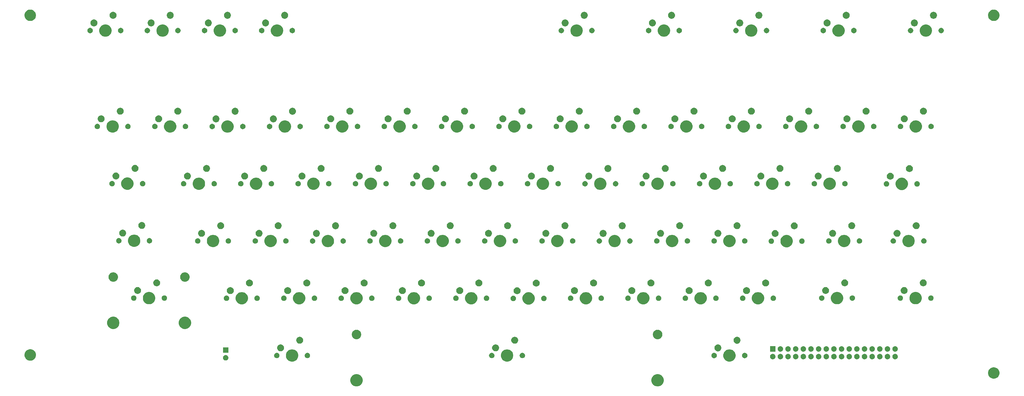
<source format=gbs>
%TF.GenerationSoftware,KiCad,Pcbnew,5.0.2+dfsg1-1*%
%TF.CreationDate,2020-11-10T11:42:32+01:00*%
%TF.ProjectId,A130XE_KB_MX,41313330-5845-45f4-9b42-5f4d582e6b69,0.2*%
%TF.SameCoordinates,Original*%
%TF.FileFunction,Soldermask,Bot*%
%TF.FilePolarity,Negative*%
%FSLAX46Y46*%
G04 Gerber Fmt 4.6, Leading zero omitted, Abs format (unit mm)*
G04 Created by KiCad (PCBNEW 5.0.2+dfsg1-1) date Tue 10 Nov 2020 11:42:32 AM CET*
%MOMM*%
%LPD*%
G01*
G04 APERTURE LIST*
%ADD10C,0.100000*%
G04 APERTURE END LIST*
D10*
G36*
X260958252Y-209447818D02*
X260958254Y-209447819D01*
X260958255Y-209447819D01*
X261331513Y-209602427D01*
X261331514Y-209602428D01*
X261667439Y-209826886D01*
X261953114Y-210112561D01*
X261953116Y-210112564D01*
X262177573Y-210448487D01*
X262332181Y-210821745D01*
X262332182Y-210821748D01*
X262347946Y-210901000D01*
X262411000Y-211217994D01*
X262411000Y-211622006D01*
X262332181Y-212018255D01*
X262177573Y-212391513D01*
X262177572Y-212391514D01*
X261953114Y-212727439D01*
X261667439Y-213013114D01*
X261667436Y-213013116D01*
X261331513Y-213237573D01*
X260958255Y-213392181D01*
X260958254Y-213392181D01*
X260958252Y-213392182D01*
X260562007Y-213471000D01*
X260157993Y-213471000D01*
X259761748Y-213392182D01*
X259761746Y-213392181D01*
X259761745Y-213392181D01*
X259388487Y-213237573D01*
X259052564Y-213013116D01*
X259052561Y-213013114D01*
X258766886Y-212727439D01*
X258542428Y-212391514D01*
X258542427Y-212391513D01*
X258387819Y-212018255D01*
X258309000Y-211622006D01*
X258309000Y-211217994D01*
X258372054Y-210901000D01*
X258387818Y-210821748D01*
X258387819Y-210821745D01*
X258542427Y-210448487D01*
X258766884Y-210112564D01*
X258766886Y-210112561D01*
X259052561Y-209826886D01*
X259388486Y-209602428D01*
X259388487Y-209602427D01*
X259761745Y-209447819D01*
X259761746Y-209447819D01*
X259761748Y-209447818D01*
X260157993Y-209369000D01*
X260562007Y-209369000D01*
X260958252Y-209447818D01*
X260958252Y-209447818D01*
G37*
G36*
X160958252Y-209447818D02*
X160958254Y-209447819D01*
X160958255Y-209447819D01*
X161331513Y-209602427D01*
X161331514Y-209602428D01*
X161667439Y-209826886D01*
X161953114Y-210112561D01*
X161953116Y-210112564D01*
X162177573Y-210448487D01*
X162332181Y-210821745D01*
X162332182Y-210821748D01*
X162347946Y-210901000D01*
X162411000Y-211217994D01*
X162411000Y-211622006D01*
X162332181Y-212018255D01*
X162177573Y-212391513D01*
X162177572Y-212391514D01*
X161953114Y-212727439D01*
X161667439Y-213013114D01*
X161667436Y-213013116D01*
X161331513Y-213237573D01*
X160958255Y-213392181D01*
X160958254Y-213392181D01*
X160958252Y-213392182D01*
X160562007Y-213471000D01*
X160157993Y-213471000D01*
X159761748Y-213392182D01*
X159761746Y-213392181D01*
X159761745Y-213392181D01*
X159388487Y-213237573D01*
X159052564Y-213013116D01*
X159052561Y-213013114D01*
X158766886Y-212727439D01*
X158542428Y-212391514D01*
X158542427Y-212391513D01*
X158387819Y-212018255D01*
X158309000Y-211622006D01*
X158309000Y-211217994D01*
X158372054Y-210901000D01*
X158387818Y-210821748D01*
X158387819Y-210821745D01*
X158542427Y-210448487D01*
X158766884Y-210112564D01*
X158766886Y-210112561D01*
X159052561Y-209826886D01*
X159388486Y-209602428D01*
X159388487Y-209602427D01*
X159761745Y-209447819D01*
X159761746Y-209447819D01*
X159761748Y-209447818D01*
X160157993Y-209369000D01*
X160562007Y-209369000D01*
X160958252Y-209447818D01*
X160958252Y-209447818D01*
G37*
G36*
X372432078Y-207147703D02*
X372554501Y-207172054D01*
X372697802Y-207231411D01*
X372900460Y-207315355D01*
X373211820Y-207523399D01*
X373476601Y-207788180D01*
X373684645Y-208099540D01*
X373827946Y-208445500D01*
X373901000Y-208812766D01*
X373901000Y-209187234D01*
X373827946Y-209554500D01*
X373684645Y-209900460D01*
X373476601Y-210211820D01*
X373211820Y-210476601D01*
X372900460Y-210684645D01*
X372697802Y-210768588D01*
X372554501Y-210827946D01*
X372432078Y-210852297D01*
X372187234Y-210901000D01*
X371812766Y-210901000D01*
X371567922Y-210852297D01*
X371445499Y-210827946D01*
X371302198Y-210768589D01*
X371099540Y-210684645D01*
X370788180Y-210476601D01*
X370523399Y-210211820D01*
X370315355Y-209900460D01*
X370172054Y-209554500D01*
X370099000Y-209187234D01*
X370099000Y-208812766D01*
X370172054Y-208445500D01*
X370315355Y-208099540D01*
X370523399Y-207788180D01*
X370788180Y-207523399D01*
X371099540Y-207315355D01*
X371302198Y-207231412D01*
X371445499Y-207172054D01*
X371567922Y-207147703D01*
X371812766Y-207099000D01*
X372187234Y-207099000D01*
X372432078Y-207147703D01*
X372432078Y-207147703D01*
G37*
G36*
X284808252Y-201217818D02*
X284808254Y-201217819D01*
X284808255Y-201217819D01*
X285181513Y-201372427D01*
X285502470Y-201586884D01*
X285517439Y-201596886D01*
X285803114Y-201882561D01*
X285803116Y-201882564D01*
X286027573Y-202218487D01*
X286135957Y-202480150D01*
X286182182Y-202591748D01*
X286261000Y-202987993D01*
X286261000Y-203392007D01*
X286184171Y-203778255D01*
X286182181Y-203788255D01*
X286027573Y-204161513D01*
X285883961Y-204376443D01*
X285803114Y-204497439D01*
X285517439Y-204783114D01*
X285517436Y-204783116D01*
X285181513Y-205007573D01*
X284808255Y-205162181D01*
X284808254Y-205162181D01*
X284808252Y-205162182D01*
X284412007Y-205241000D01*
X284007993Y-205241000D01*
X283611748Y-205162182D01*
X283611746Y-205162181D01*
X283611745Y-205162181D01*
X283238487Y-205007573D01*
X282902564Y-204783116D01*
X282902561Y-204783114D01*
X282616886Y-204497439D01*
X282536039Y-204376443D01*
X282392427Y-204161513D01*
X282237819Y-203788255D01*
X282235830Y-203778255D01*
X282159000Y-203392007D01*
X282159000Y-202987993D01*
X282237818Y-202591748D01*
X282284043Y-202480150D01*
X282392427Y-202218487D01*
X282616884Y-201882564D01*
X282616886Y-201882561D01*
X282902561Y-201596886D01*
X282917530Y-201586884D01*
X283238487Y-201372427D01*
X283611745Y-201217819D01*
X283611746Y-201217819D01*
X283611748Y-201217818D01*
X284007993Y-201139000D01*
X284412007Y-201139000D01*
X284808252Y-201217818D01*
X284808252Y-201217818D01*
G37*
G36*
X210958252Y-201207818D02*
X210958254Y-201207819D01*
X210958255Y-201207819D01*
X211331513Y-201362427D01*
X211662905Y-201583857D01*
X211667439Y-201586886D01*
X211953114Y-201872561D01*
X211953116Y-201872564D01*
X212177573Y-202208487D01*
X212290098Y-202480147D01*
X212332182Y-202581748D01*
X212411000Y-202977993D01*
X212411000Y-203382007D01*
X212334946Y-203764357D01*
X212332181Y-203778255D01*
X212177573Y-204151513D01*
X212083182Y-204292779D01*
X211953114Y-204487439D01*
X211667439Y-204773114D01*
X211667436Y-204773116D01*
X211331513Y-204997573D01*
X210958255Y-205152181D01*
X210958254Y-205152181D01*
X210958252Y-205152182D01*
X210562007Y-205231000D01*
X210157993Y-205231000D01*
X209761748Y-205152182D01*
X209761746Y-205152181D01*
X209761745Y-205152181D01*
X209388487Y-204997573D01*
X209052564Y-204773116D01*
X209052561Y-204773114D01*
X208766886Y-204487439D01*
X208636818Y-204292779D01*
X208542427Y-204151513D01*
X208387819Y-203778255D01*
X208385055Y-203764357D01*
X208309000Y-203382007D01*
X208309000Y-202977993D01*
X208387818Y-202581748D01*
X208429902Y-202480147D01*
X208542427Y-202208487D01*
X208766884Y-201872564D01*
X208766886Y-201872561D01*
X209052561Y-201586886D01*
X209057095Y-201583857D01*
X209388487Y-201362427D01*
X209761745Y-201207819D01*
X209761746Y-201207819D01*
X209761748Y-201207818D01*
X210157993Y-201129000D01*
X210562007Y-201129000D01*
X210958252Y-201207818D01*
X210958252Y-201207818D01*
G37*
G36*
X139558252Y-201207818D02*
X139558254Y-201207819D01*
X139558255Y-201207819D01*
X139931513Y-201362427D01*
X140262905Y-201583857D01*
X140267439Y-201586886D01*
X140553114Y-201872561D01*
X140553116Y-201872564D01*
X140777573Y-202208487D01*
X140890098Y-202480147D01*
X140932182Y-202581748D01*
X141011000Y-202977993D01*
X141011000Y-203382007D01*
X140934946Y-203764357D01*
X140932181Y-203778255D01*
X140777573Y-204151513D01*
X140683182Y-204292779D01*
X140553114Y-204487439D01*
X140267439Y-204773114D01*
X140267436Y-204773116D01*
X139931513Y-204997573D01*
X139558255Y-205152181D01*
X139558254Y-205152181D01*
X139558252Y-205152182D01*
X139162007Y-205231000D01*
X138757993Y-205231000D01*
X138361748Y-205152182D01*
X138361746Y-205152181D01*
X138361745Y-205152181D01*
X137988487Y-204997573D01*
X137652564Y-204773116D01*
X137652561Y-204773114D01*
X137366886Y-204487439D01*
X137236818Y-204292779D01*
X137142427Y-204151513D01*
X136987819Y-203778255D01*
X136985055Y-203764357D01*
X136909000Y-203382007D01*
X136909000Y-202977993D01*
X136987818Y-202581748D01*
X137029902Y-202480147D01*
X137142427Y-202208487D01*
X137366884Y-201872564D01*
X137366886Y-201872561D01*
X137652561Y-201586886D01*
X137657095Y-201583857D01*
X137988487Y-201362427D01*
X138361745Y-201207819D01*
X138361746Y-201207819D01*
X138361748Y-201207818D01*
X138757993Y-201129000D01*
X139162007Y-201129000D01*
X139558252Y-201207818D01*
X139558252Y-201207818D01*
G37*
G36*
X52388327Y-201139000D02*
X52554501Y-201172054D01*
X52664987Y-201217819D01*
X52900460Y-201315355D01*
X53211820Y-201523399D01*
X53476601Y-201788180D01*
X53684645Y-202099540D01*
X53729772Y-202208486D01*
X53827946Y-202445499D01*
X53852297Y-202567922D01*
X53901000Y-202812766D01*
X53901000Y-203187234D01*
X53884787Y-203268741D01*
X53827946Y-203554501D01*
X53802148Y-203616782D01*
X53684645Y-203900460D01*
X53476601Y-204211820D01*
X53211820Y-204476601D01*
X52900460Y-204684645D01*
X52697802Y-204768588D01*
X52554501Y-204827946D01*
X52432078Y-204852297D01*
X52187234Y-204901000D01*
X51812766Y-204901000D01*
X51567922Y-204852297D01*
X51445499Y-204827946D01*
X51302198Y-204768589D01*
X51099540Y-204684645D01*
X50788180Y-204476601D01*
X50523399Y-204211820D01*
X50315355Y-203900460D01*
X50197852Y-203616782D01*
X50172054Y-203554501D01*
X50115213Y-203268741D01*
X50099000Y-203187234D01*
X50099000Y-202812766D01*
X50147703Y-202567922D01*
X50172054Y-202445499D01*
X50270228Y-202208486D01*
X50315355Y-202099540D01*
X50523399Y-201788180D01*
X50788180Y-201523399D01*
X51099540Y-201315355D01*
X51335013Y-201217819D01*
X51445499Y-201172054D01*
X51611673Y-201139000D01*
X51812766Y-201099000D01*
X52187234Y-201099000D01*
X52388327Y-201139000D01*
X52388327Y-201139000D01*
G37*
G36*
X117010442Y-203045518D02*
X117076627Y-203052037D01*
X117189853Y-203086384D01*
X117246467Y-203103557D01*
X117385087Y-203177652D01*
X117402991Y-203187222D01*
X117410682Y-203193534D01*
X117540186Y-203299814D01*
X117592348Y-203363375D01*
X117652778Y-203437009D01*
X117652779Y-203437011D01*
X117736443Y-203593533D01*
X117743495Y-203616782D01*
X117787963Y-203763373D01*
X117805359Y-203940000D01*
X117787963Y-204116627D01*
X117753616Y-204229853D01*
X117736443Y-204286467D01*
X117733069Y-204292779D01*
X117652778Y-204442991D01*
X117625195Y-204476601D01*
X117540186Y-204580186D01*
X117438729Y-204663448D01*
X117402991Y-204692778D01*
X117402989Y-204692779D01*
X117246467Y-204776443D01*
X117189853Y-204793616D01*
X117076627Y-204827963D01*
X117010443Y-204834481D01*
X116944260Y-204841000D01*
X116855740Y-204841000D01*
X116789557Y-204834481D01*
X116723373Y-204827963D01*
X116610147Y-204793616D01*
X116553533Y-204776443D01*
X116397011Y-204692779D01*
X116397009Y-204692778D01*
X116361271Y-204663448D01*
X116259814Y-204580186D01*
X116174805Y-204476601D01*
X116147222Y-204442991D01*
X116066931Y-204292779D01*
X116063557Y-204286467D01*
X116046384Y-204229853D01*
X116012037Y-204116627D01*
X115994641Y-203940000D01*
X116012037Y-203763373D01*
X116056505Y-203616782D01*
X116063557Y-203593533D01*
X116147221Y-203437011D01*
X116147222Y-203437009D01*
X116207652Y-203363375D01*
X116259814Y-203299814D01*
X116389318Y-203193534D01*
X116397009Y-203187222D01*
X116414913Y-203177652D01*
X116553533Y-203103557D01*
X116610147Y-203086384D01*
X116723373Y-203052037D01*
X116789558Y-203045518D01*
X116855740Y-203039000D01*
X116944260Y-203039000D01*
X117010442Y-203045518D01*
X117010442Y-203045518D01*
G37*
G36*
X306330442Y-202645518D02*
X306396627Y-202652037D01*
X306509853Y-202686384D01*
X306566467Y-202703557D01*
X306678079Y-202763216D01*
X306722991Y-202787222D01*
X306754116Y-202812766D01*
X306860186Y-202899814D01*
X306932552Y-202987994D01*
X306972778Y-203037009D01*
X306972779Y-203037011D01*
X307056443Y-203193533D01*
X307056443Y-203193534D01*
X307107963Y-203363373D01*
X307125359Y-203540000D01*
X307107963Y-203716627D01*
X307093782Y-203763375D01*
X307056443Y-203886467D01*
X307007273Y-203978456D01*
X306972778Y-204042991D01*
X306961794Y-204056375D01*
X306860186Y-204180186D01*
X306758729Y-204263448D01*
X306722991Y-204292778D01*
X306722989Y-204292779D01*
X306566467Y-204376443D01*
X306509853Y-204393616D01*
X306396627Y-204427963D01*
X306330442Y-204434482D01*
X306264260Y-204441000D01*
X306175740Y-204441000D01*
X306109558Y-204434482D01*
X306043373Y-204427963D01*
X305930147Y-204393616D01*
X305873533Y-204376443D01*
X305717011Y-204292779D01*
X305717009Y-204292778D01*
X305681271Y-204263448D01*
X305579814Y-204180186D01*
X305478206Y-204056375D01*
X305467222Y-204042991D01*
X305432727Y-203978456D01*
X305383557Y-203886467D01*
X305346218Y-203763375D01*
X305332037Y-203716627D01*
X305314641Y-203540000D01*
X305332037Y-203363373D01*
X305383557Y-203193534D01*
X305383557Y-203193533D01*
X305467221Y-203037011D01*
X305467222Y-203037009D01*
X305507448Y-202987994D01*
X305579814Y-202899814D01*
X305685884Y-202812766D01*
X305717009Y-202787222D01*
X305761921Y-202763216D01*
X305873533Y-202703557D01*
X305930147Y-202686384D01*
X306043373Y-202652037D01*
X306109557Y-202645519D01*
X306175740Y-202639000D01*
X306264260Y-202639000D01*
X306330442Y-202645518D01*
X306330442Y-202645518D01*
G37*
G36*
X339350442Y-202645518D02*
X339416627Y-202652037D01*
X339529853Y-202686384D01*
X339586467Y-202703557D01*
X339698079Y-202763216D01*
X339742991Y-202787222D01*
X339774116Y-202812766D01*
X339880186Y-202899814D01*
X339952552Y-202987994D01*
X339992778Y-203037009D01*
X339992779Y-203037011D01*
X340076443Y-203193533D01*
X340076443Y-203193534D01*
X340127963Y-203363373D01*
X340145359Y-203540000D01*
X340127963Y-203716627D01*
X340113782Y-203763375D01*
X340076443Y-203886467D01*
X340027273Y-203978456D01*
X339992778Y-204042991D01*
X339981794Y-204056375D01*
X339880186Y-204180186D01*
X339778729Y-204263448D01*
X339742991Y-204292778D01*
X339742989Y-204292779D01*
X339586467Y-204376443D01*
X339529853Y-204393616D01*
X339416627Y-204427963D01*
X339350442Y-204434482D01*
X339284260Y-204441000D01*
X339195740Y-204441000D01*
X339129558Y-204434482D01*
X339063373Y-204427963D01*
X338950147Y-204393616D01*
X338893533Y-204376443D01*
X338737011Y-204292779D01*
X338737009Y-204292778D01*
X338701271Y-204263448D01*
X338599814Y-204180186D01*
X338498206Y-204056375D01*
X338487222Y-204042991D01*
X338452727Y-203978456D01*
X338403557Y-203886467D01*
X338366218Y-203763375D01*
X338352037Y-203716627D01*
X338334641Y-203540000D01*
X338352037Y-203363373D01*
X338403557Y-203193534D01*
X338403557Y-203193533D01*
X338487221Y-203037011D01*
X338487222Y-203037009D01*
X338527448Y-202987994D01*
X338599814Y-202899814D01*
X338705884Y-202812766D01*
X338737009Y-202787222D01*
X338781921Y-202763216D01*
X338893533Y-202703557D01*
X338950147Y-202686384D01*
X339063373Y-202652037D01*
X339129557Y-202645519D01*
X339195740Y-202639000D01*
X339284260Y-202639000D01*
X339350442Y-202645518D01*
X339350442Y-202645518D01*
G37*
G36*
X298710442Y-202645518D02*
X298776627Y-202652037D01*
X298889853Y-202686384D01*
X298946467Y-202703557D01*
X299058079Y-202763216D01*
X299102991Y-202787222D01*
X299134116Y-202812766D01*
X299240186Y-202899814D01*
X299312552Y-202987994D01*
X299352778Y-203037009D01*
X299352779Y-203037011D01*
X299436443Y-203193533D01*
X299436443Y-203193534D01*
X299487963Y-203363373D01*
X299505359Y-203540000D01*
X299487963Y-203716627D01*
X299473782Y-203763375D01*
X299436443Y-203886467D01*
X299387273Y-203978456D01*
X299352778Y-204042991D01*
X299341794Y-204056375D01*
X299240186Y-204180186D01*
X299138729Y-204263448D01*
X299102991Y-204292778D01*
X299102989Y-204292779D01*
X298946467Y-204376443D01*
X298889853Y-204393616D01*
X298776627Y-204427963D01*
X298710442Y-204434482D01*
X298644260Y-204441000D01*
X298555740Y-204441000D01*
X298489558Y-204434482D01*
X298423373Y-204427963D01*
X298310147Y-204393616D01*
X298253533Y-204376443D01*
X298097011Y-204292779D01*
X298097009Y-204292778D01*
X298061271Y-204263448D01*
X297959814Y-204180186D01*
X297858206Y-204056375D01*
X297847222Y-204042991D01*
X297812727Y-203978456D01*
X297763557Y-203886467D01*
X297726218Y-203763375D01*
X297712037Y-203716627D01*
X297694641Y-203540000D01*
X297712037Y-203363373D01*
X297763557Y-203193534D01*
X297763557Y-203193533D01*
X297847221Y-203037011D01*
X297847222Y-203037009D01*
X297887448Y-202987994D01*
X297959814Y-202899814D01*
X298065884Y-202812766D01*
X298097009Y-202787222D01*
X298141921Y-202763216D01*
X298253533Y-202703557D01*
X298310147Y-202686384D01*
X298423373Y-202652037D01*
X298489557Y-202645519D01*
X298555740Y-202639000D01*
X298644260Y-202639000D01*
X298710442Y-202645518D01*
X298710442Y-202645518D01*
G37*
G36*
X301250442Y-202645518D02*
X301316627Y-202652037D01*
X301429853Y-202686384D01*
X301486467Y-202703557D01*
X301598079Y-202763216D01*
X301642991Y-202787222D01*
X301674116Y-202812766D01*
X301780186Y-202899814D01*
X301852552Y-202987994D01*
X301892778Y-203037009D01*
X301892779Y-203037011D01*
X301976443Y-203193533D01*
X301976443Y-203193534D01*
X302027963Y-203363373D01*
X302045359Y-203540000D01*
X302027963Y-203716627D01*
X302013782Y-203763375D01*
X301976443Y-203886467D01*
X301927273Y-203978456D01*
X301892778Y-204042991D01*
X301881794Y-204056375D01*
X301780186Y-204180186D01*
X301678729Y-204263448D01*
X301642991Y-204292778D01*
X301642989Y-204292779D01*
X301486467Y-204376443D01*
X301429853Y-204393616D01*
X301316627Y-204427963D01*
X301250442Y-204434482D01*
X301184260Y-204441000D01*
X301095740Y-204441000D01*
X301029558Y-204434482D01*
X300963373Y-204427963D01*
X300850147Y-204393616D01*
X300793533Y-204376443D01*
X300637011Y-204292779D01*
X300637009Y-204292778D01*
X300601271Y-204263448D01*
X300499814Y-204180186D01*
X300398206Y-204056375D01*
X300387222Y-204042991D01*
X300352727Y-203978456D01*
X300303557Y-203886467D01*
X300266218Y-203763375D01*
X300252037Y-203716627D01*
X300234641Y-203540000D01*
X300252037Y-203363373D01*
X300303557Y-203193534D01*
X300303557Y-203193533D01*
X300387221Y-203037011D01*
X300387222Y-203037009D01*
X300427448Y-202987994D01*
X300499814Y-202899814D01*
X300605884Y-202812766D01*
X300637009Y-202787222D01*
X300681921Y-202763216D01*
X300793533Y-202703557D01*
X300850147Y-202686384D01*
X300963373Y-202652037D01*
X301029557Y-202645519D01*
X301095740Y-202639000D01*
X301184260Y-202639000D01*
X301250442Y-202645518D01*
X301250442Y-202645518D01*
G37*
G36*
X303790442Y-202645518D02*
X303856627Y-202652037D01*
X303969853Y-202686384D01*
X304026467Y-202703557D01*
X304138079Y-202763216D01*
X304182991Y-202787222D01*
X304214116Y-202812766D01*
X304320186Y-202899814D01*
X304392552Y-202987994D01*
X304432778Y-203037009D01*
X304432779Y-203037011D01*
X304516443Y-203193533D01*
X304516443Y-203193534D01*
X304567963Y-203363373D01*
X304585359Y-203540000D01*
X304567963Y-203716627D01*
X304553782Y-203763375D01*
X304516443Y-203886467D01*
X304467273Y-203978456D01*
X304432778Y-204042991D01*
X304421794Y-204056375D01*
X304320186Y-204180186D01*
X304218729Y-204263448D01*
X304182991Y-204292778D01*
X304182989Y-204292779D01*
X304026467Y-204376443D01*
X303969853Y-204393616D01*
X303856627Y-204427963D01*
X303790442Y-204434482D01*
X303724260Y-204441000D01*
X303635740Y-204441000D01*
X303569558Y-204434482D01*
X303503373Y-204427963D01*
X303390147Y-204393616D01*
X303333533Y-204376443D01*
X303177011Y-204292779D01*
X303177009Y-204292778D01*
X303141271Y-204263448D01*
X303039814Y-204180186D01*
X302938206Y-204056375D01*
X302927222Y-204042991D01*
X302892727Y-203978456D01*
X302843557Y-203886467D01*
X302806218Y-203763375D01*
X302792037Y-203716627D01*
X302774641Y-203540000D01*
X302792037Y-203363373D01*
X302843557Y-203193534D01*
X302843557Y-203193533D01*
X302927221Y-203037011D01*
X302927222Y-203037009D01*
X302967448Y-202987994D01*
X303039814Y-202899814D01*
X303145884Y-202812766D01*
X303177009Y-202787222D01*
X303221921Y-202763216D01*
X303333533Y-202703557D01*
X303390147Y-202686384D01*
X303503373Y-202652037D01*
X303569557Y-202645519D01*
X303635740Y-202639000D01*
X303724260Y-202639000D01*
X303790442Y-202645518D01*
X303790442Y-202645518D01*
G37*
G36*
X308870442Y-202645518D02*
X308936627Y-202652037D01*
X309049853Y-202686384D01*
X309106467Y-202703557D01*
X309218079Y-202763216D01*
X309262991Y-202787222D01*
X309294116Y-202812766D01*
X309400186Y-202899814D01*
X309472552Y-202987994D01*
X309512778Y-203037009D01*
X309512779Y-203037011D01*
X309596443Y-203193533D01*
X309596443Y-203193534D01*
X309647963Y-203363373D01*
X309665359Y-203540000D01*
X309647963Y-203716627D01*
X309633782Y-203763375D01*
X309596443Y-203886467D01*
X309547273Y-203978456D01*
X309512778Y-204042991D01*
X309501794Y-204056375D01*
X309400186Y-204180186D01*
X309298729Y-204263448D01*
X309262991Y-204292778D01*
X309262989Y-204292779D01*
X309106467Y-204376443D01*
X309049853Y-204393616D01*
X308936627Y-204427963D01*
X308870442Y-204434482D01*
X308804260Y-204441000D01*
X308715740Y-204441000D01*
X308649558Y-204434482D01*
X308583373Y-204427963D01*
X308470147Y-204393616D01*
X308413533Y-204376443D01*
X308257011Y-204292779D01*
X308257009Y-204292778D01*
X308221271Y-204263448D01*
X308119814Y-204180186D01*
X308018206Y-204056375D01*
X308007222Y-204042991D01*
X307972727Y-203978456D01*
X307923557Y-203886467D01*
X307886218Y-203763375D01*
X307872037Y-203716627D01*
X307854641Y-203540000D01*
X307872037Y-203363373D01*
X307923557Y-203193534D01*
X307923557Y-203193533D01*
X308007221Y-203037011D01*
X308007222Y-203037009D01*
X308047448Y-202987994D01*
X308119814Y-202899814D01*
X308225884Y-202812766D01*
X308257009Y-202787222D01*
X308301921Y-202763216D01*
X308413533Y-202703557D01*
X308470147Y-202686384D01*
X308583373Y-202652037D01*
X308649557Y-202645519D01*
X308715740Y-202639000D01*
X308804260Y-202639000D01*
X308870442Y-202645518D01*
X308870442Y-202645518D01*
G37*
G36*
X311410442Y-202645518D02*
X311476627Y-202652037D01*
X311589853Y-202686384D01*
X311646467Y-202703557D01*
X311758079Y-202763216D01*
X311802991Y-202787222D01*
X311834116Y-202812766D01*
X311940186Y-202899814D01*
X312012552Y-202987994D01*
X312052778Y-203037009D01*
X312052779Y-203037011D01*
X312136443Y-203193533D01*
X312136443Y-203193534D01*
X312187963Y-203363373D01*
X312205359Y-203540000D01*
X312187963Y-203716627D01*
X312173782Y-203763375D01*
X312136443Y-203886467D01*
X312087273Y-203978456D01*
X312052778Y-204042991D01*
X312041794Y-204056375D01*
X311940186Y-204180186D01*
X311838729Y-204263448D01*
X311802991Y-204292778D01*
X311802989Y-204292779D01*
X311646467Y-204376443D01*
X311589853Y-204393616D01*
X311476627Y-204427963D01*
X311410442Y-204434482D01*
X311344260Y-204441000D01*
X311255740Y-204441000D01*
X311189558Y-204434482D01*
X311123373Y-204427963D01*
X311010147Y-204393616D01*
X310953533Y-204376443D01*
X310797011Y-204292779D01*
X310797009Y-204292778D01*
X310761271Y-204263448D01*
X310659814Y-204180186D01*
X310558206Y-204056375D01*
X310547222Y-204042991D01*
X310512727Y-203978456D01*
X310463557Y-203886467D01*
X310426218Y-203763375D01*
X310412037Y-203716627D01*
X310394641Y-203540000D01*
X310412037Y-203363373D01*
X310463557Y-203193534D01*
X310463557Y-203193533D01*
X310547221Y-203037011D01*
X310547222Y-203037009D01*
X310587448Y-202987994D01*
X310659814Y-202899814D01*
X310765884Y-202812766D01*
X310797009Y-202787222D01*
X310841921Y-202763216D01*
X310953533Y-202703557D01*
X311010147Y-202686384D01*
X311123373Y-202652037D01*
X311189557Y-202645519D01*
X311255740Y-202639000D01*
X311344260Y-202639000D01*
X311410442Y-202645518D01*
X311410442Y-202645518D01*
G37*
G36*
X313950442Y-202645518D02*
X314016627Y-202652037D01*
X314129853Y-202686384D01*
X314186467Y-202703557D01*
X314298079Y-202763216D01*
X314342991Y-202787222D01*
X314374116Y-202812766D01*
X314480186Y-202899814D01*
X314552552Y-202987994D01*
X314592778Y-203037009D01*
X314592779Y-203037011D01*
X314676443Y-203193533D01*
X314676443Y-203193534D01*
X314727963Y-203363373D01*
X314745359Y-203540000D01*
X314727963Y-203716627D01*
X314713782Y-203763375D01*
X314676443Y-203886467D01*
X314627273Y-203978456D01*
X314592778Y-204042991D01*
X314581794Y-204056375D01*
X314480186Y-204180186D01*
X314378729Y-204263448D01*
X314342991Y-204292778D01*
X314342989Y-204292779D01*
X314186467Y-204376443D01*
X314129853Y-204393616D01*
X314016627Y-204427963D01*
X313950442Y-204434482D01*
X313884260Y-204441000D01*
X313795740Y-204441000D01*
X313729558Y-204434482D01*
X313663373Y-204427963D01*
X313550147Y-204393616D01*
X313493533Y-204376443D01*
X313337011Y-204292779D01*
X313337009Y-204292778D01*
X313301271Y-204263448D01*
X313199814Y-204180186D01*
X313098206Y-204056375D01*
X313087222Y-204042991D01*
X313052727Y-203978456D01*
X313003557Y-203886467D01*
X312966218Y-203763375D01*
X312952037Y-203716627D01*
X312934641Y-203540000D01*
X312952037Y-203363373D01*
X313003557Y-203193534D01*
X313003557Y-203193533D01*
X313087221Y-203037011D01*
X313087222Y-203037009D01*
X313127448Y-202987994D01*
X313199814Y-202899814D01*
X313305884Y-202812766D01*
X313337009Y-202787222D01*
X313381921Y-202763216D01*
X313493533Y-202703557D01*
X313550147Y-202686384D01*
X313663373Y-202652037D01*
X313729557Y-202645519D01*
X313795740Y-202639000D01*
X313884260Y-202639000D01*
X313950442Y-202645518D01*
X313950442Y-202645518D01*
G37*
G36*
X319030442Y-202645518D02*
X319096627Y-202652037D01*
X319209853Y-202686384D01*
X319266467Y-202703557D01*
X319378079Y-202763216D01*
X319422991Y-202787222D01*
X319454116Y-202812766D01*
X319560186Y-202899814D01*
X319632552Y-202987994D01*
X319672778Y-203037009D01*
X319672779Y-203037011D01*
X319756443Y-203193533D01*
X319756443Y-203193534D01*
X319807963Y-203363373D01*
X319825359Y-203540000D01*
X319807963Y-203716627D01*
X319793782Y-203763375D01*
X319756443Y-203886467D01*
X319707273Y-203978456D01*
X319672778Y-204042991D01*
X319661794Y-204056375D01*
X319560186Y-204180186D01*
X319458729Y-204263448D01*
X319422991Y-204292778D01*
X319422989Y-204292779D01*
X319266467Y-204376443D01*
X319209853Y-204393616D01*
X319096627Y-204427963D01*
X319030442Y-204434482D01*
X318964260Y-204441000D01*
X318875740Y-204441000D01*
X318809558Y-204434482D01*
X318743373Y-204427963D01*
X318630147Y-204393616D01*
X318573533Y-204376443D01*
X318417011Y-204292779D01*
X318417009Y-204292778D01*
X318381271Y-204263448D01*
X318279814Y-204180186D01*
X318178206Y-204056375D01*
X318167222Y-204042991D01*
X318132727Y-203978456D01*
X318083557Y-203886467D01*
X318046218Y-203763375D01*
X318032037Y-203716627D01*
X318014641Y-203540000D01*
X318032037Y-203363373D01*
X318083557Y-203193534D01*
X318083557Y-203193533D01*
X318167221Y-203037011D01*
X318167222Y-203037009D01*
X318207448Y-202987994D01*
X318279814Y-202899814D01*
X318385884Y-202812766D01*
X318417009Y-202787222D01*
X318461921Y-202763216D01*
X318573533Y-202703557D01*
X318630147Y-202686384D01*
X318743373Y-202652037D01*
X318809557Y-202645519D01*
X318875740Y-202639000D01*
X318964260Y-202639000D01*
X319030442Y-202645518D01*
X319030442Y-202645518D01*
G37*
G36*
X321570442Y-202645518D02*
X321636627Y-202652037D01*
X321749853Y-202686384D01*
X321806467Y-202703557D01*
X321918079Y-202763216D01*
X321962991Y-202787222D01*
X321994116Y-202812766D01*
X322100186Y-202899814D01*
X322172552Y-202987994D01*
X322212778Y-203037009D01*
X322212779Y-203037011D01*
X322296443Y-203193533D01*
X322296443Y-203193534D01*
X322347963Y-203363373D01*
X322365359Y-203540000D01*
X322347963Y-203716627D01*
X322333782Y-203763375D01*
X322296443Y-203886467D01*
X322247273Y-203978456D01*
X322212778Y-204042991D01*
X322201794Y-204056375D01*
X322100186Y-204180186D01*
X321998729Y-204263448D01*
X321962991Y-204292778D01*
X321962989Y-204292779D01*
X321806467Y-204376443D01*
X321749853Y-204393616D01*
X321636627Y-204427963D01*
X321570442Y-204434482D01*
X321504260Y-204441000D01*
X321415740Y-204441000D01*
X321349558Y-204434482D01*
X321283373Y-204427963D01*
X321170147Y-204393616D01*
X321113533Y-204376443D01*
X320957011Y-204292779D01*
X320957009Y-204292778D01*
X320921271Y-204263448D01*
X320819814Y-204180186D01*
X320718206Y-204056375D01*
X320707222Y-204042991D01*
X320672727Y-203978456D01*
X320623557Y-203886467D01*
X320586218Y-203763375D01*
X320572037Y-203716627D01*
X320554641Y-203540000D01*
X320572037Y-203363373D01*
X320623557Y-203193534D01*
X320623557Y-203193533D01*
X320707221Y-203037011D01*
X320707222Y-203037009D01*
X320747448Y-202987994D01*
X320819814Y-202899814D01*
X320925884Y-202812766D01*
X320957009Y-202787222D01*
X321001921Y-202763216D01*
X321113533Y-202703557D01*
X321170147Y-202686384D01*
X321283373Y-202652037D01*
X321349557Y-202645519D01*
X321415740Y-202639000D01*
X321504260Y-202639000D01*
X321570442Y-202645518D01*
X321570442Y-202645518D01*
G37*
G36*
X324110442Y-202645518D02*
X324176627Y-202652037D01*
X324289853Y-202686384D01*
X324346467Y-202703557D01*
X324458079Y-202763216D01*
X324502991Y-202787222D01*
X324534116Y-202812766D01*
X324640186Y-202899814D01*
X324712552Y-202987994D01*
X324752778Y-203037009D01*
X324752779Y-203037011D01*
X324836443Y-203193533D01*
X324836443Y-203193534D01*
X324887963Y-203363373D01*
X324905359Y-203540000D01*
X324887963Y-203716627D01*
X324873782Y-203763375D01*
X324836443Y-203886467D01*
X324787273Y-203978456D01*
X324752778Y-204042991D01*
X324741794Y-204056375D01*
X324640186Y-204180186D01*
X324538729Y-204263448D01*
X324502991Y-204292778D01*
X324502989Y-204292779D01*
X324346467Y-204376443D01*
X324289853Y-204393616D01*
X324176627Y-204427963D01*
X324110442Y-204434482D01*
X324044260Y-204441000D01*
X323955740Y-204441000D01*
X323889558Y-204434482D01*
X323823373Y-204427963D01*
X323710147Y-204393616D01*
X323653533Y-204376443D01*
X323497011Y-204292779D01*
X323497009Y-204292778D01*
X323461271Y-204263448D01*
X323359814Y-204180186D01*
X323258206Y-204056375D01*
X323247222Y-204042991D01*
X323212727Y-203978456D01*
X323163557Y-203886467D01*
X323126218Y-203763375D01*
X323112037Y-203716627D01*
X323094641Y-203540000D01*
X323112037Y-203363373D01*
X323163557Y-203193534D01*
X323163557Y-203193533D01*
X323247221Y-203037011D01*
X323247222Y-203037009D01*
X323287448Y-202987994D01*
X323359814Y-202899814D01*
X323465884Y-202812766D01*
X323497009Y-202787222D01*
X323541921Y-202763216D01*
X323653533Y-202703557D01*
X323710147Y-202686384D01*
X323823373Y-202652037D01*
X323889557Y-202645519D01*
X323955740Y-202639000D01*
X324044260Y-202639000D01*
X324110442Y-202645518D01*
X324110442Y-202645518D01*
G37*
G36*
X336810442Y-202645518D02*
X336876627Y-202652037D01*
X336989853Y-202686384D01*
X337046467Y-202703557D01*
X337158079Y-202763216D01*
X337202991Y-202787222D01*
X337234116Y-202812766D01*
X337340186Y-202899814D01*
X337412552Y-202987994D01*
X337452778Y-203037009D01*
X337452779Y-203037011D01*
X337536443Y-203193533D01*
X337536443Y-203193534D01*
X337587963Y-203363373D01*
X337605359Y-203540000D01*
X337587963Y-203716627D01*
X337573782Y-203763375D01*
X337536443Y-203886467D01*
X337487273Y-203978456D01*
X337452778Y-204042991D01*
X337441794Y-204056375D01*
X337340186Y-204180186D01*
X337238729Y-204263448D01*
X337202991Y-204292778D01*
X337202989Y-204292779D01*
X337046467Y-204376443D01*
X336989853Y-204393616D01*
X336876627Y-204427963D01*
X336810442Y-204434482D01*
X336744260Y-204441000D01*
X336655740Y-204441000D01*
X336589558Y-204434482D01*
X336523373Y-204427963D01*
X336410147Y-204393616D01*
X336353533Y-204376443D01*
X336197011Y-204292779D01*
X336197009Y-204292778D01*
X336161271Y-204263448D01*
X336059814Y-204180186D01*
X335958206Y-204056375D01*
X335947222Y-204042991D01*
X335912727Y-203978456D01*
X335863557Y-203886467D01*
X335826218Y-203763375D01*
X335812037Y-203716627D01*
X335794641Y-203540000D01*
X335812037Y-203363373D01*
X335863557Y-203193534D01*
X335863557Y-203193533D01*
X335947221Y-203037011D01*
X335947222Y-203037009D01*
X335987448Y-202987994D01*
X336059814Y-202899814D01*
X336165884Y-202812766D01*
X336197009Y-202787222D01*
X336241921Y-202763216D01*
X336353533Y-202703557D01*
X336410147Y-202686384D01*
X336523373Y-202652037D01*
X336589557Y-202645519D01*
X336655740Y-202639000D01*
X336744260Y-202639000D01*
X336810442Y-202645518D01*
X336810442Y-202645518D01*
G37*
G36*
X326650442Y-202645518D02*
X326716627Y-202652037D01*
X326829853Y-202686384D01*
X326886467Y-202703557D01*
X326998079Y-202763216D01*
X327042991Y-202787222D01*
X327074116Y-202812766D01*
X327180186Y-202899814D01*
X327252552Y-202987994D01*
X327292778Y-203037009D01*
X327292779Y-203037011D01*
X327376443Y-203193533D01*
X327376443Y-203193534D01*
X327427963Y-203363373D01*
X327445359Y-203540000D01*
X327427963Y-203716627D01*
X327413782Y-203763375D01*
X327376443Y-203886467D01*
X327327273Y-203978456D01*
X327292778Y-204042991D01*
X327281794Y-204056375D01*
X327180186Y-204180186D01*
X327078729Y-204263448D01*
X327042991Y-204292778D01*
X327042989Y-204292779D01*
X326886467Y-204376443D01*
X326829853Y-204393616D01*
X326716627Y-204427963D01*
X326650442Y-204434482D01*
X326584260Y-204441000D01*
X326495740Y-204441000D01*
X326429558Y-204434482D01*
X326363373Y-204427963D01*
X326250147Y-204393616D01*
X326193533Y-204376443D01*
X326037011Y-204292779D01*
X326037009Y-204292778D01*
X326001271Y-204263448D01*
X325899814Y-204180186D01*
X325798206Y-204056375D01*
X325787222Y-204042991D01*
X325752727Y-203978456D01*
X325703557Y-203886467D01*
X325666218Y-203763375D01*
X325652037Y-203716627D01*
X325634641Y-203540000D01*
X325652037Y-203363373D01*
X325703557Y-203193534D01*
X325703557Y-203193533D01*
X325787221Y-203037011D01*
X325787222Y-203037009D01*
X325827448Y-202987994D01*
X325899814Y-202899814D01*
X326005884Y-202812766D01*
X326037009Y-202787222D01*
X326081921Y-202763216D01*
X326193533Y-202703557D01*
X326250147Y-202686384D01*
X326363373Y-202652037D01*
X326429557Y-202645519D01*
X326495740Y-202639000D01*
X326584260Y-202639000D01*
X326650442Y-202645518D01*
X326650442Y-202645518D01*
G37*
G36*
X329190442Y-202645518D02*
X329256627Y-202652037D01*
X329369853Y-202686384D01*
X329426467Y-202703557D01*
X329538079Y-202763216D01*
X329582991Y-202787222D01*
X329614116Y-202812766D01*
X329720186Y-202899814D01*
X329792552Y-202987994D01*
X329832778Y-203037009D01*
X329832779Y-203037011D01*
X329916443Y-203193533D01*
X329916443Y-203193534D01*
X329967963Y-203363373D01*
X329985359Y-203540000D01*
X329967963Y-203716627D01*
X329953782Y-203763375D01*
X329916443Y-203886467D01*
X329867273Y-203978456D01*
X329832778Y-204042991D01*
X329821794Y-204056375D01*
X329720186Y-204180186D01*
X329618729Y-204263448D01*
X329582991Y-204292778D01*
X329582989Y-204292779D01*
X329426467Y-204376443D01*
X329369853Y-204393616D01*
X329256627Y-204427963D01*
X329190442Y-204434482D01*
X329124260Y-204441000D01*
X329035740Y-204441000D01*
X328969558Y-204434482D01*
X328903373Y-204427963D01*
X328790147Y-204393616D01*
X328733533Y-204376443D01*
X328577011Y-204292779D01*
X328577009Y-204292778D01*
X328541271Y-204263448D01*
X328439814Y-204180186D01*
X328338206Y-204056375D01*
X328327222Y-204042991D01*
X328292727Y-203978456D01*
X328243557Y-203886467D01*
X328206218Y-203763375D01*
X328192037Y-203716627D01*
X328174641Y-203540000D01*
X328192037Y-203363373D01*
X328243557Y-203193534D01*
X328243557Y-203193533D01*
X328327221Y-203037011D01*
X328327222Y-203037009D01*
X328367448Y-202987994D01*
X328439814Y-202899814D01*
X328545884Y-202812766D01*
X328577009Y-202787222D01*
X328621921Y-202763216D01*
X328733533Y-202703557D01*
X328790147Y-202686384D01*
X328903373Y-202652037D01*
X328969557Y-202645519D01*
X329035740Y-202639000D01*
X329124260Y-202639000D01*
X329190442Y-202645518D01*
X329190442Y-202645518D01*
G37*
G36*
X334270442Y-202645518D02*
X334336627Y-202652037D01*
X334449853Y-202686384D01*
X334506467Y-202703557D01*
X334618079Y-202763216D01*
X334662991Y-202787222D01*
X334694116Y-202812766D01*
X334800186Y-202899814D01*
X334872552Y-202987994D01*
X334912778Y-203037009D01*
X334912779Y-203037011D01*
X334996443Y-203193533D01*
X334996443Y-203193534D01*
X335047963Y-203363373D01*
X335065359Y-203540000D01*
X335047963Y-203716627D01*
X335033782Y-203763375D01*
X334996443Y-203886467D01*
X334947273Y-203978456D01*
X334912778Y-204042991D01*
X334901794Y-204056375D01*
X334800186Y-204180186D01*
X334698729Y-204263448D01*
X334662991Y-204292778D01*
X334662989Y-204292779D01*
X334506467Y-204376443D01*
X334449853Y-204393616D01*
X334336627Y-204427963D01*
X334270442Y-204434482D01*
X334204260Y-204441000D01*
X334115740Y-204441000D01*
X334049558Y-204434482D01*
X333983373Y-204427963D01*
X333870147Y-204393616D01*
X333813533Y-204376443D01*
X333657011Y-204292779D01*
X333657009Y-204292778D01*
X333621271Y-204263448D01*
X333519814Y-204180186D01*
X333418206Y-204056375D01*
X333407222Y-204042991D01*
X333372727Y-203978456D01*
X333323557Y-203886467D01*
X333286218Y-203763375D01*
X333272037Y-203716627D01*
X333254641Y-203540000D01*
X333272037Y-203363373D01*
X333323557Y-203193534D01*
X333323557Y-203193533D01*
X333407221Y-203037011D01*
X333407222Y-203037009D01*
X333447448Y-202987994D01*
X333519814Y-202899814D01*
X333625884Y-202812766D01*
X333657009Y-202787222D01*
X333701921Y-202763216D01*
X333813533Y-202703557D01*
X333870147Y-202686384D01*
X333983373Y-202652037D01*
X334049557Y-202645519D01*
X334115740Y-202639000D01*
X334204260Y-202639000D01*
X334270442Y-202645518D01*
X334270442Y-202645518D01*
G37*
G36*
X331730442Y-202645518D02*
X331796627Y-202652037D01*
X331909853Y-202686384D01*
X331966467Y-202703557D01*
X332078079Y-202763216D01*
X332122991Y-202787222D01*
X332154116Y-202812766D01*
X332260186Y-202899814D01*
X332332552Y-202987994D01*
X332372778Y-203037009D01*
X332372779Y-203037011D01*
X332456443Y-203193533D01*
X332456443Y-203193534D01*
X332507963Y-203363373D01*
X332525359Y-203540000D01*
X332507963Y-203716627D01*
X332493782Y-203763375D01*
X332456443Y-203886467D01*
X332407273Y-203978456D01*
X332372778Y-204042991D01*
X332361794Y-204056375D01*
X332260186Y-204180186D01*
X332158729Y-204263448D01*
X332122991Y-204292778D01*
X332122989Y-204292779D01*
X331966467Y-204376443D01*
X331909853Y-204393616D01*
X331796627Y-204427963D01*
X331730442Y-204434482D01*
X331664260Y-204441000D01*
X331575740Y-204441000D01*
X331509558Y-204434482D01*
X331443373Y-204427963D01*
X331330147Y-204393616D01*
X331273533Y-204376443D01*
X331117011Y-204292779D01*
X331117009Y-204292778D01*
X331081271Y-204263448D01*
X330979814Y-204180186D01*
X330878206Y-204056375D01*
X330867222Y-204042991D01*
X330832727Y-203978456D01*
X330783557Y-203886467D01*
X330746218Y-203763375D01*
X330732037Y-203716627D01*
X330714641Y-203540000D01*
X330732037Y-203363373D01*
X330783557Y-203193534D01*
X330783557Y-203193533D01*
X330867221Y-203037011D01*
X330867222Y-203037009D01*
X330907448Y-202987994D01*
X330979814Y-202899814D01*
X331085884Y-202812766D01*
X331117009Y-202787222D01*
X331161921Y-202763216D01*
X331273533Y-202703557D01*
X331330147Y-202686384D01*
X331443373Y-202652037D01*
X331509557Y-202645519D01*
X331575740Y-202639000D01*
X331664260Y-202639000D01*
X331730442Y-202645518D01*
X331730442Y-202645518D01*
G37*
G36*
X316490442Y-202645518D02*
X316556627Y-202652037D01*
X316669853Y-202686384D01*
X316726467Y-202703557D01*
X316838079Y-202763216D01*
X316882991Y-202787222D01*
X316914116Y-202812766D01*
X317020186Y-202899814D01*
X317092552Y-202987994D01*
X317132778Y-203037009D01*
X317132779Y-203037011D01*
X317216443Y-203193533D01*
X317216443Y-203193534D01*
X317267963Y-203363373D01*
X317285359Y-203540000D01*
X317267963Y-203716627D01*
X317253782Y-203763375D01*
X317216443Y-203886467D01*
X317167273Y-203978456D01*
X317132778Y-204042991D01*
X317121794Y-204056375D01*
X317020186Y-204180186D01*
X316918729Y-204263448D01*
X316882991Y-204292778D01*
X316882989Y-204292779D01*
X316726467Y-204376443D01*
X316669853Y-204393616D01*
X316556627Y-204427963D01*
X316490442Y-204434482D01*
X316424260Y-204441000D01*
X316335740Y-204441000D01*
X316269558Y-204434482D01*
X316203373Y-204427963D01*
X316090147Y-204393616D01*
X316033533Y-204376443D01*
X315877011Y-204292779D01*
X315877009Y-204292778D01*
X315841271Y-204263448D01*
X315739814Y-204180186D01*
X315638206Y-204056375D01*
X315627222Y-204042991D01*
X315592727Y-203978456D01*
X315543557Y-203886467D01*
X315506218Y-203763375D01*
X315492037Y-203716627D01*
X315474641Y-203540000D01*
X315492037Y-203363373D01*
X315543557Y-203193534D01*
X315543557Y-203193533D01*
X315627221Y-203037011D01*
X315627222Y-203037009D01*
X315667448Y-202987994D01*
X315739814Y-202899814D01*
X315845884Y-202812766D01*
X315877009Y-202787222D01*
X315921921Y-202763216D01*
X316033533Y-202703557D01*
X316090147Y-202686384D01*
X316203373Y-202652037D01*
X316269557Y-202645519D01*
X316335740Y-202639000D01*
X316424260Y-202639000D01*
X316490442Y-202645518D01*
X316490442Y-202645518D01*
G37*
G36*
X279392812Y-202323624D02*
X279556784Y-202391544D01*
X279704354Y-202490147D01*
X279829853Y-202615646D01*
X279928456Y-202763216D01*
X279996376Y-202927188D01*
X280031000Y-203101259D01*
X280031000Y-203278741D01*
X279996376Y-203452812D01*
X279928456Y-203616784D01*
X279829853Y-203764354D01*
X279704354Y-203889853D01*
X279556784Y-203988456D01*
X279392812Y-204056376D01*
X279218741Y-204091000D01*
X279041259Y-204091000D01*
X278867188Y-204056376D01*
X278703216Y-203988456D01*
X278555646Y-203889853D01*
X278430147Y-203764354D01*
X278331544Y-203616784D01*
X278263624Y-203452812D01*
X278229000Y-203278741D01*
X278229000Y-203101259D01*
X278263624Y-202927188D01*
X278331544Y-202763216D01*
X278430147Y-202615646D01*
X278555646Y-202490147D01*
X278703216Y-202391544D01*
X278867188Y-202323624D01*
X279041259Y-202289000D01*
X279218741Y-202289000D01*
X279392812Y-202323624D01*
X279392812Y-202323624D01*
G37*
G36*
X289552812Y-202323624D02*
X289716784Y-202391544D01*
X289864354Y-202490147D01*
X289989853Y-202615646D01*
X290088456Y-202763216D01*
X290156376Y-202927188D01*
X290191000Y-203101259D01*
X290191000Y-203278741D01*
X290156376Y-203452812D01*
X290088456Y-203616784D01*
X289989853Y-203764354D01*
X289864354Y-203889853D01*
X289716784Y-203988456D01*
X289552812Y-204056376D01*
X289378741Y-204091000D01*
X289201259Y-204091000D01*
X289027188Y-204056376D01*
X288863216Y-203988456D01*
X288715646Y-203889853D01*
X288590147Y-203764354D01*
X288491544Y-203616784D01*
X288423624Y-203452812D01*
X288389000Y-203278741D01*
X288389000Y-203101259D01*
X288423624Y-202927188D01*
X288491544Y-202763216D01*
X288590147Y-202615646D01*
X288715646Y-202490147D01*
X288863216Y-202391544D01*
X289027188Y-202323624D01*
X289201259Y-202289000D01*
X289378741Y-202289000D01*
X289552812Y-202323624D01*
X289552812Y-202323624D01*
G37*
G36*
X215702812Y-202313624D02*
X215866784Y-202381544D01*
X216014354Y-202480147D01*
X216139853Y-202605646D01*
X216238456Y-202753216D01*
X216306376Y-202917188D01*
X216341000Y-203091259D01*
X216341000Y-203268741D01*
X216306376Y-203442812D01*
X216238456Y-203606784D01*
X216139853Y-203754354D01*
X216014354Y-203879853D01*
X215866784Y-203978456D01*
X215702812Y-204046376D01*
X215528741Y-204081000D01*
X215351259Y-204081000D01*
X215177188Y-204046376D01*
X215013216Y-203978456D01*
X214865646Y-203879853D01*
X214740147Y-203754354D01*
X214641544Y-203606784D01*
X214573624Y-203442812D01*
X214539000Y-203268741D01*
X214539000Y-203091259D01*
X214573624Y-202917188D01*
X214641544Y-202753216D01*
X214740147Y-202605646D01*
X214865646Y-202480147D01*
X215013216Y-202381544D01*
X215177188Y-202313624D01*
X215351259Y-202279000D01*
X215528741Y-202279000D01*
X215702812Y-202313624D01*
X215702812Y-202313624D01*
G37*
G36*
X144302812Y-202313624D02*
X144466784Y-202381544D01*
X144614354Y-202480147D01*
X144739853Y-202605646D01*
X144838456Y-202753216D01*
X144906376Y-202917188D01*
X144941000Y-203091259D01*
X144941000Y-203268741D01*
X144906376Y-203442812D01*
X144838456Y-203606784D01*
X144739853Y-203754354D01*
X144614354Y-203879853D01*
X144466784Y-203978456D01*
X144302812Y-204046376D01*
X144128741Y-204081000D01*
X143951259Y-204081000D01*
X143777188Y-204046376D01*
X143613216Y-203978456D01*
X143465646Y-203879853D01*
X143340147Y-203754354D01*
X143241544Y-203606784D01*
X143173624Y-203442812D01*
X143139000Y-203268741D01*
X143139000Y-203091259D01*
X143173624Y-202917188D01*
X143241544Y-202753216D01*
X143340147Y-202605646D01*
X143465646Y-202480147D01*
X143613216Y-202381544D01*
X143777188Y-202313624D01*
X143951259Y-202279000D01*
X144128741Y-202279000D01*
X144302812Y-202313624D01*
X144302812Y-202313624D01*
G37*
G36*
X134142812Y-202313624D02*
X134306784Y-202381544D01*
X134454354Y-202480147D01*
X134579853Y-202605646D01*
X134678456Y-202753216D01*
X134746376Y-202917188D01*
X134781000Y-203091259D01*
X134781000Y-203268741D01*
X134746376Y-203442812D01*
X134678456Y-203606784D01*
X134579853Y-203754354D01*
X134454354Y-203879853D01*
X134306784Y-203978456D01*
X134142812Y-204046376D01*
X133968741Y-204081000D01*
X133791259Y-204081000D01*
X133617188Y-204046376D01*
X133453216Y-203978456D01*
X133305646Y-203879853D01*
X133180147Y-203754354D01*
X133081544Y-203606784D01*
X133013624Y-203442812D01*
X132979000Y-203268741D01*
X132979000Y-203091259D01*
X133013624Y-202917188D01*
X133081544Y-202753216D01*
X133180147Y-202605646D01*
X133305646Y-202480147D01*
X133453216Y-202381544D01*
X133617188Y-202313624D01*
X133791259Y-202279000D01*
X133968741Y-202279000D01*
X134142812Y-202313624D01*
X134142812Y-202313624D01*
G37*
G36*
X205542812Y-202313624D02*
X205706784Y-202381544D01*
X205854354Y-202480147D01*
X205979853Y-202605646D01*
X206078456Y-202753216D01*
X206146376Y-202917188D01*
X206181000Y-203091259D01*
X206181000Y-203268741D01*
X206146376Y-203442812D01*
X206078456Y-203606784D01*
X205979853Y-203754354D01*
X205854354Y-203879853D01*
X205706784Y-203978456D01*
X205542812Y-204046376D01*
X205368741Y-204081000D01*
X205191259Y-204081000D01*
X205017188Y-204046376D01*
X204853216Y-203978456D01*
X204705646Y-203879853D01*
X204580147Y-203754354D01*
X204481544Y-203606784D01*
X204413624Y-203442812D01*
X204379000Y-203268741D01*
X204379000Y-203091259D01*
X204413624Y-202917188D01*
X204481544Y-202753216D01*
X204580147Y-202605646D01*
X204705646Y-202480147D01*
X204853216Y-202381544D01*
X205017188Y-202313624D01*
X205191259Y-202279000D01*
X205368741Y-202279000D01*
X205542812Y-202313624D01*
X205542812Y-202313624D01*
G37*
G36*
X117801000Y-202301000D02*
X115999000Y-202301000D01*
X115999000Y-200499000D01*
X117801000Y-200499000D01*
X117801000Y-202301000D01*
X117801000Y-202301000D01*
G37*
G36*
X324103117Y-200104797D02*
X324176627Y-200112037D01*
X324289853Y-200146384D01*
X324346467Y-200163557D01*
X324485087Y-200237652D01*
X324502991Y-200247222D01*
X324538729Y-200276552D01*
X324640186Y-200359814D01*
X324723448Y-200461271D01*
X324752778Y-200497009D01*
X324752779Y-200497011D01*
X324836443Y-200653533D01*
X324836443Y-200653534D01*
X324887963Y-200823373D01*
X324905359Y-201000000D01*
X324887963Y-201176627D01*
X324853616Y-201289853D01*
X324836443Y-201346467D01*
X324816529Y-201383723D01*
X324752778Y-201502991D01*
X324723448Y-201538729D01*
X324640186Y-201640186D01*
X324538729Y-201723448D01*
X324502991Y-201752778D01*
X324502989Y-201752779D01*
X324346467Y-201836443D01*
X324289853Y-201853616D01*
X324176627Y-201887963D01*
X324110443Y-201894481D01*
X324044260Y-201901000D01*
X323955740Y-201901000D01*
X323889558Y-201894482D01*
X323823373Y-201887963D01*
X323710147Y-201853616D01*
X323653533Y-201836443D01*
X323497011Y-201752779D01*
X323497009Y-201752778D01*
X323461271Y-201723448D01*
X323359814Y-201640186D01*
X323276552Y-201538729D01*
X323247222Y-201502991D01*
X323183471Y-201383723D01*
X323163557Y-201346467D01*
X323146384Y-201289853D01*
X323112037Y-201176627D01*
X323094641Y-201000000D01*
X323112037Y-200823373D01*
X323163557Y-200653534D01*
X323163557Y-200653533D01*
X323247221Y-200497011D01*
X323247222Y-200497009D01*
X323276552Y-200461271D01*
X323359814Y-200359814D01*
X323461271Y-200276552D01*
X323497009Y-200247222D01*
X323514913Y-200237652D01*
X323653533Y-200163557D01*
X323710147Y-200146384D01*
X323823373Y-200112037D01*
X323896883Y-200104797D01*
X323955740Y-200099000D01*
X324044260Y-200099000D01*
X324103117Y-200104797D01*
X324103117Y-200104797D01*
G37*
G36*
X321563117Y-200104797D02*
X321636627Y-200112037D01*
X321749853Y-200146384D01*
X321806467Y-200163557D01*
X321945087Y-200237652D01*
X321962991Y-200247222D01*
X321998729Y-200276552D01*
X322100186Y-200359814D01*
X322183448Y-200461271D01*
X322212778Y-200497009D01*
X322212779Y-200497011D01*
X322296443Y-200653533D01*
X322296443Y-200653534D01*
X322347963Y-200823373D01*
X322365359Y-201000000D01*
X322347963Y-201176627D01*
X322313616Y-201289853D01*
X322296443Y-201346467D01*
X322276529Y-201383723D01*
X322212778Y-201502991D01*
X322183448Y-201538729D01*
X322100186Y-201640186D01*
X321998729Y-201723448D01*
X321962991Y-201752778D01*
X321962989Y-201752779D01*
X321806467Y-201836443D01*
X321749853Y-201853616D01*
X321636627Y-201887963D01*
X321570443Y-201894481D01*
X321504260Y-201901000D01*
X321415740Y-201901000D01*
X321349558Y-201894482D01*
X321283373Y-201887963D01*
X321170147Y-201853616D01*
X321113533Y-201836443D01*
X320957011Y-201752779D01*
X320957009Y-201752778D01*
X320921271Y-201723448D01*
X320819814Y-201640186D01*
X320736552Y-201538729D01*
X320707222Y-201502991D01*
X320643471Y-201383723D01*
X320623557Y-201346467D01*
X320606384Y-201289853D01*
X320572037Y-201176627D01*
X320554641Y-201000000D01*
X320572037Y-200823373D01*
X320623557Y-200653534D01*
X320623557Y-200653533D01*
X320707221Y-200497011D01*
X320707222Y-200497009D01*
X320736552Y-200461271D01*
X320819814Y-200359814D01*
X320921271Y-200276552D01*
X320957009Y-200247222D01*
X320974913Y-200237652D01*
X321113533Y-200163557D01*
X321170147Y-200146384D01*
X321283373Y-200112037D01*
X321356883Y-200104797D01*
X321415740Y-200099000D01*
X321504260Y-200099000D01*
X321563117Y-200104797D01*
X321563117Y-200104797D01*
G37*
G36*
X326643117Y-200104797D02*
X326716627Y-200112037D01*
X326829853Y-200146384D01*
X326886467Y-200163557D01*
X327025087Y-200237652D01*
X327042991Y-200247222D01*
X327078729Y-200276552D01*
X327180186Y-200359814D01*
X327263448Y-200461271D01*
X327292778Y-200497009D01*
X327292779Y-200497011D01*
X327376443Y-200653533D01*
X327376443Y-200653534D01*
X327427963Y-200823373D01*
X327445359Y-201000000D01*
X327427963Y-201176627D01*
X327393616Y-201289853D01*
X327376443Y-201346467D01*
X327356529Y-201383723D01*
X327292778Y-201502991D01*
X327263448Y-201538729D01*
X327180186Y-201640186D01*
X327078729Y-201723448D01*
X327042991Y-201752778D01*
X327042989Y-201752779D01*
X326886467Y-201836443D01*
X326829853Y-201853616D01*
X326716627Y-201887963D01*
X326650443Y-201894481D01*
X326584260Y-201901000D01*
X326495740Y-201901000D01*
X326429558Y-201894482D01*
X326363373Y-201887963D01*
X326250147Y-201853616D01*
X326193533Y-201836443D01*
X326037011Y-201752779D01*
X326037009Y-201752778D01*
X326001271Y-201723448D01*
X325899814Y-201640186D01*
X325816552Y-201538729D01*
X325787222Y-201502991D01*
X325723471Y-201383723D01*
X325703557Y-201346467D01*
X325686384Y-201289853D01*
X325652037Y-201176627D01*
X325634641Y-201000000D01*
X325652037Y-200823373D01*
X325703557Y-200653534D01*
X325703557Y-200653533D01*
X325787221Y-200497011D01*
X325787222Y-200497009D01*
X325816552Y-200461271D01*
X325899814Y-200359814D01*
X326001271Y-200276552D01*
X326037009Y-200247222D01*
X326054913Y-200237652D01*
X326193533Y-200163557D01*
X326250147Y-200146384D01*
X326363373Y-200112037D01*
X326436883Y-200104797D01*
X326495740Y-200099000D01*
X326584260Y-200099000D01*
X326643117Y-200104797D01*
X326643117Y-200104797D01*
G37*
G36*
X319023117Y-200104797D02*
X319096627Y-200112037D01*
X319209853Y-200146384D01*
X319266467Y-200163557D01*
X319405087Y-200237652D01*
X319422991Y-200247222D01*
X319458729Y-200276552D01*
X319560186Y-200359814D01*
X319643448Y-200461271D01*
X319672778Y-200497009D01*
X319672779Y-200497011D01*
X319756443Y-200653533D01*
X319756443Y-200653534D01*
X319807963Y-200823373D01*
X319825359Y-201000000D01*
X319807963Y-201176627D01*
X319773616Y-201289853D01*
X319756443Y-201346467D01*
X319736529Y-201383723D01*
X319672778Y-201502991D01*
X319643448Y-201538729D01*
X319560186Y-201640186D01*
X319458729Y-201723448D01*
X319422991Y-201752778D01*
X319422989Y-201752779D01*
X319266467Y-201836443D01*
X319209853Y-201853616D01*
X319096627Y-201887963D01*
X319030443Y-201894481D01*
X318964260Y-201901000D01*
X318875740Y-201901000D01*
X318809558Y-201894482D01*
X318743373Y-201887963D01*
X318630147Y-201853616D01*
X318573533Y-201836443D01*
X318417011Y-201752779D01*
X318417009Y-201752778D01*
X318381271Y-201723448D01*
X318279814Y-201640186D01*
X318196552Y-201538729D01*
X318167222Y-201502991D01*
X318103471Y-201383723D01*
X318083557Y-201346467D01*
X318066384Y-201289853D01*
X318032037Y-201176627D01*
X318014641Y-201000000D01*
X318032037Y-200823373D01*
X318083557Y-200653534D01*
X318083557Y-200653533D01*
X318167221Y-200497011D01*
X318167222Y-200497009D01*
X318196552Y-200461271D01*
X318279814Y-200359814D01*
X318381271Y-200276552D01*
X318417009Y-200247222D01*
X318434913Y-200237652D01*
X318573533Y-200163557D01*
X318630147Y-200146384D01*
X318743373Y-200112037D01*
X318816883Y-200104797D01*
X318875740Y-200099000D01*
X318964260Y-200099000D01*
X319023117Y-200104797D01*
X319023117Y-200104797D01*
G37*
G36*
X331723117Y-200104797D02*
X331796627Y-200112037D01*
X331909853Y-200146384D01*
X331966467Y-200163557D01*
X332105087Y-200237652D01*
X332122991Y-200247222D01*
X332158729Y-200276552D01*
X332260186Y-200359814D01*
X332343448Y-200461271D01*
X332372778Y-200497009D01*
X332372779Y-200497011D01*
X332456443Y-200653533D01*
X332456443Y-200653534D01*
X332507963Y-200823373D01*
X332525359Y-201000000D01*
X332507963Y-201176627D01*
X332473616Y-201289853D01*
X332456443Y-201346467D01*
X332436529Y-201383723D01*
X332372778Y-201502991D01*
X332343448Y-201538729D01*
X332260186Y-201640186D01*
X332158729Y-201723448D01*
X332122991Y-201752778D01*
X332122989Y-201752779D01*
X331966467Y-201836443D01*
X331909853Y-201853616D01*
X331796627Y-201887963D01*
X331730443Y-201894481D01*
X331664260Y-201901000D01*
X331575740Y-201901000D01*
X331509558Y-201894482D01*
X331443373Y-201887963D01*
X331330147Y-201853616D01*
X331273533Y-201836443D01*
X331117011Y-201752779D01*
X331117009Y-201752778D01*
X331081271Y-201723448D01*
X330979814Y-201640186D01*
X330896552Y-201538729D01*
X330867222Y-201502991D01*
X330803471Y-201383723D01*
X330783557Y-201346467D01*
X330766384Y-201289853D01*
X330732037Y-201176627D01*
X330714641Y-201000000D01*
X330732037Y-200823373D01*
X330783557Y-200653534D01*
X330783557Y-200653533D01*
X330867221Y-200497011D01*
X330867222Y-200497009D01*
X330896552Y-200461271D01*
X330979814Y-200359814D01*
X331081271Y-200276552D01*
X331117009Y-200247222D01*
X331134913Y-200237652D01*
X331273533Y-200163557D01*
X331330147Y-200146384D01*
X331443373Y-200112037D01*
X331516883Y-200104797D01*
X331575740Y-200099000D01*
X331664260Y-200099000D01*
X331723117Y-200104797D01*
X331723117Y-200104797D01*
G37*
G36*
X334263117Y-200104797D02*
X334336627Y-200112037D01*
X334449853Y-200146384D01*
X334506467Y-200163557D01*
X334645087Y-200237652D01*
X334662991Y-200247222D01*
X334698729Y-200276552D01*
X334800186Y-200359814D01*
X334883448Y-200461271D01*
X334912778Y-200497009D01*
X334912779Y-200497011D01*
X334996443Y-200653533D01*
X334996443Y-200653534D01*
X335047963Y-200823373D01*
X335065359Y-201000000D01*
X335047963Y-201176627D01*
X335013616Y-201289853D01*
X334996443Y-201346467D01*
X334976529Y-201383723D01*
X334912778Y-201502991D01*
X334883448Y-201538729D01*
X334800186Y-201640186D01*
X334698729Y-201723448D01*
X334662991Y-201752778D01*
X334662989Y-201752779D01*
X334506467Y-201836443D01*
X334449853Y-201853616D01*
X334336627Y-201887963D01*
X334270443Y-201894481D01*
X334204260Y-201901000D01*
X334115740Y-201901000D01*
X334049558Y-201894482D01*
X333983373Y-201887963D01*
X333870147Y-201853616D01*
X333813533Y-201836443D01*
X333657011Y-201752779D01*
X333657009Y-201752778D01*
X333621271Y-201723448D01*
X333519814Y-201640186D01*
X333436552Y-201538729D01*
X333407222Y-201502991D01*
X333343471Y-201383723D01*
X333323557Y-201346467D01*
X333306384Y-201289853D01*
X333272037Y-201176627D01*
X333254641Y-201000000D01*
X333272037Y-200823373D01*
X333323557Y-200653534D01*
X333323557Y-200653533D01*
X333407221Y-200497011D01*
X333407222Y-200497009D01*
X333436552Y-200461271D01*
X333519814Y-200359814D01*
X333621271Y-200276552D01*
X333657009Y-200247222D01*
X333674913Y-200237652D01*
X333813533Y-200163557D01*
X333870147Y-200146384D01*
X333983373Y-200112037D01*
X334056883Y-200104797D01*
X334115740Y-200099000D01*
X334204260Y-200099000D01*
X334263117Y-200104797D01*
X334263117Y-200104797D01*
G37*
G36*
X336803117Y-200104797D02*
X336876627Y-200112037D01*
X336989853Y-200146384D01*
X337046467Y-200163557D01*
X337185087Y-200237652D01*
X337202991Y-200247222D01*
X337238729Y-200276552D01*
X337340186Y-200359814D01*
X337423448Y-200461271D01*
X337452778Y-200497009D01*
X337452779Y-200497011D01*
X337536443Y-200653533D01*
X337536443Y-200653534D01*
X337587963Y-200823373D01*
X337605359Y-201000000D01*
X337587963Y-201176627D01*
X337553616Y-201289853D01*
X337536443Y-201346467D01*
X337516529Y-201383723D01*
X337452778Y-201502991D01*
X337423448Y-201538729D01*
X337340186Y-201640186D01*
X337238729Y-201723448D01*
X337202991Y-201752778D01*
X337202989Y-201752779D01*
X337046467Y-201836443D01*
X336989853Y-201853616D01*
X336876627Y-201887963D01*
X336810443Y-201894481D01*
X336744260Y-201901000D01*
X336655740Y-201901000D01*
X336589558Y-201894482D01*
X336523373Y-201887963D01*
X336410147Y-201853616D01*
X336353533Y-201836443D01*
X336197011Y-201752779D01*
X336197009Y-201752778D01*
X336161271Y-201723448D01*
X336059814Y-201640186D01*
X335976552Y-201538729D01*
X335947222Y-201502991D01*
X335883471Y-201383723D01*
X335863557Y-201346467D01*
X335846384Y-201289853D01*
X335812037Y-201176627D01*
X335794641Y-201000000D01*
X335812037Y-200823373D01*
X335863557Y-200653534D01*
X335863557Y-200653533D01*
X335947221Y-200497011D01*
X335947222Y-200497009D01*
X335976552Y-200461271D01*
X336059814Y-200359814D01*
X336161271Y-200276552D01*
X336197009Y-200247222D01*
X336214913Y-200237652D01*
X336353533Y-200163557D01*
X336410147Y-200146384D01*
X336523373Y-200112037D01*
X336596883Y-200104797D01*
X336655740Y-200099000D01*
X336744260Y-200099000D01*
X336803117Y-200104797D01*
X336803117Y-200104797D01*
G37*
G36*
X339343117Y-200104797D02*
X339416627Y-200112037D01*
X339529853Y-200146384D01*
X339586467Y-200163557D01*
X339725087Y-200237652D01*
X339742991Y-200247222D01*
X339778729Y-200276552D01*
X339880186Y-200359814D01*
X339963448Y-200461271D01*
X339992778Y-200497009D01*
X339992779Y-200497011D01*
X340076443Y-200653533D01*
X340076443Y-200653534D01*
X340127963Y-200823373D01*
X340145359Y-201000000D01*
X340127963Y-201176627D01*
X340093616Y-201289853D01*
X340076443Y-201346467D01*
X340056529Y-201383723D01*
X339992778Y-201502991D01*
X339963448Y-201538729D01*
X339880186Y-201640186D01*
X339778729Y-201723448D01*
X339742991Y-201752778D01*
X339742989Y-201752779D01*
X339586467Y-201836443D01*
X339529853Y-201853616D01*
X339416627Y-201887963D01*
X339350443Y-201894481D01*
X339284260Y-201901000D01*
X339195740Y-201901000D01*
X339129558Y-201894482D01*
X339063373Y-201887963D01*
X338950147Y-201853616D01*
X338893533Y-201836443D01*
X338737011Y-201752779D01*
X338737009Y-201752778D01*
X338701271Y-201723448D01*
X338599814Y-201640186D01*
X338516552Y-201538729D01*
X338487222Y-201502991D01*
X338423471Y-201383723D01*
X338403557Y-201346467D01*
X338386384Y-201289853D01*
X338352037Y-201176627D01*
X338334641Y-201000000D01*
X338352037Y-200823373D01*
X338403557Y-200653534D01*
X338403557Y-200653533D01*
X338487221Y-200497011D01*
X338487222Y-200497009D01*
X338516552Y-200461271D01*
X338599814Y-200359814D01*
X338701271Y-200276552D01*
X338737009Y-200247222D01*
X338754913Y-200237652D01*
X338893533Y-200163557D01*
X338950147Y-200146384D01*
X339063373Y-200112037D01*
X339136883Y-200104797D01*
X339195740Y-200099000D01*
X339284260Y-200099000D01*
X339343117Y-200104797D01*
X339343117Y-200104797D01*
G37*
G36*
X299501000Y-201901000D02*
X297699000Y-201901000D01*
X297699000Y-200099000D01*
X299501000Y-200099000D01*
X299501000Y-201901000D01*
X299501000Y-201901000D01*
G37*
G36*
X301243117Y-200104797D02*
X301316627Y-200112037D01*
X301429853Y-200146384D01*
X301486467Y-200163557D01*
X301625087Y-200237652D01*
X301642991Y-200247222D01*
X301678729Y-200276552D01*
X301780186Y-200359814D01*
X301863448Y-200461271D01*
X301892778Y-200497009D01*
X301892779Y-200497011D01*
X301976443Y-200653533D01*
X301976443Y-200653534D01*
X302027963Y-200823373D01*
X302045359Y-201000000D01*
X302027963Y-201176627D01*
X301993616Y-201289853D01*
X301976443Y-201346467D01*
X301956529Y-201383723D01*
X301892778Y-201502991D01*
X301863448Y-201538729D01*
X301780186Y-201640186D01*
X301678729Y-201723448D01*
X301642991Y-201752778D01*
X301642989Y-201752779D01*
X301486467Y-201836443D01*
X301429853Y-201853616D01*
X301316627Y-201887963D01*
X301250443Y-201894481D01*
X301184260Y-201901000D01*
X301095740Y-201901000D01*
X301029558Y-201894482D01*
X300963373Y-201887963D01*
X300850147Y-201853616D01*
X300793533Y-201836443D01*
X300637011Y-201752779D01*
X300637009Y-201752778D01*
X300601271Y-201723448D01*
X300499814Y-201640186D01*
X300416552Y-201538729D01*
X300387222Y-201502991D01*
X300323471Y-201383723D01*
X300303557Y-201346467D01*
X300286384Y-201289853D01*
X300252037Y-201176627D01*
X300234641Y-201000000D01*
X300252037Y-200823373D01*
X300303557Y-200653534D01*
X300303557Y-200653533D01*
X300387221Y-200497011D01*
X300387222Y-200497009D01*
X300416552Y-200461271D01*
X300499814Y-200359814D01*
X300601271Y-200276552D01*
X300637009Y-200247222D01*
X300654913Y-200237652D01*
X300793533Y-200163557D01*
X300850147Y-200146384D01*
X300963373Y-200112037D01*
X301036883Y-200104797D01*
X301095740Y-200099000D01*
X301184260Y-200099000D01*
X301243117Y-200104797D01*
X301243117Y-200104797D01*
G37*
G36*
X303783117Y-200104797D02*
X303856627Y-200112037D01*
X303969853Y-200146384D01*
X304026467Y-200163557D01*
X304165087Y-200237652D01*
X304182991Y-200247222D01*
X304218729Y-200276552D01*
X304320186Y-200359814D01*
X304403448Y-200461271D01*
X304432778Y-200497009D01*
X304432779Y-200497011D01*
X304516443Y-200653533D01*
X304516443Y-200653534D01*
X304567963Y-200823373D01*
X304585359Y-201000000D01*
X304567963Y-201176627D01*
X304533616Y-201289853D01*
X304516443Y-201346467D01*
X304496529Y-201383723D01*
X304432778Y-201502991D01*
X304403448Y-201538729D01*
X304320186Y-201640186D01*
X304218729Y-201723448D01*
X304182991Y-201752778D01*
X304182989Y-201752779D01*
X304026467Y-201836443D01*
X303969853Y-201853616D01*
X303856627Y-201887963D01*
X303790443Y-201894481D01*
X303724260Y-201901000D01*
X303635740Y-201901000D01*
X303569558Y-201894482D01*
X303503373Y-201887963D01*
X303390147Y-201853616D01*
X303333533Y-201836443D01*
X303177011Y-201752779D01*
X303177009Y-201752778D01*
X303141271Y-201723448D01*
X303039814Y-201640186D01*
X302956552Y-201538729D01*
X302927222Y-201502991D01*
X302863471Y-201383723D01*
X302843557Y-201346467D01*
X302826384Y-201289853D01*
X302792037Y-201176627D01*
X302774641Y-201000000D01*
X302792037Y-200823373D01*
X302843557Y-200653534D01*
X302843557Y-200653533D01*
X302927221Y-200497011D01*
X302927222Y-200497009D01*
X302956552Y-200461271D01*
X303039814Y-200359814D01*
X303141271Y-200276552D01*
X303177009Y-200247222D01*
X303194913Y-200237652D01*
X303333533Y-200163557D01*
X303390147Y-200146384D01*
X303503373Y-200112037D01*
X303576883Y-200104797D01*
X303635740Y-200099000D01*
X303724260Y-200099000D01*
X303783117Y-200104797D01*
X303783117Y-200104797D01*
G37*
G36*
X308863117Y-200104797D02*
X308936627Y-200112037D01*
X309049853Y-200146384D01*
X309106467Y-200163557D01*
X309245087Y-200237652D01*
X309262991Y-200247222D01*
X309298729Y-200276552D01*
X309400186Y-200359814D01*
X309483448Y-200461271D01*
X309512778Y-200497009D01*
X309512779Y-200497011D01*
X309596443Y-200653533D01*
X309596443Y-200653534D01*
X309647963Y-200823373D01*
X309665359Y-201000000D01*
X309647963Y-201176627D01*
X309613616Y-201289853D01*
X309596443Y-201346467D01*
X309576529Y-201383723D01*
X309512778Y-201502991D01*
X309483448Y-201538729D01*
X309400186Y-201640186D01*
X309298729Y-201723448D01*
X309262991Y-201752778D01*
X309262989Y-201752779D01*
X309106467Y-201836443D01*
X309049853Y-201853616D01*
X308936627Y-201887963D01*
X308870443Y-201894481D01*
X308804260Y-201901000D01*
X308715740Y-201901000D01*
X308649558Y-201894482D01*
X308583373Y-201887963D01*
X308470147Y-201853616D01*
X308413533Y-201836443D01*
X308257011Y-201752779D01*
X308257009Y-201752778D01*
X308221271Y-201723448D01*
X308119814Y-201640186D01*
X308036552Y-201538729D01*
X308007222Y-201502991D01*
X307943471Y-201383723D01*
X307923557Y-201346467D01*
X307906384Y-201289853D01*
X307872037Y-201176627D01*
X307854641Y-201000000D01*
X307872037Y-200823373D01*
X307923557Y-200653534D01*
X307923557Y-200653533D01*
X308007221Y-200497011D01*
X308007222Y-200497009D01*
X308036552Y-200461271D01*
X308119814Y-200359814D01*
X308221271Y-200276552D01*
X308257009Y-200247222D01*
X308274913Y-200237652D01*
X308413533Y-200163557D01*
X308470147Y-200146384D01*
X308583373Y-200112037D01*
X308656883Y-200104797D01*
X308715740Y-200099000D01*
X308804260Y-200099000D01*
X308863117Y-200104797D01*
X308863117Y-200104797D01*
G37*
G36*
X311403117Y-200104797D02*
X311476627Y-200112037D01*
X311589853Y-200146384D01*
X311646467Y-200163557D01*
X311785087Y-200237652D01*
X311802991Y-200247222D01*
X311838729Y-200276552D01*
X311940186Y-200359814D01*
X312023448Y-200461271D01*
X312052778Y-200497009D01*
X312052779Y-200497011D01*
X312136443Y-200653533D01*
X312136443Y-200653534D01*
X312187963Y-200823373D01*
X312205359Y-201000000D01*
X312187963Y-201176627D01*
X312153616Y-201289853D01*
X312136443Y-201346467D01*
X312116529Y-201383723D01*
X312052778Y-201502991D01*
X312023448Y-201538729D01*
X311940186Y-201640186D01*
X311838729Y-201723448D01*
X311802991Y-201752778D01*
X311802989Y-201752779D01*
X311646467Y-201836443D01*
X311589853Y-201853616D01*
X311476627Y-201887963D01*
X311410443Y-201894481D01*
X311344260Y-201901000D01*
X311255740Y-201901000D01*
X311189558Y-201894482D01*
X311123373Y-201887963D01*
X311010147Y-201853616D01*
X310953533Y-201836443D01*
X310797011Y-201752779D01*
X310797009Y-201752778D01*
X310761271Y-201723448D01*
X310659814Y-201640186D01*
X310576552Y-201538729D01*
X310547222Y-201502991D01*
X310483471Y-201383723D01*
X310463557Y-201346467D01*
X310446384Y-201289853D01*
X310412037Y-201176627D01*
X310394641Y-201000000D01*
X310412037Y-200823373D01*
X310463557Y-200653534D01*
X310463557Y-200653533D01*
X310547221Y-200497011D01*
X310547222Y-200497009D01*
X310576552Y-200461271D01*
X310659814Y-200359814D01*
X310761271Y-200276552D01*
X310797009Y-200247222D01*
X310814913Y-200237652D01*
X310953533Y-200163557D01*
X311010147Y-200146384D01*
X311123373Y-200112037D01*
X311196883Y-200104797D01*
X311255740Y-200099000D01*
X311344260Y-200099000D01*
X311403117Y-200104797D01*
X311403117Y-200104797D01*
G37*
G36*
X313943117Y-200104797D02*
X314016627Y-200112037D01*
X314129853Y-200146384D01*
X314186467Y-200163557D01*
X314325087Y-200237652D01*
X314342991Y-200247222D01*
X314378729Y-200276552D01*
X314480186Y-200359814D01*
X314563448Y-200461271D01*
X314592778Y-200497009D01*
X314592779Y-200497011D01*
X314676443Y-200653533D01*
X314676443Y-200653534D01*
X314727963Y-200823373D01*
X314745359Y-201000000D01*
X314727963Y-201176627D01*
X314693616Y-201289853D01*
X314676443Y-201346467D01*
X314656529Y-201383723D01*
X314592778Y-201502991D01*
X314563448Y-201538729D01*
X314480186Y-201640186D01*
X314378729Y-201723448D01*
X314342991Y-201752778D01*
X314342989Y-201752779D01*
X314186467Y-201836443D01*
X314129853Y-201853616D01*
X314016627Y-201887963D01*
X313950443Y-201894481D01*
X313884260Y-201901000D01*
X313795740Y-201901000D01*
X313729558Y-201894482D01*
X313663373Y-201887963D01*
X313550147Y-201853616D01*
X313493533Y-201836443D01*
X313337011Y-201752779D01*
X313337009Y-201752778D01*
X313301271Y-201723448D01*
X313199814Y-201640186D01*
X313116552Y-201538729D01*
X313087222Y-201502991D01*
X313023471Y-201383723D01*
X313003557Y-201346467D01*
X312986384Y-201289853D01*
X312952037Y-201176627D01*
X312934641Y-201000000D01*
X312952037Y-200823373D01*
X313003557Y-200653534D01*
X313003557Y-200653533D01*
X313087221Y-200497011D01*
X313087222Y-200497009D01*
X313116552Y-200461271D01*
X313199814Y-200359814D01*
X313301271Y-200276552D01*
X313337009Y-200247222D01*
X313354913Y-200237652D01*
X313493533Y-200163557D01*
X313550147Y-200146384D01*
X313663373Y-200112037D01*
X313736883Y-200104797D01*
X313795740Y-200099000D01*
X313884260Y-200099000D01*
X313943117Y-200104797D01*
X313943117Y-200104797D01*
G37*
G36*
X316483117Y-200104797D02*
X316556627Y-200112037D01*
X316669853Y-200146384D01*
X316726467Y-200163557D01*
X316865087Y-200237652D01*
X316882991Y-200247222D01*
X316918729Y-200276552D01*
X317020186Y-200359814D01*
X317103448Y-200461271D01*
X317132778Y-200497009D01*
X317132779Y-200497011D01*
X317216443Y-200653533D01*
X317216443Y-200653534D01*
X317267963Y-200823373D01*
X317285359Y-201000000D01*
X317267963Y-201176627D01*
X317233616Y-201289853D01*
X317216443Y-201346467D01*
X317196529Y-201383723D01*
X317132778Y-201502991D01*
X317103448Y-201538729D01*
X317020186Y-201640186D01*
X316918729Y-201723448D01*
X316882991Y-201752778D01*
X316882989Y-201752779D01*
X316726467Y-201836443D01*
X316669853Y-201853616D01*
X316556627Y-201887963D01*
X316490443Y-201894481D01*
X316424260Y-201901000D01*
X316335740Y-201901000D01*
X316269558Y-201894482D01*
X316203373Y-201887963D01*
X316090147Y-201853616D01*
X316033533Y-201836443D01*
X315877011Y-201752779D01*
X315877009Y-201752778D01*
X315841271Y-201723448D01*
X315739814Y-201640186D01*
X315656552Y-201538729D01*
X315627222Y-201502991D01*
X315563471Y-201383723D01*
X315543557Y-201346467D01*
X315526384Y-201289853D01*
X315492037Y-201176627D01*
X315474641Y-201000000D01*
X315492037Y-200823373D01*
X315543557Y-200653534D01*
X315543557Y-200653533D01*
X315627221Y-200497011D01*
X315627222Y-200497009D01*
X315656552Y-200461271D01*
X315739814Y-200359814D01*
X315841271Y-200276552D01*
X315877009Y-200247222D01*
X315894913Y-200237652D01*
X316033533Y-200163557D01*
X316090147Y-200146384D01*
X316203373Y-200112037D01*
X316276883Y-200104797D01*
X316335740Y-200099000D01*
X316424260Y-200099000D01*
X316483117Y-200104797D01*
X316483117Y-200104797D01*
G37*
G36*
X306323117Y-200104797D02*
X306396627Y-200112037D01*
X306509853Y-200146384D01*
X306566467Y-200163557D01*
X306705087Y-200237652D01*
X306722991Y-200247222D01*
X306758729Y-200276552D01*
X306860186Y-200359814D01*
X306943448Y-200461271D01*
X306972778Y-200497009D01*
X306972779Y-200497011D01*
X307056443Y-200653533D01*
X307056443Y-200653534D01*
X307107963Y-200823373D01*
X307125359Y-201000000D01*
X307107963Y-201176627D01*
X307073616Y-201289853D01*
X307056443Y-201346467D01*
X307036529Y-201383723D01*
X306972778Y-201502991D01*
X306943448Y-201538729D01*
X306860186Y-201640186D01*
X306758729Y-201723448D01*
X306722991Y-201752778D01*
X306722989Y-201752779D01*
X306566467Y-201836443D01*
X306509853Y-201853616D01*
X306396627Y-201887963D01*
X306330443Y-201894481D01*
X306264260Y-201901000D01*
X306175740Y-201901000D01*
X306109558Y-201894482D01*
X306043373Y-201887963D01*
X305930147Y-201853616D01*
X305873533Y-201836443D01*
X305717011Y-201752779D01*
X305717009Y-201752778D01*
X305681271Y-201723448D01*
X305579814Y-201640186D01*
X305496552Y-201538729D01*
X305467222Y-201502991D01*
X305403471Y-201383723D01*
X305383557Y-201346467D01*
X305366384Y-201289853D01*
X305332037Y-201176627D01*
X305314641Y-201000000D01*
X305332037Y-200823373D01*
X305383557Y-200653534D01*
X305383557Y-200653533D01*
X305467221Y-200497011D01*
X305467222Y-200497009D01*
X305496552Y-200461271D01*
X305579814Y-200359814D01*
X305681271Y-200276552D01*
X305717009Y-200247222D01*
X305734913Y-200237652D01*
X305873533Y-200163557D01*
X305930147Y-200146384D01*
X306043373Y-200112037D01*
X306116883Y-200104797D01*
X306175740Y-200099000D01*
X306264260Y-200099000D01*
X306323117Y-200104797D01*
X306323117Y-200104797D01*
G37*
G36*
X329183117Y-200104797D02*
X329256627Y-200112037D01*
X329369853Y-200146384D01*
X329426467Y-200163557D01*
X329565087Y-200237652D01*
X329582991Y-200247222D01*
X329618729Y-200276552D01*
X329720186Y-200359814D01*
X329803448Y-200461271D01*
X329832778Y-200497009D01*
X329832779Y-200497011D01*
X329916443Y-200653533D01*
X329916443Y-200653534D01*
X329967963Y-200823373D01*
X329985359Y-201000000D01*
X329967963Y-201176627D01*
X329933616Y-201289853D01*
X329916443Y-201346467D01*
X329896529Y-201383723D01*
X329832778Y-201502991D01*
X329803448Y-201538729D01*
X329720186Y-201640186D01*
X329618729Y-201723448D01*
X329582991Y-201752778D01*
X329582989Y-201752779D01*
X329426467Y-201836443D01*
X329369853Y-201853616D01*
X329256627Y-201887963D01*
X329190443Y-201894481D01*
X329124260Y-201901000D01*
X329035740Y-201901000D01*
X328969558Y-201894482D01*
X328903373Y-201887963D01*
X328790147Y-201853616D01*
X328733533Y-201836443D01*
X328577011Y-201752779D01*
X328577009Y-201752778D01*
X328541271Y-201723448D01*
X328439814Y-201640186D01*
X328356552Y-201538729D01*
X328327222Y-201502991D01*
X328263471Y-201383723D01*
X328243557Y-201346467D01*
X328226384Y-201289853D01*
X328192037Y-201176627D01*
X328174641Y-201000000D01*
X328192037Y-200823373D01*
X328243557Y-200653534D01*
X328243557Y-200653533D01*
X328327221Y-200497011D01*
X328327222Y-200497009D01*
X328356552Y-200461271D01*
X328439814Y-200359814D01*
X328541271Y-200276552D01*
X328577009Y-200247222D01*
X328594913Y-200237652D01*
X328733533Y-200163557D01*
X328790147Y-200146384D01*
X328903373Y-200112037D01*
X328976883Y-200104797D01*
X329035740Y-200099000D01*
X329124260Y-200099000D01*
X329183117Y-200104797D01*
X329183117Y-200104797D01*
G37*
G36*
X280735734Y-199543232D02*
X280945202Y-199629996D01*
X281133723Y-199755962D01*
X281294038Y-199916277D01*
X281420004Y-200104798D01*
X281506768Y-200314266D01*
X281551000Y-200536635D01*
X281551000Y-200763365D01*
X281506768Y-200985734D01*
X281420004Y-201195202D01*
X281294038Y-201383723D01*
X281133723Y-201544038D01*
X280945202Y-201670004D01*
X280735734Y-201756768D01*
X280513365Y-201801000D01*
X280286635Y-201801000D01*
X280064266Y-201756768D01*
X279854798Y-201670004D01*
X279666277Y-201544038D01*
X279505962Y-201383723D01*
X279379996Y-201195202D01*
X279293232Y-200985734D01*
X279249000Y-200763365D01*
X279249000Y-200536635D01*
X279293232Y-200314266D01*
X279379996Y-200104798D01*
X279505962Y-199916277D01*
X279666277Y-199755962D01*
X279854798Y-199629996D01*
X280064266Y-199543232D01*
X280286635Y-199499000D01*
X280513365Y-199499000D01*
X280735734Y-199543232D01*
X280735734Y-199543232D01*
G37*
G36*
X206885734Y-199533232D02*
X207095202Y-199619996D01*
X207283723Y-199745962D01*
X207444038Y-199906277D01*
X207570004Y-200094798D01*
X207656768Y-200304266D01*
X207701000Y-200526635D01*
X207701000Y-200753365D01*
X207656768Y-200975734D01*
X207570004Y-201185202D01*
X207444038Y-201373723D01*
X207283723Y-201534038D01*
X207095202Y-201660004D01*
X206885734Y-201746768D01*
X206663365Y-201791000D01*
X206436635Y-201791000D01*
X206214266Y-201746768D01*
X206004798Y-201660004D01*
X205816277Y-201534038D01*
X205655962Y-201373723D01*
X205529996Y-201185202D01*
X205443232Y-200975734D01*
X205399000Y-200753365D01*
X205399000Y-200526635D01*
X205443232Y-200304266D01*
X205529996Y-200094798D01*
X205655962Y-199906277D01*
X205816277Y-199745962D01*
X206004798Y-199619996D01*
X206214266Y-199533232D01*
X206436635Y-199489000D01*
X206663365Y-199489000D01*
X206885734Y-199533232D01*
X206885734Y-199533232D01*
G37*
G36*
X135485734Y-199533232D02*
X135695202Y-199619996D01*
X135883723Y-199745962D01*
X136044038Y-199906277D01*
X136170004Y-200094798D01*
X136256768Y-200304266D01*
X136301000Y-200526635D01*
X136301000Y-200753365D01*
X136256768Y-200975734D01*
X136170004Y-201185202D01*
X136044038Y-201373723D01*
X135883723Y-201534038D01*
X135695202Y-201660004D01*
X135485734Y-201746768D01*
X135263365Y-201791000D01*
X135036635Y-201791000D01*
X134814266Y-201746768D01*
X134604798Y-201660004D01*
X134416277Y-201534038D01*
X134255962Y-201373723D01*
X134129996Y-201185202D01*
X134043232Y-200975734D01*
X133999000Y-200753365D01*
X133999000Y-200526635D01*
X134043232Y-200304266D01*
X134129996Y-200094798D01*
X134255962Y-199906277D01*
X134416277Y-199745962D01*
X134604798Y-199619996D01*
X134814266Y-199533232D01*
X135036635Y-199489000D01*
X135263365Y-199489000D01*
X135485734Y-199533232D01*
X135485734Y-199533232D01*
G37*
G36*
X287085734Y-197003232D02*
X287295202Y-197089996D01*
X287483723Y-197215962D01*
X287644038Y-197376277D01*
X287770004Y-197564798D01*
X287856768Y-197774266D01*
X287901000Y-197996635D01*
X287901000Y-198223365D01*
X287856768Y-198445734D01*
X287770004Y-198655202D01*
X287644038Y-198843723D01*
X287483723Y-199004038D01*
X287295202Y-199130004D01*
X287085734Y-199216768D01*
X286863365Y-199261000D01*
X286636635Y-199261000D01*
X286414266Y-199216768D01*
X286204798Y-199130004D01*
X286016277Y-199004038D01*
X285855962Y-198843723D01*
X285729996Y-198655202D01*
X285643232Y-198445734D01*
X285599000Y-198223365D01*
X285599000Y-197996635D01*
X285643232Y-197774266D01*
X285729996Y-197564798D01*
X285855962Y-197376277D01*
X286016277Y-197215962D01*
X286204798Y-197089996D01*
X286414266Y-197003232D01*
X286636635Y-196959000D01*
X286863365Y-196959000D01*
X287085734Y-197003232D01*
X287085734Y-197003232D01*
G37*
G36*
X213235734Y-196993232D02*
X213445202Y-197079996D01*
X213633723Y-197205962D01*
X213794038Y-197366277D01*
X213920004Y-197554798D01*
X214006768Y-197764266D01*
X214051000Y-197986635D01*
X214051000Y-198213365D01*
X214006768Y-198435734D01*
X213920004Y-198645202D01*
X213794038Y-198833723D01*
X213633723Y-198994038D01*
X213445202Y-199120004D01*
X213235734Y-199206768D01*
X213013365Y-199251000D01*
X212786635Y-199251000D01*
X212564266Y-199206768D01*
X212354798Y-199120004D01*
X212166277Y-198994038D01*
X212005962Y-198833723D01*
X211879996Y-198645202D01*
X211793232Y-198435734D01*
X211749000Y-198213365D01*
X211749000Y-197986635D01*
X211793232Y-197764266D01*
X211879996Y-197554798D01*
X212005962Y-197366277D01*
X212166277Y-197205962D01*
X212354798Y-197079996D01*
X212564266Y-196993232D01*
X212786635Y-196949000D01*
X213013365Y-196949000D01*
X213235734Y-196993232D01*
X213235734Y-196993232D01*
G37*
G36*
X141835734Y-196993232D02*
X142045202Y-197079996D01*
X142233723Y-197205962D01*
X142394038Y-197366277D01*
X142520004Y-197554798D01*
X142606768Y-197764266D01*
X142651000Y-197986635D01*
X142651000Y-198213365D01*
X142606768Y-198435734D01*
X142520004Y-198645202D01*
X142394038Y-198833723D01*
X142233723Y-198994038D01*
X142045202Y-199120004D01*
X141835734Y-199206768D01*
X141613365Y-199251000D01*
X141386635Y-199251000D01*
X141164266Y-199206768D01*
X140954798Y-199120004D01*
X140766277Y-198994038D01*
X140605962Y-198833723D01*
X140479996Y-198645202D01*
X140393232Y-198435734D01*
X140349000Y-198213365D01*
X140349000Y-197986635D01*
X140393232Y-197764266D01*
X140479996Y-197554798D01*
X140605962Y-197366277D01*
X140766277Y-197205962D01*
X140954798Y-197079996D01*
X141164266Y-196993232D01*
X141386635Y-196949000D01*
X141613365Y-196949000D01*
X141835734Y-196993232D01*
X141835734Y-196993232D01*
G37*
G36*
X260565739Y-194614048D02*
X260819702Y-194664564D01*
X261106516Y-194783367D01*
X261364642Y-194955841D01*
X261584159Y-195175358D01*
X261756633Y-195433484D01*
X261875436Y-195720298D01*
X261936000Y-196024778D01*
X261936000Y-196335222D01*
X261875436Y-196639702D01*
X261756633Y-196926516D01*
X261584159Y-197184642D01*
X261364642Y-197404159D01*
X261106516Y-197576633D01*
X260819702Y-197695436D01*
X260565739Y-197745952D01*
X260515223Y-197756000D01*
X260204777Y-197756000D01*
X260154261Y-197745952D01*
X259900298Y-197695436D01*
X259613484Y-197576633D01*
X259355358Y-197404159D01*
X259135841Y-197184642D01*
X258963367Y-196926516D01*
X258844564Y-196639702D01*
X258784000Y-196335222D01*
X258784000Y-196024778D01*
X258844564Y-195720298D01*
X258963367Y-195433484D01*
X259135841Y-195175358D01*
X259355358Y-194955841D01*
X259613484Y-194783367D01*
X259900298Y-194664564D01*
X260154261Y-194614048D01*
X260204777Y-194604000D01*
X260515223Y-194604000D01*
X260565739Y-194614048D01*
X260565739Y-194614048D01*
G37*
G36*
X160565739Y-194614048D02*
X160819702Y-194664564D01*
X161106516Y-194783367D01*
X161364642Y-194955841D01*
X161584159Y-195175358D01*
X161756633Y-195433484D01*
X161875436Y-195720298D01*
X161936000Y-196024778D01*
X161936000Y-196335222D01*
X161875436Y-196639702D01*
X161756633Y-196926516D01*
X161584159Y-197184642D01*
X161364642Y-197404159D01*
X161106516Y-197576633D01*
X160819702Y-197695436D01*
X160565739Y-197745952D01*
X160515223Y-197756000D01*
X160204777Y-197756000D01*
X160154261Y-197745952D01*
X159900298Y-197695436D01*
X159613484Y-197576633D01*
X159355358Y-197404159D01*
X159135841Y-197184642D01*
X158963367Y-196926516D01*
X158844564Y-196639702D01*
X158784000Y-196335222D01*
X158784000Y-196024778D01*
X158844564Y-195720298D01*
X158963367Y-195433484D01*
X159135841Y-195175358D01*
X159355358Y-194955841D01*
X159613484Y-194783367D01*
X159900298Y-194664564D01*
X160154261Y-194614048D01*
X160204777Y-194604000D01*
X160515223Y-194604000D01*
X160565739Y-194614048D01*
X160565739Y-194614048D01*
G37*
G36*
X80158252Y-190347818D02*
X80158254Y-190347819D01*
X80158255Y-190347819D01*
X80531513Y-190502427D01*
X80531514Y-190502428D01*
X80867439Y-190726886D01*
X81153114Y-191012561D01*
X81153116Y-191012564D01*
X81377573Y-191348487D01*
X81532181Y-191721745D01*
X81611000Y-192117994D01*
X81611000Y-192522006D01*
X81532181Y-192918255D01*
X81377573Y-193291513D01*
X81377572Y-193291514D01*
X81153114Y-193627439D01*
X80867439Y-193913114D01*
X80867436Y-193913116D01*
X80531513Y-194137573D01*
X80158255Y-194292181D01*
X80158254Y-194292181D01*
X80158252Y-194292182D01*
X79762007Y-194371000D01*
X79357993Y-194371000D01*
X78961748Y-194292182D01*
X78961746Y-194292181D01*
X78961745Y-194292181D01*
X78588487Y-194137573D01*
X78252564Y-193913116D01*
X78252561Y-193913114D01*
X77966886Y-193627439D01*
X77742428Y-193291514D01*
X77742427Y-193291513D01*
X77587819Y-192918255D01*
X77509000Y-192522006D01*
X77509000Y-192117994D01*
X77587819Y-191721745D01*
X77742427Y-191348487D01*
X77966884Y-191012564D01*
X77966886Y-191012561D01*
X78252561Y-190726886D01*
X78588486Y-190502428D01*
X78588487Y-190502427D01*
X78961745Y-190347819D01*
X78961746Y-190347819D01*
X78961748Y-190347818D01*
X79357993Y-190269000D01*
X79762007Y-190269000D01*
X80158252Y-190347818D01*
X80158252Y-190347818D01*
G37*
G36*
X103958252Y-190347818D02*
X103958254Y-190347819D01*
X103958255Y-190347819D01*
X104331513Y-190502427D01*
X104331514Y-190502428D01*
X104667439Y-190726886D01*
X104953114Y-191012561D01*
X104953116Y-191012564D01*
X105177573Y-191348487D01*
X105332181Y-191721745D01*
X105411000Y-192117994D01*
X105411000Y-192522006D01*
X105332181Y-192918255D01*
X105177573Y-193291513D01*
X105177572Y-193291514D01*
X104953114Y-193627439D01*
X104667439Y-193913114D01*
X104667436Y-193913116D01*
X104331513Y-194137573D01*
X103958255Y-194292181D01*
X103958254Y-194292181D01*
X103958252Y-194292182D01*
X103562007Y-194371000D01*
X103157993Y-194371000D01*
X102761748Y-194292182D01*
X102761746Y-194292181D01*
X102761745Y-194292181D01*
X102388487Y-194137573D01*
X102052564Y-193913116D01*
X102052561Y-193913114D01*
X101766886Y-193627439D01*
X101542428Y-193291514D01*
X101542427Y-193291513D01*
X101387819Y-192918255D01*
X101309000Y-192522006D01*
X101309000Y-192117994D01*
X101387819Y-191721745D01*
X101542427Y-191348487D01*
X101766884Y-191012564D01*
X101766886Y-191012561D01*
X102052561Y-190726886D01*
X102388486Y-190502428D01*
X102388487Y-190502427D01*
X102761745Y-190347819D01*
X102761746Y-190347819D01*
X102761748Y-190347818D01*
X103157993Y-190269000D01*
X103562007Y-190269000D01*
X103958252Y-190347818D01*
X103958252Y-190347818D01*
G37*
G36*
X218108252Y-182207818D02*
X218108254Y-182207819D01*
X218108255Y-182207819D01*
X218481513Y-182362427D01*
X218742606Y-182536884D01*
X218817439Y-182586886D01*
X219103114Y-182872561D01*
X219103116Y-182872564D01*
X219327573Y-183208487D01*
X219471369Y-183555643D01*
X219482182Y-183581748D01*
X219561000Y-183977993D01*
X219561000Y-184382007D01*
X219486936Y-184754354D01*
X219482181Y-184778255D01*
X219327573Y-185151513D01*
X219327572Y-185151514D01*
X219103114Y-185487439D01*
X218817439Y-185773114D01*
X218817436Y-185773116D01*
X218481513Y-185997573D01*
X218108255Y-186152181D01*
X218108254Y-186152181D01*
X218108252Y-186152182D01*
X217712007Y-186231000D01*
X217307993Y-186231000D01*
X216911748Y-186152182D01*
X216911746Y-186152181D01*
X216911745Y-186152181D01*
X216538487Y-185997573D01*
X216202564Y-185773116D01*
X216202561Y-185773114D01*
X215916886Y-185487439D01*
X215692428Y-185151514D01*
X215692427Y-185151513D01*
X215537819Y-184778255D01*
X215533065Y-184754354D01*
X215459000Y-184382007D01*
X215459000Y-183977993D01*
X215537818Y-183581748D01*
X215548631Y-183555643D01*
X215692427Y-183208487D01*
X215916884Y-182872564D01*
X215916886Y-182872561D01*
X216202561Y-182586886D01*
X216277394Y-182536884D01*
X216538487Y-182362427D01*
X216911745Y-182207819D01*
X216911746Y-182207819D01*
X216911748Y-182207818D01*
X217307993Y-182129000D01*
X217712007Y-182129000D01*
X218108252Y-182207818D01*
X218108252Y-182207818D01*
G37*
G36*
X294308252Y-182157818D02*
X294308254Y-182157819D01*
X294308255Y-182157819D01*
X294681513Y-182312427D01*
X294942606Y-182486884D01*
X295017439Y-182536886D01*
X295303114Y-182822561D01*
X295303116Y-182822564D01*
X295527573Y-183158487D01*
X295671369Y-183505643D01*
X295682182Y-183531748D01*
X295761000Y-183927993D01*
X295761000Y-184332007D01*
X295686936Y-184704354D01*
X295682181Y-184728255D01*
X295527573Y-185101513D01*
X295527572Y-185101514D01*
X295303114Y-185437439D01*
X295017439Y-185723114D01*
X295017436Y-185723116D01*
X294681513Y-185947573D01*
X294308255Y-186102181D01*
X294308254Y-186102181D01*
X294308252Y-186102182D01*
X293912007Y-186181000D01*
X293507993Y-186181000D01*
X293111748Y-186102182D01*
X293111746Y-186102181D01*
X293111745Y-186102181D01*
X292738487Y-185947573D01*
X292402564Y-185723116D01*
X292402561Y-185723114D01*
X292116886Y-185437439D01*
X291892428Y-185101514D01*
X291892427Y-185101513D01*
X291737819Y-184728255D01*
X291733065Y-184704354D01*
X291659000Y-184332007D01*
X291659000Y-183927993D01*
X291737818Y-183531748D01*
X291748631Y-183505643D01*
X291892427Y-183158487D01*
X292116884Y-182822564D01*
X292116886Y-182822561D01*
X292402561Y-182536886D01*
X292477394Y-182486884D01*
X292738487Y-182312427D01*
X293111745Y-182157819D01*
X293111746Y-182157819D01*
X293111748Y-182157818D01*
X293507993Y-182079000D01*
X293912007Y-182079000D01*
X294308252Y-182157818D01*
X294308252Y-182157818D01*
G37*
G36*
X275258252Y-182157818D02*
X275258254Y-182157819D01*
X275258255Y-182157819D01*
X275631513Y-182312427D01*
X275892606Y-182486884D01*
X275967439Y-182536886D01*
X276253114Y-182822561D01*
X276253116Y-182822564D01*
X276477573Y-183158487D01*
X276621369Y-183505643D01*
X276632182Y-183531748D01*
X276711000Y-183927993D01*
X276711000Y-184332007D01*
X276636936Y-184704354D01*
X276632181Y-184728255D01*
X276477573Y-185101513D01*
X276477572Y-185101514D01*
X276253114Y-185437439D01*
X275967439Y-185723114D01*
X275967436Y-185723116D01*
X275631513Y-185947573D01*
X275258255Y-186102181D01*
X275258254Y-186102181D01*
X275258252Y-186102182D01*
X274862007Y-186181000D01*
X274457993Y-186181000D01*
X274061748Y-186102182D01*
X274061746Y-186102181D01*
X274061745Y-186102181D01*
X273688487Y-185947573D01*
X273352564Y-185723116D01*
X273352561Y-185723114D01*
X273066886Y-185437439D01*
X272842428Y-185101514D01*
X272842427Y-185101513D01*
X272687819Y-184728255D01*
X272683065Y-184704354D01*
X272609000Y-184332007D01*
X272609000Y-183927993D01*
X272687818Y-183531748D01*
X272698631Y-183505643D01*
X272842427Y-183158487D01*
X273066884Y-182822564D01*
X273066886Y-182822561D01*
X273352561Y-182536886D01*
X273427394Y-182486884D01*
X273688487Y-182312427D01*
X274061745Y-182157819D01*
X274061746Y-182157819D01*
X274061748Y-182157818D01*
X274457993Y-182079000D01*
X274862007Y-182079000D01*
X275258252Y-182157818D01*
X275258252Y-182157818D01*
G37*
G36*
X256208252Y-182157818D02*
X256208254Y-182157819D01*
X256208255Y-182157819D01*
X256581513Y-182312427D01*
X256842606Y-182486884D01*
X256917439Y-182536886D01*
X257203114Y-182822561D01*
X257203116Y-182822564D01*
X257427573Y-183158487D01*
X257571369Y-183505643D01*
X257582182Y-183531748D01*
X257661000Y-183927993D01*
X257661000Y-184332007D01*
X257586936Y-184704354D01*
X257582181Y-184728255D01*
X257427573Y-185101513D01*
X257427572Y-185101514D01*
X257203114Y-185437439D01*
X256917439Y-185723114D01*
X256917436Y-185723116D01*
X256581513Y-185947573D01*
X256208255Y-186102181D01*
X256208254Y-186102181D01*
X256208252Y-186102182D01*
X255812007Y-186181000D01*
X255407993Y-186181000D01*
X255011748Y-186102182D01*
X255011746Y-186102181D01*
X255011745Y-186102181D01*
X254638487Y-185947573D01*
X254302564Y-185723116D01*
X254302561Y-185723114D01*
X254016886Y-185437439D01*
X253792428Y-185101514D01*
X253792427Y-185101513D01*
X253637819Y-184728255D01*
X253633065Y-184704354D01*
X253559000Y-184332007D01*
X253559000Y-183927993D01*
X253637818Y-183531748D01*
X253648631Y-183505643D01*
X253792427Y-183158487D01*
X254016884Y-182822564D01*
X254016886Y-182822561D01*
X254302561Y-182536886D01*
X254377394Y-182486884D01*
X254638487Y-182312427D01*
X255011745Y-182157819D01*
X255011746Y-182157819D01*
X255011748Y-182157818D01*
X255407993Y-182079000D01*
X255812007Y-182079000D01*
X256208252Y-182157818D01*
X256208252Y-182157818D01*
G37*
G36*
X237158252Y-182157818D02*
X237158254Y-182157819D01*
X237158255Y-182157819D01*
X237531513Y-182312427D01*
X237792606Y-182486884D01*
X237867439Y-182536886D01*
X238153114Y-182822561D01*
X238153116Y-182822564D01*
X238377573Y-183158487D01*
X238521369Y-183505643D01*
X238532182Y-183531748D01*
X238611000Y-183927993D01*
X238611000Y-184332007D01*
X238536936Y-184704354D01*
X238532181Y-184728255D01*
X238377573Y-185101513D01*
X238377572Y-185101514D01*
X238153114Y-185437439D01*
X237867439Y-185723114D01*
X237867436Y-185723116D01*
X237531513Y-185947573D01*
X237158255Y-186102181D01*
X237158254Y-186102181D01*
X237158252Y-186102182D01*
X236762007Y-186181000D01*
X236357993Y-186181000D01*
X235961748Y-186102182D01*
X235961746Y-186102181D01*
X235961745Y-186102181D01*
X235588487Y-185947573D01*
X235252564Y-185723116D01*
X235252561Y-185723114D01*
X234966886Y-185437439D01*
X234742428Y-185101514D01*
X234742427Y-185101513D01*
X234587819Y-184728255D01*
X234583065Y-184704354D01*
X234509000Y-184332007D01*
X234509000Y-183927993D01*
X234587818Y-183531748D01*
X234598631Y-183505643D01*
X234742427Y-183158487D01*
X234966884Y-182822564D01*
X234966886Y-182822561D01*
X235252561Y-182536886D01*
X235327394Y-182486884D01*
X235588487Y-182312427D01*
X235961745Y-182157819D01*
X235961746Y-182157819D01*
X235961748Y-182157818D01*
X236357993Y-182079000D01*
X236762007Y-182079000D01*
X237158252Y-182157818D01*
X237158252Y-182157818D01*
G37*
G36*
X199058252Y-182157818D02*
X199058254Y-182157819D01*
X199058255Y-182157819D01*
X199431513Y-182312427D01*
X199692606Y-182486884D01*
X199767439Y-182536886D01*
X200053114Y-182822561D01*
X200053116Y-182822564D01*
X200277573Y-183158487D01*
X200421369Y-183505643D01*
X200432182Y-183531748D01*
X200511000Y-183927993D01*
X200511000Y-184332007D01*
X200436936Y-184704354D01*
X200432181Y-184728255D01*
X200277573Y-185101513D01*
X200277572Y-185101514D01*
X200053114Y-185437439D01*
X199767439Y-185723114D01*
X199767436Y-185723116D01*
X199431513Y-185947573D01*
X199058255Y-186102181D01*
X199058254Y-186102181D01*
X199058252Y-186102182D01*
X198662007Y-186181000D01*
X198257993Y-186181000D01*
X197861748Y-186102182D01*
X197861746Y-186102181D01*
X197861745Y-186102181D01*
X197488487Y-185947573D01*
X197152564Y-185723116D01*
X197152561Y-185723114D01*
X196866886Y-185437439D01*
X196642428Y-185101514D01*
X196642427Y-185101513D01*
X196487819Y-184728255D01*
X196483065Y-184704354D01*
X196409000Y-184332007D01*
X196409000Y-183927993D01*
X196487818Y-183531748D01*
X196498631Y-183505643D01*
X196642427Y-183158487D01*
X196866884Y-182822564D01*
X196866886Y-182822561D01*
X197152561Y-182536886D01*
X197227394Y-182486884D01*
X197488487Y-182312427D01*
X197861745Y-182157819D01*
X197861746Y-182157819D01*
X197861748Y-182157818D01*
X198257993Y-182079000D01*
X198662007Y-182079000D01*
X199058252Y-182157818D01*
X199058252Y-182157818D01*
G37*
G36*
X180008252Y-182157818D02*
X180008254Y-182157819D01*
X180008255Y-182157819D01*
X180381513Y-182312427D01*
X180642606Y-182486884D01*
X180717439Y-182536886D01*
X181003114Y-182822561D01*
X181003116Y-182822564D01*
X181227573Y-183158487D01*
X181371369Y-183505643D01*
X181382182Y-183531748D01*
X181461000Y-183927993D01*
X181461000Y-184332007D01*
X181386936Y-184704354D01*
X181382181Y-184728255D01*
X181227573Y-185101513D01*
X181227572Y-185101514D01*
X181003114Y-185437439D01*
X180717439Y-185723114D01*
X180717436Y-185723116D01*
X180381513Y-185947573D01*
X180008255Y-186102181D01*
X180008254Y-186102181D01*
X180008252Y-186102182D01*
X179612007Y-186181000D01*
X179207993Y-186181000D01*
X178811748Y-186102182D01*
X178811746Y-186102181D01*
X178811745Y-186102181D01*
X178438487Y-185947573D01*
X178102564Y-185723116D01*
X178102561Y-185723114D01*
X177816886Y-185437439D01*
X177592428Y-185101514D01*
X177592427Y-185101513D01*
X177437819Y-184728255D01*
X177433065Y-184704354D01*
X177359000Y-184332007D01*
X177359000Y-183927993D01*
X177437818Y-183531748D01*
X177448631Y-183505643D01*
X177592427Y-183158487D01*
X177816884Y-182822564D01*
X177816886Y-182822561D01*
X178102561Y-182536886D01*
X178177394Y-182486884D01*
X178438487Y-182312427D01*
X178811745Y-182157819D01*
X178811746Y-182157819D01*
X178811748Y-182157818D01*
X179207993Y-182079000D01*
X179612007Y-182079000D01*
X180008252Y-182157818D01*
X180008252Y-182157818D01*
G37*
G36*
X160958252Y-182157818D02*
X160958254Y-182157819D01*
X160958255Y-182157819D01*
X161331513Y-182312427D01*
X161592606Y-182486884D01*
X161667439Y-182536886D01*
X161953114Y-182822561D01*
X161953116Y-182822564D01*
X162177573Y-183158487D01*
X162321369Y-183505643D01*
X162332182Y-183531748D01*
X162411000Y-183927993D01*
X162411000Y-184332007D01*
X162336936Y-184704354D01*
X162332181Y-184728255D01*
X162177573Y-185101513D01*
X162177572Y-185101514D01*
X161953114Y-185437439D01*
X161667439Y-185723114D01*
X161667436Y-185723116D01*
X161331513Y-185947573D01*
X160958255Y-186102181D01*
X160958254Y-186102181D01*
X160958252Y-186102182D01*
X160562007Y-186181000D01*
X160157993Y-186181000D01*
X159761748Y-186102182D01*
X159761746Y-186102181D01*
X159761745Y-186102181D01*
X159388487Y-185947573D01*
X159052564Y-185723116D01*
X159052561Y-185723114D01*
X158766886Y-185437439D01*
X158542428Y-185101514D01*
X158542427Y-185101513D01*
X158387819Y-184728255D01*
X158383065Y-184704354D01*
X158309000Y-184332007D01*
X158309000Y-183927993D01*
X158387818Y-183531748D01*
X158398631Y-183505643D01*
X158542427Y-183158487D01*
X158766884Y-182822564D01*
X158766886Y-182822561D01*
X159052561Y-182536886D01*
X159127394Y-182486884D01*
X159388487Y-182312427D01*
X159761745Y-182157819D01*
X159761746Y-182157819D01*
X159761748Y-182157818D01*
X160157993Y-182079000D01*
X160562007Y-182079000D01*
X160958252Y-182157818D01*
X160958252Y-182157818D01*
G37*
G36*
X122858252Y-182157818D02*
X122858254Y-182157819D01*
X122858255Y-182157819D01*
X123231513Y-182312427D01*
X123492606Y-182486884D01*
X123567439Y-182536886D01*
X123853114Y-182822561D01*
X123853116Y-182822564D01*
X124077573Y-183158487D01*
X124221369Y-183505643D01*
X124232182Y-183531748D01*
X124311000Y-183927993D01*
X124311000Y-184332007D01*
X124236936Y-184704354D01*
X124232181Y-184728255D01*
X124077573Y-185101513D01*
X124077572Y-185101514D01*
X123853114Y-185437439D01*
X123567439Y-185723114D01*
X123567436Y-185723116D01*
X123231513Y-185947573D01*
X122858255Y-186102181D01*
X122858254Y-186102181D01*
X122858252Y-186102182D01*
X122462007Y-186181000D01*
X122057993Y-186181000D01*
X121661748Y-186102182D01*
X121661746Y-186102181D01*
X121661745Y-186102181D01*
X121288487Y-185947573D01*
X120952564Y-185723116D01*
X120952561Y-185723114D01*
X120666886Y-185437439D01*
X120442428Y-185101514D01*
X120442427Y-185101513D01*
X120287819Y-184728255D01*
X120283065Y-184704354D01*
X120209000Y-184332007D01*
X120209000Y-183927993D01*
X120287818Y-183531748D01*
X120298631Y-183505643D01*
X120442427Y-183158487D01*
X120666884Y-182822564D01*
X120666886Y-182822561D01*
X120952561Y-182536886D01*
X121027394Y-182486884D01*
X121288487Y-182312427D01*
X121661745Y-182157819D01*
X121661746Y-182157819D01*
X121661748Y-182157818D01*
X122057993Y-182079000D01*
X122462007Y-182079000D01*
X122858252Y-182157818D01*
X122858252Y-182157818D01*
G37*
G36*
X141908252Y-182157818D02*
X141908254Y-182157819D01*
X141908255Y-182157819D01*
X142281513Y-182312427D01*
X142542606Y-182486884D01*
X142617439Y-182536886D01*
X142903114Y-182822561D01*
X142903116Y-182822564D01*
X143127573Y-183158487D01*
X143271369Y-183505643D01*
X143282182Y-183531748D01*
X143361000Y-183927993D01*
X143361000Y-184332007D01*
X143286936Y-184704354D01*
X143282181Y-184728255D01*
X143127573Y-185101513D01*
X143127572Y-185101514D01*
X142903114Y-185437439D01*
X142617439Y-185723114D01*
X142617436Y-185723116D01*
X142281513Y-185947573D01*
X141908255Y-186102181D01*
X141908254Y-186102181D01*
X141908252Y-186102182D01*
X141512007Y-186181000D01*
X141107993Y-186181000D01*
X140711748Y-186102182D01*
X140711746Y-186102181D01*
X140711745Y-186102181D01*
X140338487Y-185947573D01*
X140002564Y-185723116D01*
X140002561Y-185723114D01*
X139716886Y-185437439D01*
X139492428Y-185101514D01*
X139492427Y-185101513D01*
X139337819Y-184728255D01*
X139333065Y-184704354D01*
X139259000Y-184332007D01*
X139259000Y-183927993D01*
X139337818Y-183531748D01*
X139348631Y-183505643D01*
X139492427Y-183158487D01*
X139716884Y-182822564D01*
X139716886Y-182822561D01*
X140002561Y-182536886D01*
X140077394Y-182486884D01*
X140338487Y-182312427D01*
X140711745Y-182157819D01*
X140711746Y-182157819D01*
X140711748Y-182157818D01*
X141107993Y-182079000D01*
X141512007Y-182079000D01*
X141908252Y-182157818D01*
X141908252Y-182157818D01*
G37*
G36*
X346658252Y-182107818D02*
X346658254Y-182107819D01*
X346658255Y-182107819D01*
X347031513Y-182262427D01*
X347362905Y-182483857D01*
X347367439Y-182486886D01*
X347653114Y-182772561D01*
X347653116Y-182772564D01*
X347877573Y-183108487D01*
X348031519Y-183480147D01*
X348032182Y-183481748D01*
X348111000Y-183877993D01*
X348111000Y-184282007D01*
X348036936Y-184654354D01*
X348032181Y-184678255D01*
X347877573Y-185051513D01*
X347877572Y-185051514D01*
X347653114Y-185387439D01*
X347367439Y-185673114D01*
X347367436Y-185673116D01*
X347031513Y-185897573D01*
X346658255Y-186052181D01*
X346658254Y-186052181D01*
X346658252Y-186052182D01*
X346262007Y-186131000D01*
X345857993Y-186131000D01*
X345461748Y-186052182D01*
X345461746Y-186052181D01*
X345461745Y-186052181D01*
X345088487Y-185897573D01*
X344752564Y-185673116D01*
X344752561Y-185673114D01*
X344466886Y-185387439D01*
X344242428Y-185051514D01*
X344242427Y-185051513D01*
X344087819Y-184678255D01*
X344083065Y-184654354D01*
X344009000Y-184282007D01*
X344009000Y-183877993D01*
X344087818Y-183481748D01*
X344088481Y-183480147D01*
X344242427Y-183108487D01*
X344466884Y-182772564D01*
X344466886Y-182772561D01*
X344752561Y-182486886D01*
X344757095Y-182483857D01*
X345088487Y-182262427D01*
X345461745Y-182107819D01*
X345461746Y-182107819D01*
X345461748Y-182107818D01*
X345857993Y-182029000D01*
X346262007Y-182029000D01*
X346658252Y-182107818D01*
X346658252Y-182107818D01*
G37*
G36*
X320558252Y-182107818D02*
X320558254Y-182107819D01*
X320558255Y-182107819D01*
X320931513Y-182262427D01*
X321262905Y-182483857D01*
X321267439Y-182486886D01*
X321553114Y-182772561D01*
X321553116Y-182772564D01*
X321777573Y-183108487D01*
X321931519Y-183480147D01*
X321932182Y-183481748D01*
X322011000Y-183877993D01*
X322011000Y-184282007D01*
X321936936Y-184654354D01*
X321932181Y-184678255D01*
X321777573Y-185051513D01*
X321777572Y-185051514D01*
X321553114Y-185387439D01*
X321267439Y-185673114D01*
X321267436Y-185673116D01*
X320931513Y-185897573D01*
X320558255Y-186052181D01*
X320558254Y-186052181D01*
X320558252Y-186052182D01*
X320162007Y-186131000D01*
X319757993Y-186131000D01*
X319361748Y-186052182D01*
X319361746Y-186052181D01*
X319361745Y-186052181D01*
X318988487Y-185897573D01*
X318652564Y-185673116D01*
X318652561Y-185673114D01*
X318366886Y-185387439D01*
X318142428Y-185051514D01*
X318142427Y-185051513D01*
X317987819Y-184678255D01*
X317983065Y-184654354D01*
X317909000Y-184282007D01*
X317909000Y-183877993D01*
X317987818Y-183481748D01*
X317988481Y-183480147D01*
X318142427Y-183108487D01*
X318366884Y-182772564D01*
X318366886Y-182772561D01*
X318652561Y-182486886D01*
X318657095Y-182483857D01*
X318988487Y-182262427D01*
X319361745Y-182107819D01*
X319361746Y-182107819D01*
X319361748Y-182107818D01*
X319757993Y-182029000D01*
X320162007Y-182029000D01*
X320558252Y-182107818D01*
X320558252Y-182107818D01*
G37*
G36*
X92058252Y-182107818D02*
X92058254Y-182107819D01*
X92058255Y-182107819D01*
X92431513Y-182262427D01*
X92762905Y-182483857D01*
X92767439Y-182486886D01*
X93053114Y-182772561D01*
X93053116Y-182772564D01*
X93277573Y-183108487D01*
X93431519Y-183480147D01*
X93432182Y-183481748D01*
X93511000Y-183877993D01*
X93511000Y-184282007D01*
X93436936Y-184654354D01*
X93432181Y-184678255D01*
X93277573Y-185051513D01*
X93277572Y-185051514D01*
X93053114Y-185387439D01*
X92767439Y-185673114D01*
X92767436Y-185673116D01*
X92431513Y-185897573D01*
X92058255Y-186052181D01*
X92058254Y-186052181D01*
X92058252Y-186052182D01*
X91662007Y-186131000D01*
X91257993Y-186131000D01*
X90861748Y-186052182D01*
X90861746Y-186052181D01*
X90861745Y-186052181D01*
X90488487Y-185897573D01*
X90152564Y-185673116D01*
X90152561Y-185673114D01*
X89866886Y-185387439D01*
X89642428Y-185051514D01*
X89642427Y-185051513D01*
X89487819Y-184678255D01*
X89483065Y-184654354D01*
X89409000Y-184282007D01*
X89409000Y-183877993D01*
X89487818Y-183481748D01*
X89488481Y-183480147D01*
X89642427Y-183108487D01*
X89866884Y-182772564D01*
X89866886Y-182772561D01*
X90152561Y-182486886D01*
X90157095Y-182483857D01*
X90488487Y-182262427D01*
X90861745Y-182107819D01*
X90861746Y-182107819D01*
X90861748Y-182107818D01*
X91257993Y-182029000D01*
X91662007Y-182029000D01*
X92058252Y-182107818D01*
X92058252Y-182107818D01*
G37*
G36*
X212692812Y-183313624D02*
X212856784Y-183381544D01*
X213004354Y-183480147D01*
X213129853Y-183605646D01*
X213228456Y-183753216D01*
X213296376Y-183917188D01*
X213331000Y-184091259D01*
X213331000Y-184268741D01*
X213296376Y-184442812D01*
X213228456Y-184606784D01*
X213129853Y-184754354D01*
X213004354Y-184879853D01*
X212856784Y-184978456D01*
X212692812Y-185046376D01*
X212518741Y-185081000D01*
X212341259Y-185081000D01*
X212167188Y-185046376D01*
X212003216Y-184978456D01*
X211855646Y-184879853D01*
X211730147Y-184754354D01*
X211631544Y-184606784D01*
X211563624Y-184442812D01*
X211529000Y-184268741D01*
X211529000Y-184091259D01*
X211563624Y-183917188D01*
X211631544Y-183753216D01*
X211730147Y-183605646D01*
X211855646Y-183480147D01*
X212003216Y-183381544D01*
X212167188Y-183313624D01*
X212341259Y-183279000D01*
X212518741Y-183279000D01*
X212692812Y-183313624D01*
X212692812Y-183313624D01*
G37*
G36*
X222852812Y-183313624D02*
X223016784Y-183381544D01*
X223164354Y-183480147D01*
X223289853Y-183605646D01*
X223388456Y-183753216D01*
X223456376Y-183917188D01*
X223491000Y-184091259D01*
X223491000Y-184268741D01*
X223456376Y-184442812D01*
X223388456Y-184606784D01*
X223289853Y-184754354D01*
X223164354Y-184879853D01*
X223016784Y-184978456D01*
X222852812Y-185046376D01*
X222678741Y-185081000D01*
X222501259Y-185081000D01*
X222327188Y-185046376D01*
X222163216Y-184978456D01*
X222015646Y-184879853D01*
X221890147Y-184754354D01*
X221791544Y-184606784D01*
X221723624Y-184442812D01*
X221689000Y-184268741D01*
X221689000Y-184091259D01*
X221723624Y-183917188D01*
X221791544Y-183753216D01*
X221890147Y-183605646D01*
X222015646Y-183480147D01*
X222163216Y-183381544D01*
X222327188Y-183313624D01*
X222501259Y-183279000D01*
X222678741Y-183279000D01*
X222852812Y-183313624D01*
X222852812Y-183313624D01*
G37*
G36*
X269842812Y-183263624D02*
X270006784Y-183331544D01*
X270154354Y-183430147D01*
X270279853Y-183555646D01*
X270378456Y-183703216D01*
X270446376Y-183867188D01*
X270481000Y-184041259D01*
X270481000Y-184218741D01*
X270446376Y-184392812D01*
X270378456Y-184556784D01*
X270279853Y-184704354D01*
X270154354Y-184829853D01*
X270006784Y-184928456D01*
X269842812Y-184996376D01*
X269668741Y-185031000D01*
X269491259Y-185031000D01*
X269317188Y-184996376D01*
X269153216Y-184928456D01*
X269005646Y-184829853D01*
X268880147Y-184704354D01*
X268781544Y-184556784D01*
X268713624Y-184392812D01*
X268679000Y-184218741D01*
X268679000Y-184041259D01*
X268713624Y-183867188D01*
X268781544Y-183703216D01*
X268880147Y-183555646D01*
X269005646Y-183430147D01*
X269153216Y-183331544D01*
X269317188Y-183263624D01*
X269491259Y-183229000D01*
X269668741Y-183229000D01*
X269842812Y-183263624D01*
X269842812Y-183263624D01*
G37*
G36*
X193642812Y-183263624D02*
X193806784Y-183331544D01*
X193954354Y-183430147D01*
X194079853Y-183555646D01*
X194178456Y-183703216D01*
X194246376Y-183867188D01*
X194281000Y-184041259D01*
X194281000Y-184218741D01*
X194246376Y-184392812D01*
X194178456Y-184556784D01*
X194079853Y-184704354D01*
X193954354Y-184829853D01*
X193806784Y-184928456D01*
X193642812Y-184996376D01*
X193468741Y-185031000D01*
X193291259Y-185031000D01*
X193117188Y-184996376D01*
X192953216Y-184928456D01*
X192805646Y-184829853D01*
X192680147Y-184704354D01*
X192581544Y-184556784D01*
X192513624Y-184392812D01*
X192479000Y-184218741D01*
X192479000Y-184041259D01*
X192513624Y-183867188D01*
X192581544Y-183703216D01*
X192680147Y-183555646D01*
X192805646Y-183430147D01*
X192953216Y-183331544D01*
X193117188Y-183263624D01*
X193291259Y-183229000D01*
X193468741Y-183229000D01*
X193642812Y-183263624D01*
X193642812Y-183263624D01*
G37*
G36*
X203802812Y-183263624D02*
X203966784Y-183331544D01*
X204114354Y-183430147D01*
X204239853Y-183555646D01*
X204338456Y-183703216D01*
X204406376Y-183867188D01*
X204441000Y-184041259D01*
X204441000Y-184218741D01*
X204406376Y-184392812D01*
X204338456Y-184556784D01*
X204239853Y-184704354D01*
X204114354Y-184829853D01*
X203966784Y-184928456D01*
X203802812Y-184996376D01*
X203628741Y-185031000D01*
X203451259Y-185031000D01*
X203277188Y-184996376D01*
X203113216Y-184928456D01*
X202965646Y-184829853D01*
X202840147Y-184704354D01*
X202741544Y-184556784D01*
X202673624Y-184392812D01*
X202639000Y-184218741D01*
X202639000Y-184041259D01*
X202673624Y-183867188D01*
X202741544Y-183703216D01*
X202840147Y-183555646D01*
X202965646Y-183430147D01*
X203113216Y-183331544D01*
X203277188Y-183263624D01*
X203451259Y-183229000D01*
X203628741Y-183229000D01*
X203802812Y-183263624D01*
X203802812Y-183263624D01*
G37*
G36*
X231742812Y-183263624D02*
X231906784Y-183331544D01*
X232054354Y-183430147D01*
X232179853Y-183555646D01*
X232278456Y-183703216D01*
X232346376Y-183867188D01*
X232381000Y-184041259D01*
X232381000Y-184218741D01*
X232346376Y-184392812D01*
X232278456Y-184556784D01*
X232179853Y-184704354D01*
X232054354Y-184829853D01*
X231906784Y-184928456D01*
X231742812Y-184996376D01*
X231568741Y-185031000D01*
X231391259Y-185031000D01*
X231217188Y-184996376D01*
X231053216Y-184928456D01*
X230905646Y-184829853D01*
X230780147Y-184704354D01*
X230681544Y-184556784D01*
X230613624Y-184392812D01*
X230579000Y-184218741D01*
X230579000Y-184041259D01*
X230613624Y-183867188D01*
X230681544Y-183703216D01*
X230780147Y-183555646D01*
X230905646Y-183430147D01*
X231053216Y-183331544D01*
X231217188Y-183263624D01*
X231391259Y-183229000D01*
X231568741Y-183229000D01*
X231742812Y-183263624D01*
X231742812Y-183263624D01*
G37*
G36*
X184752812Y-183263624D02*
X184916784Y-183331544D01*
X185064354Y-183430147D01*
X185189853Y-183555646D01*
X185288456Y-183703216D01*
X185356376Y-183867188D01*
X185391000Y-184041259D01*
X185391000Y-184218741D01*
X185356376Y-184392812D01*
X185288456Y-184556784D01*
X185189853Y-184704354D01*
X185064354Y-184829853D01*
X184916784Y-184928456D01*
X184752812Y-184996376D01*
X184578741Y-185031000D01*
X184401259Y-185031000D01*
X184227188Y-184996376D01*
X184063216Y-184928456D01*
X183915646Y-184829853D01*
X183790147Y-184704354D01*
X183691544Y-184556784D01*
X183623624Y-184392812D01*
X183589000Y-184218741D01*
X183589000Y-184041259D01*
X183623624Y-183867188D01*
X183691544Y-183703216D01*
X183790147Y-183555646D01*
X183915646Y-183430147D01*
X184063216Y-183331544D01*
X184227188Y-183263624D01*
X184401259Y-183229000D01*
X184578741Y-183229000D01*
X184752812Y-183263624D01*
X184752812Y-183263624D01*
G37*
G36*
X174592812Y-183263624D02*
X174756784Y-183331544D01*
X174904354Y-183430147D01*
X175029853Y-183555646D01*
X175128456Y-183703216D01*
X175196376Y-183867188D01*
X175231000Y-184041259D01*
X175231000Y-184218741D01*
X175196376Y-184392812D01*
X175128456Y-184556784D01*
X175029853Y-184704354D01*
X174904354Y-184829853D01*
X174756784Y-184928456D01*
X174592812Y-184996376D01*
X174418741Y-185031000D01*
X174241259Y-185031000D01*
X174067188Y-184996376D01*
X173903216Y-184928456D01*
X173755646Y-184829853D01*
X173630147Y-184704354D01*
X173531544Y-184556784D01*
X173463624Y-184392812D01*
X173429000Y-184218741D01*
X173429000Y-184041259D01*
X173463624Y-183867188D01*
X173531544Y-183703216D01*
X173630147Y-183555646D01*
X173755646Y-183430147D01*
X173903216Y-183331544D01*
X174067188Y-183263624D01*
X174241259Y-183229000D01*
X174418741Y-183229000D01*
X174592812Y-183263624D01*
X174592812Y-183263624D01*
G37*
G36*
X155542812Y-183263624D02*
X155706784Y-183331544D01*
X155854354Y-183430147D01*
X155979853Y-183555646D01*
X156078456Y-183703216D01*
X156146376Y-183867188D01*
X156181000Y-184041259D01*
X156181000Y-184218741D01*
X156146376Y-184392812D01*
X156078456Y-184556784D01*
X155979853Y-184704354D01*
X155854354Y-184829853D01*
X155706784Y-184928456D01*
X155542812Y-184996376D01*
X155368741Y-185031000D01*
X155191259Y-185031000D01*
X155017188Y-184996376D01*
X154853216Y-184928456D01*
X154705646Y-184829853D01*
X154580147Y-184704354D01*
X154481544Y-184556784D01*
X154413624Y-184392812D01*
X154379000Y-184218741D01*
X154379000Y-184041259D01*
X154413624Y-183867188D01*
X154481544Y-183703216D01*
X154580147Y-183555646D01*
X154705646Y-183430147D01*
X154853216Y-183331544D01*
X155017188Y-183263624D01*
X155191259Y-183229000D01*
X155368741Y-183229000D01*
X155542812Y-183263624D01*
X155542812Y-183263624D01*
G37*
G36*
X165702812Y-183263624D02*
X165866784Y-183331544D01*
X166014354Y-183430147D01*
X166139853Y-183555646D01*
X166238456Y-183703216D01*
X166306376Y-183867188D01*
X166341000Y-184041259D01*
X166341000Y-184218741D01*
X166306376Y-184392812D01*
X166238456Y-184556784D01*
X166139853Y-184704354D01*
X166014354Y-184829853D01*
X165866784Y-184928456D01*
X165702812Y-184996376D01*
X165528741Y-185031000D01*
X165351259Y-185031000D01*
X165177188Y-184996376D01*
X165013216Y-184928456D01*
X164865646Y-184829853D01*
X164740147Y-184704354D01*
X164641544Y-184556784D01*
X164573624Y-184392812D01*
X164539000Y-184218741D01*
X164539000Y-184041259D01*
X164573624Y-183867188D01*
X164641544Y-183703216D01*
X164740147Y-183555646D01*
X164865646Y-183430147D01*
X165013216Y-183331544D01*
X165177188Y-183263624D01*
X165351259Y-183229000D01*
X165528741Y-183229000D01*
X165702812Y-183263624D01*
X165702812Y-183263624D01*
G37*
G36*
X146652812Y-183263624D02*
X146816784Y-183331544D01*
X146964354Y-183430147D01*
X147089853Y-183555646D01*
X147188456Y-183703216D01*
X147256376Y-183867188D01*
X147291000Y-184041259D01*
X147291000Y-184218741D01*
X147256376Y-184392812D01*
X147188456Y-184556784D01*
X147089853Y-184704354D01*
X146964354Y-184829853D01*
X146816784Y-184928456D01*
X146652812Y-184996376D01*
X146478741Y-185031000D01*
X146301259Y-185031000D01*
X146127188Y-184996376D01*
X145963216Y-184928456D01*
X145815646Y-184829853D01*
X145690147Y-184704354D01*
X145591544Y-184556784D01*
X145523624Y-184392812D01*
X145489000Y-184218741D01*
X145489000Y-184041259D01*
X145523624Y-183867188D01*
X145591544Y-183703216D01*
X145690147Y-183555646D01*
X145815646Y-183430147D01*
X145963216Y-183331544D01*
X146127188Y-183263624D01*
X146301259Y-183229000D01*
X146478741Y-183229000D01*
X146652812Y-183263624D01*
X146652812Y-183263624D01*
G37*
G36*
X117442812Y-183263624D02*
X117606784Y-183331544D01*
X117754354Y-183430147D01*
X117879853Y-183555646D01*
X117978456Y-183703216D01*
X118046376Y-183867188D01*
X118081000Y-184041259D01*
X118081000Y-184218741D01*
X118046376Y-184392812D01*
X117978456Y-184556784D01*
X117879853Y-184704354D01*
X117754354Y-184829853D01*
X117606784Y-184928456D01*
X117442812Y-184996376D01*
X117268741Y-185031000D01*
X117091259Y-185031000D01*
X116917188Y-184996376D01*
X116753216Y-184928456D01*
X116605646Y-184829853D01*
X116480147Y-184704354D01*
X116381544Y-184556784D01*
X116313624Y-184392812D01*
X116279000Y-184218741D01*
X116279000Y-184041259D01*
X116313624Y-183867188D01*
X116381544Y-183703216D01*
X116480147Y-183555646D01*
X116605646Y-183430147D01*
X116753216Y-183331544D01*
X116917188Y-183263624D01*
X117091259Y-183229000D01*
X117268741Y-183229000D01*
X117442812Y-183263624D01*
X117442812Y-183263624D01*
G37*
G36*
X241902812Y-183263624D02*
X242066784Y-183331544D01*
X242214354Y-183430147D01*
X242339853Y-183555646D01*
X242438456Y-183703216D01*
X242506376Y-183867188D01*
X242541000Y-184041259D01*
X242541000Y-184218741D01*
X242506376Y-184392812D01*
X242438456Y-184556784D01*
X242339853Y-184704354D01*
X242214354Y-184829853D01*
X242066784Y-184928456D01*
X241902812Y-184996376D01*
X241728741Y-185031000D01*
X241551259Y-185031000D01*
X241377188Y-184996376D01*
X241213216Y-184928456D01*
X241065646Y-184829853D01*
X240940147Y-184704354D01*
X240841544Y-184556784D01*
X240773624Y-184392812D01*
X240739000Y-184218741D01*
X240739000Y-184041259D01*
X240773624Y-183867188D01*
X240841544Y-183703216D01*
X240940147Y-183555646D01*
X241065646Y-183430147D01*
X241213216Y-183331544D01*
X241377188Y-183263624D01*
X241551259Y-183229000D01*
X241728741Y-183229000D01*
X241902812Y-183263624D01*
X241902812Y-183263624D01*
G37*
G36*
X250792812Y-183263624D02*
X250956784Y-183331544D01*
X251104354Y-183430147D01*
X251229853Y-183555646D01*
X251328456Y-183703216D01*
X251396376Y-183867188D01*
X251431000Y-184041259D01*
X251431000Y-184218741D01*
X251396376Y-184392812D01*
X251328456Y-184556784D01*
X251229853Y-184704354D01*
X251104354Y-184829853D01*
X250956784Y-184928456D01*
X250792812Y-184996376D01*
X250618741Y-185031000D01*
X250441259Y-185031000D01*
X250267188Y-184996376D01*
X250103216Y-184928456D01*
X249955646Y-184829853D01*
X249830147Y-184704354D01*
X249731544Y-184556784D01*
X249663624Y-184392812D01*
X249629000Y-184218741D01*
X249629000Y-184041259D01*
X249663624Y-183867188D01*
X249731544Y-183703216D01*
X249830147Y-183555646D01*
X249955646Y-183430147D01*
X250103216Y-183331544D01*
X250267188Y-183263624D01*
X250441259Y-183229000D01*
X250618741Y-183229000D01*
X250792812Y-183263624D01*
X250792812Y-183263624D01*
G37*
G36*
X260952812Y-183263624D02*
X261116784Y-183331544D01*
X261264354Y-183430147D01*
X261389853Y-183555646D01*
X261488456Y-183703216D01*
X261556376Y-183867188D01*
X261591000Y-184041259D01*
X261591000Y-184218741D01*
X261556376Y-184392812D01*
X261488456Y-184556784D01*
X261389853Y-184704354D01*
X261264354Y-184829853D01*
X261116784Y-184928456D01*
X260952812Y-184996376D01*
X260778741Y-185031000D01*
X260601259Y-185031000D01*
X260427188Y-184996376D01*
X260263216Y-184928456D01*
X260115646Y-184829853D01*
X259990147Y-184704354D01*
X259891544Y-184556784D01*
X259823624Y-184392812D01*
X259789000Y-184218741D01*
X259789000Y-184041259D01*
X259823624Y-183867188D01*
X259891544Y-183703216D01*
X259990147Y-183555646D01*
X260115646Y-183430147D01*
X260263216Y-183331544D01*
X260427188Y-183263624D01*
X260601259Y-183229000D01*
X260778741Y-183229000D01*
X260952812Y-183263624D01*
X260952812Y-183263624D01*
G37*
G36*
X280002812Y-183263624D02*
X280166784Y-183331544D01*
X280314354Y-183430147D01*
X280439853Y-183555646D01*
X280538456Y-183703216D01*
X280606376Y-183867188D01*
X280641000Y-184041259D01*
X280641000Y-184218741D01*
X280606376Y-184392812D01*
X280538456Y-184556784D01*
X280439853Y-184704354D01*
X280314354Y-184829853D01*
X280166784Y-184928456D01*
X280002812Y-184996376D01*
X279828741Y-185031000D01*
X279651259Y-185031000D01*
X279477188Y-184996376D01*
X279313216Y-184928456D01*
X279165646Y-184829853D01*
X279040147Y-184704354D01*
X278941544Y-184556784D01*
X278873624Y-184392812D01*
X278839000Y-184218741D01*
X278839000Y-184041259D01*
X278873624Y-183867188D01*
X278941544Y-183703216D01*
X279040147Y-183555646D01*
X279165646Y-183430147D01*
X279313216Y-183331544D01*
X279477188Y-183263624D01*
X279651259Y-183229000D01*
X279828741Y-183229000D01*
X280002812Y-183263624D01*
X280002812Y-183263624D01*
G37*
G36*
X288892812Y-183263624D02*
X289056784Y-183331544D01*
X289204354Y-183430147D01*
X289329853Y-183555646D01*
X289428456Y-183703216D01*
X289496376Y-183867188D01*
X289531000Y-184041259D01*
X289531000Y-184218741D01*
X289496376Y-184392812D01*
X289428456Y-184556784D01*
X289329853Y-184704354D01*
X289204354Y-184829853D01*
X289056784Y-184928456D01*
X288892812Y-184996376D01*
X288718741Y-185031000D01*
X288541259Y-185031000D01*
X288367188Y-184996376D01*
X288203216Y-184928456D01*
X288055646Y-184829853D01*
X287930147Y-184704354D01*
X287831544Y-184556784D01*
X287763624Y-184392812D01*
X287729000Y-184218741D01*
X287729000Y-184041259D01*
X287763624Y-183867188D01*
X287831544Y-183703216D01*
X287930147Y-183555646D01*
X288055646Y-183430147D01*
X288203216Y-183331544D01*
X288367188Y-183263624D01*
X288541259Y-183229000D01*
X288718741Y-183229000D01*
X288892812Y-183263624D01*
X288892812Y-183263624D01*
G37*
G36*
X299052812Y-183263624D02*
X299216784Y-183331544D01*
X299364354Y-183430147D01*
X299489853Y-183555646D01*
X299588456Y-183703216D01*
X299656376Y-183867188D01*
X299691000Y-184041259D01*
X299691000Y-184218741D01*
X299656376Y-184392812D01*
X299588456Y-184556784D01*
X299489853Y-184704354D01*
X299364354Y-184829853D01*
X299216784Y-184928456D01*
X299052812Y-184996376D01*
X298878741Y-185031000D01*
X298701259Y-185031000D01*
X298527188Y-184996376D01*
X298363216Y-184928456D01*
X298215646Y-184829853D01*
X298090147Y-184704354D01*
X297991544Y-184556784D01*
X297923624Y-184392812D01*
X297889000Y-184218741D01*
X297889000Y-184041259D01*
X297923624Y-183867188D01*
X297991544Y-183703216D01*
X298090147Y-183555646D01*
X298215646Y-183430147D01*
X298363216Y-183331544D01*
X298527188Y-183263624D01*
X298701259Y-183229000D01*
X298878741Y-183229000D01*
X299052812Y-183263624D01*
X299052812Y-183263624D01*
G37*
G36*
X127602812Y-183263624D02*
X127766784Y-183331544D01*
X127914354Y-183430147D01*
X128039853Y-183555646D01*
X128138456Y-183703216D01*
X128206376Y-183867188D01*
X128241000Y-184041259D01*
X128241000Y-184218741D01*
X128206376Y-184392812D01*
X128138456Y-184556784D01*
X128039853Y-184704354D01*
X127914354Y-184829853D01*
X127766784Y-184928456D01*
X127602812Y-184996376D01*
X127428741Y-185031000D01*
X127251259Y-185031000D01*
X127077188Y-184996376D01*
X126913216Y-184928456D01*
X126765646Y-184829853D01*
X126640147Y-184704354D01*
X126541544Y-184556784D01*
X126473624Y-184392812D01*
X126439000Y-184218741D01*
X126439000Y-184041259D01*
X126473624Y-183867188D01*
X126541544Y-183703216D01*
X126640147Y-183555646D01*
X126765646Y-183430147D01*
X126913216Y-183331544D01*
X127077188Y-183263624D01*
X127251259Y-183229000D01*
X127428741Y-183229000D01*
X127602812Y-183263624D01*
X127602812Y-183263624D01*
G37*
G36*
X136492812Y-183263624D02*
X136656784Y-183331544D01*
X136804354Y-183430147D01*
X136929853Y-183555646D01*
X137028456Y-183703216D01*
X137096376Y-183867188D01*
X137131000Y-184041259D01*
X137131000Y-184218741D01*
X137096376Y-184392812D01*
X137028456Y-184556784D01*
X136929853Y-184704354D01*
X136804354Y-184829853D01*
X136656784Y-184928456D01*
X136492812Y-184996376D01*
X136318741Y-185031000D01*
X136141259Y-185031000D01*
X135967188Y-184996376D01*
X135803216Y-184928456D01*
X135655646Y-184829853D01*
X135530147Y-184704354D01*
X135431544Y-184556784D01*
X135363624Y-184392812D01*
X135329000Y-184218741D01*
X135329000Y-184041259D01*
X135363624Y-183867188D01*
X135431544Y-183703216D01*
X135530147Y-183555646D01*
X135655646Y-183430147D01*
X135803216Y-183331544D01*
X135967188Y-183263624D01*
X136141259Y-183229000D01*
X136318741Y-183229000D01*
X136492812Y-183263624D01*
X136492812Y-183263624D01*
G37*
G36*
X325302812Y-183213624D02*
X325466784Y-183281544D01*
X325614354Y-183380147D01*
X325739853Y-183505646D01*
X325838456Y-183653216D01*
X325906376Y-183817188D01*
X325941000Y-183991259D01*
X325941000Y-184168741D01*
X325906376Y-184342812D01*
X325838456Y-184506784D01*
X325739853Y-184654354D01*
X325614354Y-184779853D01*
X325466784Y-184878456D01*
X325302812Y-184946376D01*
X325128741Y-184981000D01*
X324951259Y-184981000D01*
X324777188Y-184946376D01*
X324613216Y-184878456D01*
X324465646Y-184779853D01*
X324340147Y-184654354D01*
X324241544Y-184506784D01*
X324173624Y-184342812D01*
X324139000Y-184168741D01*
X324139000Y-183991259D01*
X324173624Y-183817188D01*
X324241544Y-183653216D01*
X324340147Y-183505646D01*
X324465646Y-183380147D01*
X324613216Y-183281544D01*
X324777188Y-183213624D01*
X324951259Y-183179000D01*
X325128741Y-183179000D01*
X325302812Y-183213624D01*
X325302812Y-183213624D01*
G37*
G36*
X86642812Y-183213624D02*
X86806784Y-183281544D01*
X86954354Y-183380147D01*
X87079853Y-183505646D01*
X87178456Y-183653216D01*
X87246376Y-183817188D01*
X87281000Y-183991259D01*
X87281000Y-184168741D01*
X87246376Y-184342812D01*
X87178456Y-184506784D01*
X87079853Y-184654354D01*
X86954354Y-184779853D01*
X86806784Y-184878456D01*
X86642812Y-184946376D01*
X86468741Y-184981000D01*
X86291259Y-184981000D01*
X86117188Y-184946376D01*
X85953216Y-184878456D01*
X85805646Y-184779853D01*
X85680147Y-184654354D01*
X85581544Y-184506784D01*
X85513624Y-184342812D01*
X85479000Y-184168741D01*
X85479000Y-183991259D01*
X85513624Y-183817188D01*
X85581544Y-183653216D01*
X85680147Y-183505646D01*
X85805646Y-183380147D01*
X85953216Y-183281544D01*
X86117188Y-183213624D01*
X86291259Y-183179000D01*
X86468741Y-183179000D01*
X86642812Y-183213624D01*
X86642812Y-183213624D01*
G37*
G36*
X96802812Y-183213624D02*
X96966784Y-183281544D01*
X97114354Y-183380147D01*
X97239853Y-183505646D01*
X97338456Y-183653216D01*
X97406376Y-183817188D01*
X97441000Y-183991259D01*
X97441000Y-184168741D01*
X97406376Y-184342812D01*
X97338456Y-184506784D01*
X97239853Y-184654354D01*
X97114354Y-184779853D01*
X96966784Y-184878456D01*
X96802812Y-184946376D01*
X96628741Y-184981000D01*
X96451259Y-184981000D01*
X96277188Y-184946376D01*
X96113216Y-184878456D01*
X95965646Y-184779853D01*
X95840147Y-184654354D01*
X95741544Y-184506784D01*
X95673624Y-184342812D01*
X95639000Y-184168741D01*
X95639000Y-183991259D01*
X95673624Y-183817188D01*
X95741544Y-183653216D01*
X95840147Y-183505646D01*
X95965646Y-183380147D01*
X96113216Y-183281544D01*
X96277188Y-183213624D01*
X96451259Y-183179000D01*
X96628741Y-183179000D01*
X96802812Y-183213624D01*
X96802812Y-183213624D01*
G37*
G36*
X351402812Y-183213624D02*
X351566784Y-183281544D01*
X351714354Y-183380147D01*
X351839853Y-183505646D01*
X351938456Y-183653216D01*
X352006376Y-183817188D01*
X352041000Y-183991259D01*
X352041000Y-184168741D01*
X352006376Y-184342812D01*
X351938456Y-184506784D01*
X351839853Y-184654354D01*
X351714354Y-184779853D01*
X351566784Y-184878456D01*
X351402812Y-184946376D01*
X351228741Y-184981000D01*
X351051259Y-184981000D01*
X350877188Y-184946376D01*
X350713216Y-184878456D01*
X350565646Y-184779853D01*
X350440147Y-184654354D01*
X350341544Y-184506784D01*
X350273624Y-184342812D01*
X350239000Y-184168741D01*
X350239000Y-183991259D01*
X350273624Y-183817188D01*
X350341544Y-183653216D01*
X350440147Y-183505646D01*
X350565646Y-183380147D01*
X350713216Y-183281544D01*
X350877188Y-183213624D01*
X351051259Y-183179000D01*
X351228741Y-183179000D01*
X351402812Y-183213624D01*
X351402812Y-183213624D01*
G37*
G36*
X341242812Y-183213624D02*
X341406784Y-183281544D01*
X341554354Y-183380147D01*
X341679853Y-183505646D01*
X341778456Y-183653216D01*
X341846376Y-183817188D01*
X341881000Y-183991259D01*
X341881000Y-184168741D01*
X341846376Y-184342812D01*
X341778456Y-184506784D01*
X341679853Y-184654354D01*
X341554354Y-184779853D01*
X341406784Y-184878456D01*
X341242812Y-184946376D01*
X341068741Y-184981000D01*
X340891259Y-184981000D01*
X340717188Y-184946376D01*
X340553216Y-184878456D01*
X340405646Y-184779853D01*
X340280147Y-184654354D01*
X340181544Y-184506784D01*
X340113624Y-184342812D01*
X340079000Y-184168741D01*
X340079000Y-183991259D01*
X340113624Y-183817188D01*
X340181544Y-183653216D01*
X340280147Y-183505646D01*
X340405646Y-183380147D01*
X340553216Y-183281544D01*
X340717188Y-183213624D01*
X340891259Y-183179000D01*
X341068741Y-183179000D01*
X341242812Y-183213624D01*
X341242812Y-183213624D01*
G37*
G36*
X315142812Y-183213624D02*
X315306784Y-183281544D01*
X315454354Y-183380147D01*
X315579853Y-183505646D01*
X315678456Y-183653216D01*
X315746376Y-183817188D01*
X315781000Y-183991259D01*
X315781000Y-184168741D01*
X315746376Y-184342812D01*
X315678456Y-184506784D01*
X315579853Y-184654354D01*
X315454354Y-184779853D01*
X315306784Y-184878456D01*
X315142812Y-184946376D01*
X314968741Y-184981000D01*
X314791259Y-184981000D01*
X314617188Y-184946376D01*
X314453216Y-184878456D01*
X314305646Y-184779853D01*
X314180147Y-184654354D01*
X314081544Y-184506784D01*
X314013624Y-184342812D01*
X313979000Y-184168741D01*
X313979000Y-183991259D01*
X314013624Y-183817188D01*
X314081544Y-183653216D01*
X314180147Y-183505646D01*
X314305646Y-183380147D01*
X314453216Y-183281544D01*
X314617188Y-183213624D01*
X314791259Y-183179000D01*
X314968741Y-183179000D01*
X315142812Y-183213624D01*
X315142812Y-183213624D01*
G37*
G36*
X214035734Y-180533232D02*
X214245202Y-180619996D01*
X214433723Y-180745962D01*
X214594038Y-180906277D01*
X214720004Y-181094798D01*
X214806768Y-181304266D01*
X214851000Y-181526635D01*
X214851000Y-181753365D01*
X214806768Y-181975734D01*
X214720004Y-182185202D01*
X214594038Y-182373723D01*
X214433723Y-182534038D01*
X214245202Y-182660004D01*
X214035734Y-182746768D01*
X213813365Y-182791000D01*
X213586635Y-182791000D01*
X213364266Y-182746768D01*
X213154798Y-182660004D01*
X212966277Y-182534038D01*
X212805962Y-182373723D01*
X212679996Y-182185202D01*
X212593232Y-181975734D01*
X212549000Y-181753365D01*
X212549000Y-181526635D01*
X212593232Y-181304266D01*
X212679996Y-181094798D01*
X212805962Y-180906277D01*
X212966277Y-180745962D01*
X213154798Y-180619996D01*
X213364266Y-180533232D01*
X213586635Y-180489000D01*
X213813365Y-180489000D01*
X214035734Y-180533232D01*
X214035734Y-180533232D01*
G37*
G36*
X118785734Y-180483232D02*
X118995202Y-180569996D01*
X119183723Y-180695962D01*
X119344038Y-180856277D01*
X119470004Y-181044798D01*
X119556768Y-181254266D01*
X119601000Y-181476635D01*
X119601000Y-181703365D01*
X119556768Y-181925734D01*
X119470004Y-182135202D01*
X119344038Y-182323723D01*
X119183723Y-182484038D01*
X118995202Y-182610004D01*
X118785734Y-182696768D01*
X118563365Y-182741000D01*
X118336635Y-182741000D01*
X118114266Y-182696768D01*
X117904798Y-182610004D01*
X117716277Y-182484038D01*
X117555962Y-182323723D01*
X117429996Y-182135202D01*
X117343232Y-181925734D01*
X117299000Y-181703365D01*
X117299000Y-181476635D01*
X117343232Y-181254266D01*
X117429996Y-181044798D01*
X117555962Y-180856277D01*
X117716277Y-180695962D01*
X117904798Y-180569996D01*
X118114266Y-180483232D01*
X118336635Y-180439000D01*
X118563365Y-180439000D01*
X118785734Y-180483232D01*
X118785734Y-180483232D01*
G37*
G36*
X290235734Y-180483232D02*
X290445202Y-180569996D01*
X290633723Y-180695962D01*
X290794038Y-180856277D01*
X290920004Y-181044798D01*
X291006768Y-181254266D01*
X291051000Y-181476635D01*
X291051000Y-181703365D01*
X291006768Y-181925734D01*
X290920004Y-182135202D01*
X290794038Y-182323723D01*
X290633723Y-182484038D01*
X290445202Y-182610004D01*
X290235734Y-182696768D01*
X290013365Y-182741000D01*
X289786635Y-182741000D01*
X289564266Y-182696768D01*
X289354798Y-182610004D01*
X289166277Y-182484038D01*
X289005962Y-182323723D01*
X288879996Y-182135202D01*
X288793232Y-181925734D01*
X288749000Y-181703365D01*
X288749000Y-181476635D01*
X288793232Y-181254266D01*
X288879996Y-181044798D01*
X289005962Y-180856277D01*
X289166277Y-180695962D01*
X289354798Y-180569996D01*
X289564266Y-180483232D01*
X289786635Y-180439000D01*
X290013365Y-180439000D01*
X290235734Y-180483232D01*
X290235734Y-180483232D01*
G37*
G36*
X271185734Y-180483232D02*
X271395202Y-180569996D01*
X271583723Y-180695962D01*
X271744038Y-180856277D01*
X271870004Y-181044798D01*
X271956768Y-181254266D01*
X272001000Y-181476635D01*
X272001000Y-181703365D01*
X271956768Y-181925734D01*
X271870004Y-182135202D01*
X271744038Y-182323723D01*
X271583723Y-182484038D01*
X271395202Y-182610004D01*
X271185734Y-182696768D01*
X270963365Y-182741000D01*
X270736635Y-182741000D01*
X270514266Y-182696768D01*
X270304798Y-182610004D01*
X270116277Y-182484038D01*
X269955962Y-182323723D01*
X269829996Y-182135202D01*
X269743232Y-181925734D01*
X269699000Y-181703365D01*
X269699000Y-181476635D01*
X269743232Y-181254266D01*
X269829996Y-181044798D01*
X269955962Y-180856277D01*
X270116277Y-180695962D01*
X270304798Y-180569996D01*
X270514266Y-180483232D01*
X270736635Y-180439000D01*
X270963365Y-180439000D01*
X271185734Y-180483232D01*
X271185734Y-180483232D01*
G37*
G36*
X233085734Y-180483232D02*
X233295202Y-180569996D01*
X233483723Y-180695962D01*
X233644038Y-180856277D01*
X233770004Y-181044798D01*
X233856768Y-181254266D01*
X233901000Y-181476635D01*
X233901000Y-181703365D01*
X233856768Y-181925734D01*
X233770004Y-182135202D01*
X233644038Y-182323723D01*
X233483723Y-182484038D01*
X233295202Y-182610004D01*
X233085734Y-182696768D01*
X232863365Y-182741000D01*
X232636635Y-182741000D01*
X232414266Y-182696768D01*
X232204798Y-182610004D01*
X232016277Y-182484038D01*
X231855962Y-182323723D01*
X231729996Y-182135202D01*
X231643232Y-181925734D01*
X231599000Y-181703365D01*
X231599000Y-181476635D01*
X231643232Y-181254266D01*
X231729996Y-181044798D01*
X231855962Y-180856277D01*
X232016277Y-180695962D01*
X232204798Y-180569996D01*
X232414266Y-180483232D01*
X232636635Y-180439000D01*
X232863365Y-180439000D01*
X233085734Y-180483232D01*
X233085734Y-180483232D01*
G37*
G36*
X156885734Y-180483232D02*
X157095202Y-180569996D01*
X157283723Y-180695962D01*
X157444038Y-180856277D01*
X157570004Y-181044798D01*
X157656768Y-181254266D01*
X157701000Y-181476635D01*
X157701000Y-181703365D01*
X157656768Y-181925734D01*
X157570004Y-182135202D01*
X157444038Y-182323723D01*
X157283723Y-182484038D01*
X157095202Y-182610004D01*
X156885734Y-182696768D01*
X156663365Y-182741000D01*
X156436635Y-182741000D01*
X156214266Y-182696768D01*
X156004798Y-182610004D01*
X155816277Y-182484038D01*
X155655962Y-182323723D01*
X155529996Y-182135202D01*
X155443232Y-181925734D01*
X155399000Y-181703365D01*
X155399000Y-181476635D01*
X155443232Y-181254266D01*
X155529996Y-181044798D01*
X155655962Y-180856277D01*
X155816277Y-180695962D01*
X156004798Y-180569996D01*
X156214266Y-180483232D01*
X156436635Y-180439000D01*
X156663365Y-180439000D01*
X156885734Y-180483232D01*
X156885734Y-180483232D01*
G37*
G36*
X137835734Y-180483232D02*
X138045202Y-180569996D01*
X138233723Y-180695962D01*
X138394038Y-180856277D01*
X138520004Y-181044798D01*
X138606768Y-181254266D01*
X138651000Y-181476635D01*
X138651000Y-181703365D01*
X138606768Y-181925734D01*
X138520004Y-182135202D01*
X138394038Y-182323723D01*
X138233723Y-182484038D01*
X138045202Y-182610004D01*
X137835734Y-182696768D01*
X137613365Y-182741000D01*
X137386635Y-182741000D01*
X137164266Y-182696768D01*
X136954798Y-182610004D01*
X136766277Y-182484038D01*
X136605962Y-182323723D01*
X136479996Y-182135202D01*
X136393232Y-181925734D01*
X136349000Y-181703365D01*
X136349000Y-181476635D01*
X136393232Y-181254266D01*
X136479996Y-181044798D01*
X136605962Y-180856277D01*
X136766277Y-180695962D01*
X136954798Y-180569996D01*
X137164266Y-180483232D01*
X137386635Y-180439000D01*
X137613365Y-180439000D01*
X137835734Y-180483232D01*
X137835734Y-180483232D01*
G37*
G36*
X252135734Y-180483232D02*
X252345202Y-180569996D01*
X252533723Y-180695962D01*
X252694038Y-180856277D01*
X252820004Y-181044798D01*
X252906768Y-181254266D01*
X252951000Y-181476635D01*
X252951000Y-181703365D01*
X252906768Y-181925734D01*
X252820004Y-182135202D01*
X252694038Y-182323723D01*
X252533723Y-182484038D01*
X252345202Y-182610004D01*
X252135734Y-182696768D01*
X251913365Y-182741000D01*
X251686635Y-182741000D01*
X251464266Y-182696768D01*
X251254798Y-182610004D01*
X251066277Y-182484038D01*
X250905962Y-182323723D01*
X250779996Y-182135202D01*
X250693232Y-181925734D01*
X250649000Y-181703365D01*
X250649000Y-181476635D01*
X250693232Y-181254266D01*
X250779996Y-181044798D01*
X250905962Y-180856277D01*
X251066277Y-180695962D01*
X251254798Y-180569996D01*
X251464266Y-180483232D01*
X251686635Y-180439000D01*
X251913365Y-180439000D01*
X252135734Y-180483232D01*
X252135734Y-180483232D01*
G37*
G36*
X175935734Y-180483232D02*
X176145202Y-180569996D01*
X176333723Y-180695962D01*
X176494038Y-180856277D01*
X176620004Y-181044798D01*
X176706768Y-181254266D01*
X176751000Y-181476635D01*
X176751000Y-181703365D01*
X176706768Y-181925734D01*
X176620004Y-182135202D01*
X176494038Y-182323723D01*
X176333723Y-182484038D01*
X176145202Y-182610004D01*
X175935734Y-182696768D01*
X175713365Y-182741000D01*
X175486635Y-182741000D01*
X175264266Y-182696768D01*
X175054798Y-182610004D01*
X174866277Y-182484038D01*
X174705962Y-182323723D01*
X174579996Y-182135202D01*
X174493232Y-181925734D01*
X174449000Y-181703365D01*
X174449000Y-181476635D01*
X174493232Y-181254266D01*
X174579996Y-181044798D01*
X174705962Y-180856277D01*
X174866277Y-180695962D01*
X175054798Y-180569996D01*
X175264266Y-180483232D01*
X175486635Y-180439000D01*
X175713365Y-180439000D01*
X175935734Y-180483232D01*
X175935734Y-180483232D01*
G37*
G36*
X194985734Y-180483232D02*
X195195202Y-180569996D01*
X195383723Y-180695962D01*
X195544038Y-180856277D01*
X195670004Y-181044798D01*
X195756768Y-181254266D01*
X195801000Y-181476635D01*
X195801000Y-181703365D01*
X195756768Y-181925734D01*
X195670004Y-182135202D01*
X195544038Y-182323723D01*
X195383723Y-182484038D01*
X195195202Y-182610004D01*
X194985734Y-182696768D01*
X194763365Y-182741000D01*
X194536635Y-182741000D01*
X194314266Y-182696768D01*
X194104798Y-182610004D01*
X193916277Y-182484038D01*
X193755962Y-182323723D01*
X193629996Y-182135202D01*
X193543232Y-181925734D01*
X193499000Y-181703365D01*
X193499000Y-181476635D01*
X193543232Y-181254266D01*
X193629996Y-181044798D01*
X193755962Y-180856277D01*
X193916277Y-180695962D01*
X194104798Y-180569996D01*
X194314266Y-180483232D01*
X194536635Y-180439000D01*
X194763365Y-180439000D01*
X194985734Y-180483232D01*
X194985734Y-180483232D01*
G37*
G36*
X87985734Y-180433232D02*
X88195202Y-180519996D01*
X88383723Y-180645962D01*
X88544038Y-180806277D01*
X88670004Y-180994798D01*
X88756768Y-181204266D01*
X88801000Y-181426635D01*
X88801000Y-181653365D01*
X88756768Y-181875734D01*
X88670004Y-182085202D01*
X88544038Y-182273723D01*
X88383723Y-182434038D01*
X88195202Y-182560004D01*
X87985734Y-182646768D01*
X87763365Y-182691000D01*
X87536635Y-182691000D01*
X87314266Y-182646768D01*
X87104798Y-182560004D01*
X86916277Y-182434038D01*
X86755962Y-182273723D01*
X86629996Y-182085202D01*
X86543232Y-181875734D01*
X86499000Y-181653365D01*
X86499000Y-181426635D01*
X86543232Y-181204266D01*
X86629996Y-180994798D01*
X86755962Y-180806277D01*
X86916277Y-180645962D01*
X87104798Y-180519996D01*
X87314266Y-180433232D01*
X87536635Y-180389000D01*
X87763365Y-180389000D01*
X87985734Y-180433232D01*
X87985734Y-180433232D01*
G37*
G36*
X342585734Y-180433232D02*
X342795202Y-180519996D01*
X342983723Y-180645962D01*
X343144038Y-180806277D01*
X343270004Y-180994798D01*
X343356768Y-181204266D01*
X343401000Y-181426635D01*
X343401000Y-181653365D01*
X343356768Y-181875734D01*
X343270004Y-182085202D01*
X343144038Y-182273723D01*
X342983723Y-182434038D01*
X342795202Y-182560004D01*
X342585734Y-182646768D01*
X342363365Y-182691000D01*
X342136635Y-182691000D01*
X341914266Y-182646768D01*
X341704798Y-182560004D01*
X341516277Y-182434038D01*
X341355962Y-182273723D01*
X341229996Y-182085202D01*
X341143232Y-181875734D01*
X341099000Y-181653365D01*
X341099000Y-181426635D01*
X341143232Y-181204266D01*
X341229996Y-180994798D01*
X341355962Y-180806277D01*
X341516277Y-180645962D01*
X341704798Y-180519996D01*
X341914266Y-180433232D01*
X342136635Y-180389000D01*
X342363365Y-180389000D01*
X342585734Y-180433232D01*
X342585734Y-180433232D01*
G37*
G36*
X316485734Y-180433232D02*
X316695202Y-180519996D01*
X316883723Y-180645962D01*
X317044038Y-180806277D01*
X317170004Y-180994798D01*
X317256768Y-181204266D01*
X317301000Y-181426635D01*
X317301000Y-181653365D01*
X317256768Y-181875734D01*
X317170004Y-182085202D01*
X317044038Y-182273723D01*
X316883723Y-182434038D01*
X316695202Y-182560004D01*
X316485734Y-182646768D01*
X316263365Y-182691000D01*
X316036635Y-182691000D01*
X315814266Y-182646768D01*
X315604798Y-182560004D01*
X315416277Y-182434038D01*
X315255962Y-182273723D01*
X315129996Y-182085202D01*
X315043232Y-181875734D01*
X314999000Y-181653365D01*
X314999000Y-181426635D01*
X315043232Y-181204266D01*
X315129996Y-180994798D01*
X315255962Y-180806277D01*
X315416277Y-180645962D01*
X315604798Y-180519996D01*
X315814266Y-180433232D01*
X316036635Y-180389000D01*
X316263365Y-180389000D01*
X316485734Y-180433232D01*
X316485734Y-180433232D01*
G37*
G36*
X220385734Y-177993232D02*
X220595202Y-178079996D01*
X220783723Y-178205962D01*
X220944038Y-178366277D01*
X221070004Y-178554798D01*
X221156768Y-178764266D01*
X221201000Y-178986635D01*
X221201000Y-179213365D01*
X221156768Y-179435734D01*
X221070004Y-179645202D01*
X220944038Y-179833723D01*
X220783723Y-179994038D01*
X220595202Y-180120004D01*
X220385734Y-180206768D01*
X220163365Y-180251000D01*
X219936635Y-180251000D01*
X219714266Y-180206768D01*
X219504798Y-180120004D01*
X219316277Y-179994038D01*
X219155962Y-179833723D01*
X219029996Y-179645202D01*
X218943232Y-179435734D01*
X218899000Y-179213365D01*
X218899000Y-178986635D01*
X218943232Y-178764266D01*
X219029996Y-178554798D01*
X219155962Y-178366277D01*
X219316277Y-178205962D01*
X219504798Y-178079996D01*
X219714266Y-177993232D01*
X219936635Y-177949000D01*
X220163365Y-177949000D01*
X220385734Y-177993232D01*
X220385734Y-177993232D01*
G37*
G36*
X296585734Y-177943232D02*
X296795202Y-178029996D01*
X296983723Y-178155962D01*
X297144038Y-178316277D01*
X297270004Y-178504798D01*
X297356768Y-178714266D01*
X297401000Y-178936635D01*
X297401000Y-179163365D01*
X297356768Y-179385734D01*
X297270004Y-179595202D01*
X297144038Y-179783723D01*
X296983723Y-179944038D01*
X296795202Y-180070004D01*
X296585734Y-180156768D01*
X296363365Y-180201000D01*
X296136635Y-180201000D01*
X295914266Y-180156768D01*
X295704798Y-180070004D01*
X295516277Y-179944038D01*
X295355962Y-179783723D01*
X295229996Y-179595202D01*
X295143232Y-179385734D01*
X295099000Y-179163365D01*
X295099000Y-178936635D01*
X295143232Y-178714266D01*
X295229996Y-178504798D01*
X295355962Y-178316277D01*
X295516277Y-178155962D01*
X295704798Y-178029996D01*
X295914266Y-177943232D01*
X296136635Y-177899000D01*
X296363365Y-177899000D01*
X296585734Y-177943232D01*
X296585734Y-177943232D01*
G37*
G36*
X239435734Y-177943232D02*
X239645202Y-178029996D01*
X239833723Y-178155962D01*
X239994038Y-178316277D01*
X240120004Y-178504798D01*
X240206768Y-178714266D01*
X240251000Y-178936635D01*
X240251000Y-179163365D01*
X240206768Y-179385734D01*
X240120004Y-179595202D01*
X239994038Y-179783723D01*
X239833723Y-179944038D01*
X239645202Y-180070004D01*
X239435734Y-180156768D01*
X239213365Y-180201000D01*
X238986635Y-180201000D01*
X238764266Y-180156768D01*
X238554798Y-180070004D01*
X238366277Y-179944038D01*
X238205962Y-179783723D01*
X238079996Y-179595202D01*
X237993232Y-179385734D01*
X237949000Y-179163365D01*
X237949000Y-178936635D01*
X237993232Y-178714266D01*
X238079996Y-178504798D01*
X238205962Y-178316277D01*
X238366277Y-178155962D01*
X238554798Y-178029996D01*
X238764266Y-177943232D01*
X238986635Y-177899000D01*
X239213365Y-177899000D01*
X239435734Y-177943232D01*
X239435734Y-177943232D01*
G37*
G36*
X182285734Y-177943232D02*
X182495202Y-178029996D01*
X182683723Y-178155962D01*
X182844038Y-178316277D01*
X182970004Y-178504798D01*
X183056768Y-178714266D01*
X183101000Y-178936635D01*
X183101000Y-179163365D01*
X183056768Y-179385734D01*
X182970004Y-179595202D01*
X182844038Y-179783723D01*
X182683723Y-179944038D01*
X182495202Y-180070004D01*
X182285734Y-180156768D01*
X182063365Y-180201000D01*
X181836635Y-180201000D01*
X181614266Y-180156768D01*
X181404798Y-180070004D01*
X181216277Y-179944038D01*
X181055962Y-179783723D01*
X180929996Y-179595202D01*
X180843232Y-179385734D01*
X180799000Y-179163365D01*
X180799000Y-178936635D01*
X180843232Y-178714266D01*
X180929996Y-178504798D01*
X181055962Y-178316277D01*
X181216277Y-178155962D01*
X181404798Y-178029996D01*
X181614266Y-177943232D01*
X181836635Y-177899000D01*
X182063365Y-177899000D01*
X182285734Y-177943232D01*
X182285734Y-177943232D01*
G37*
G36*
X163235734Y-177943232D02*
X163445202Y-178029996D01*
X163633723Y-178155962D01*
X163794038Y-178316277D01*
X163920004Y-178504798D01*
X164006768Y-178714266D01*
X164051000Y-178936635D01*
X164051000Y-179163365D01*
X164006768Y-179385734D01*
X163920004Y-179595202D01*
X163794038Y-179783723D01*
X163633723Y-179944038D01*
X163445202Y-180070004D01*
X163235734Y-180156768D01*
X163013365Y-180201000D01*
X162786635Y-180201000D01*
X162564266Y-180156768D01*
X162354798Y-180070004D01*
X162166277Y-179944038D01*
X162005962Y-179783723D01*
X161879996Y-179595202D01*
X161793232Y-179385734D01*
X161749000Y-179163365D01*
X161749000Y-178936635D01*
X161793232Y-178714266D01*
X161879996Y-178504798D01*
X162005962Y-178316277D01*
X162166277Y-178155962D01*
X162354798Y-178029996D01*
X162564266Y-177943232D01*
X162786635Y-177899000D01*
X163013365Y-177899000D01*
X163235734Y-177943232D01*
X163235734Y-177943232D01*
G37*
G36*
X277535734Y-177943232D02*
X277745202Y-178029996D01*
X277933723Y-178155962D01*
X278094038Y-178316277D01*
X278220004Y-178504798D01*
X278306768Y-178714266D01*
X278351000Y-178936635D01*
X278351000Y-179163365D01*
X278306768Y-179385734D01*
X278220004Y-179595202D01*
X278094038Y-179783723D01*
X277933723Y-179944038D01*
X277745202Y-180070004D01*
X277535734Y-180156768D01*
X277313365Y-180201000D01*
X277086635Y-180201000D01*
X276864266Y-180156768D01*
X276654798Y-180070004D01*
X276466277Y-179944038D01*
X276305962Y-179783723D01*
X276179996Y-179595202D01*
X276093232Y-179385734D01*
X276049000Y-179163365D01*
X276049000Y-178936635D01*
X276093232Y-178714266D01*
X276179996Y-178504798D01*
X276305962Y-178316277D01*
X276466277Y-178155962D01*
X276654798Y-178029996D01*
X276864266Y-177943232D01*
X277086635Y-177899000D01*
X277313365Y-177899000D01*
X277535734Y-177943232D01*
X277535734Y-177943232D01*
G37*
G36*
X125135734Y-177943232D02*
X125345202Y-178029996D01*
X125533723Y-178155962D01*
X125694038Y-178316277D01*
X125820004Y-178504798D01*
X125906768Y-178714266D01*
X125951000Y-178936635D01*
X125951000Y-179163365D01*
X125906768Y-179385734D01*
X125820004Y-179595202D01*
X125694038Y-179783723D01*
X125533723Y-179944038D01*
X125345202Y-180070004D01*
X125135734Y-180156768D01*
X124913365Y-180201000D01*
X124686635Y-180201000D01*
X124464266Y-180156768D01*
X124254798Y-180070004D01*
X124066277Y-179944038D01*
X123905962Y-179783723D01*
X123779996Y-179595202D01*
X123693232Y-179385734D01*
X123649000Y-179163365D01*
X123649000Y-178936635D01*
X123693232Y-178714266D01*
X123779996Y-178504798D01*
X123905962Y-178316277D01*
X124066277Y-178155962D01*
X124254798Y-178029996D01*
X124464266Y-177943232D01*
X124686635Y-177899000D01*
X124913365Y-177899000D01*
X125135734Y-177943232D01*
X125135734Y-177943232D01*
G37*
G36*
X201335734Y-177943232D02*
X201545202Y-178029996D01*
X201733723Y-178155962D01*
X201894038Y-178316277D01*
X202020004Y-178504798D01*
X202106768Y-178714266D01*
X202151000Y-178936635D01*
X202151000Y-179163365D01*
X202106768Y-179385734D01*
X202020004Y-179595202D01*
X201894038Y-179783723D01*
X201733723Y-179944038D01*
X201545202Y-180070004D01*
X201335734Y-180156768D01*
X201113365Y-180201000D01*
X200886635Y-180201000D01*
X200664266Y-180156768D01*
X200454798Y-180070004D01*
X200266277Y-179944038D01*
X200105962Y-179783723D01*
X199979996Y-179595202D01*
X199893232Y-179385734D01*
X199849000Y-179163365D01*
X199849000Y-178936635D01*
X199893232Y-178714266D01*
X199979996Y-178504798D01*
X200105962Y-178316277D01*
X200266277Y-178155962D01*
X200454798Y-178029996D01*
X200664266Y-177943232D01*
X200886635Y-177899000D01*
X201113365Y-177899000D01*
X201335734Y-177943232D01*
X201335734Y-177943232D01*
G37*
G36*
X144185734Y-177943232D02*
X144395202Y-178029996D01*
X144583723Y-178155962D01*
X144744038Y-178316277D01*
X144870004Y-178504798D01*
X144956768Y-178714266D01*
X145001000Y-178936635D01*
X145001000Y-179163365D01*
X144956768Y-179385734D01*
X144870004Y-179595202D01*
X144744038Y-179783723D01*
X144583723Y-179944038D01*
X144395202Y-180070004D01*
X144185734Y-180156768D01*
X143963365Y-180201000D01*
X143736635Y-180201000D01*
X143514266Y-180156768D01*
X143304798Y-180070004D01*
X143116277Y-179944038D01*
X142955962Y-179783723D01*
X142829996Y-179595202D01*
X142743232Y-179385734D01*
X142699000Y-179163365D01*
X142699000Y-178936635D01*
X142743232Y-178714266D01*
X142829996Y-178504798D01*
X142955962Y-178316277D01*
X143116277Y-178155962D01*
X143304798Y-178029996D01*
X143514266Y-177943232D01*
X143736635Y-177899000D01*
X143963365Y-177899000D01*
X144185734Y-177943232D01*
X144185734Y-177943232D01*
G37*
G36*
X258485734Y-177943232D02*
X258695202Y-178029996D01*
X258883723Y-178155962D01*
X259044038Y-178316277D01*
X259170004Y-178504798D01*
X259256768Y-178714266D01*
X259301000Y-178936635D01*
X259301000Y-179163365D01*
X259256768Y-179385734D01*
X259170004Y-179595202D01*
X259044038Y-179783723D01*
X258883723Y-179944038D01*
X258695202Y-180070004D01*
X258485734Y-180156768D01*
X258263365Y-180201000D01*
X258036635Y-180201000D01*
X257814266Y-180156768D01*
X257604798Y-180070004D01*
X257416277Y-179944038D01*
X257255962Y-179783723D01*
X257129996Y-179595202D01*
X257043232Y-179385734D01*
X256999000Y-179163365D01*
X256999000Y-178936635D01*
X257043232Y-178714266D01*
X257129996Y-178504798D01*
X257255962Y-178316277D01*
X257416277Y-178155962D01*
X257604798Y-178029996D01*
X257814266Y-177943232D01*
X258036635Y-177899000D01*
X258263365Y-177899000D01*
X258485734Y-177943232D01*
X258485734Y-177943232D01*
G37*
G36*
X94335734Y-177893232D02*
X94545202Y-177979996D01*
X94733723Y-178105962D01*
X94894038Y-178266277D01*
X95020004Y-178454798D01*
X95106768Y-178664266D01*
X95151000Y-178886635D01*
X95151000Y-179113365D01*
X95106768Y-179335734D01*
X95020004Y-179545202D01*
X94894038Y-179733723D01*
X94733723Y-179894038D01*
X94545202Y-180020004D01*
X94335734Y-180106768D01*
X94113365Y-180151000D01*
X93886635Y-180151000D01*
X93664266Y-180106768D01*
X93454798Y-180020004D01*
X93266277Y-179894038D01*
X93105962Y-179733723D01*
X92979996Y-179545202D01*
X92893232Y-179335734D01*
X92849000Y-179113365D01*
X92849000Y-178886635D01*
X92893232Y-178664266D01*
X92979996Y-178454798D01*
X93105962Y-178266277D01*
X93266277Y-178105962D01*
X93454798Y-177979996D01*
X93664266Y-177893232D01*
X93886635Y-177849000D01*
X94113365Y-177849000D01*
X94335734Y-177893232D01*
X94335734Y-177893232D01*
G37*
G36*
X348935734Y-177893232D02*
X349145202Y-177979996D01*
X349333723Y-178105962D01*
X349494038Y-178266277D01*
X349620004Y-178454798D01*
X349706768Y-178664266D01*
X349751000Y-178886635D01*
X349751000Y-179113365D01*
X349706768Y-179335734D01*
X349620004Y-179545202D01*
X349494038Y-179733723D01*
X349333723Y-179894038D01*
X349145202Y-180020004D01*
X348935734Y-180106768D01*
X348713365Y-180151000D01*
X348486635Y-180151000D01*
X348264266Y-180106768D01*
X348054798Y-180020004D01*
X347866277Y-179894038D01*
X347705962Y-179733723D01*
X347579996Y-179545202D01*
X347493232Y-179335734D01*
X347449000Y-179113365D01*
X347449000Y-178886635D01*
X347493232Y-178664266D01*
X347579996Y-178454798D01*
X347705962Y-178266277D01*
X347866277Y-178105962D01*
X348054798Y-177979996D01*
X348264266Y-177893232D01*
X348486635Y-177849000D01*
X348713365Y-177849000D01*
X348935734Y-177893232D01*
X348935734Y-177893232D01*
G37*
G36*
X322835734Y-177893232D02*
X323045202Y-177979996D01*
X323233723Y-178105962D01*
X323394038Y-178266277D01*
X323520004Y-178454798D01*
X323606768Y-178664266D01*
X323651000Y-178886635D01*
X323651000Y-179113365D01*
X323606768Y-179335734D01*
X323520004Y-179545202D01*
X323394038Y-179733723D01*
X323233723Y-179894038D01*
X323045202Y-180020004D01*
X322835734Y-180106768D01*
X322613365Y-180151000D01*
X322386635Y-180151000D01*
X322164266Y-180106768D01*
X321954798Y-180020004D01*
X321766277Y-179894038D01*
X321605962Y-179733723D01*
X321479996Y-179545202D01*
X321393232Y-179335734D01*
X321349000Y-179113365D01*
X321349000Y-178886635D01*
X321393232Y-178664266D01*
X321479996Y-178454798D01*
X321605962Y-178266277D01*
X321766277Y-178105962D01*
X321954798Y-177979996D01*
X322164266Y-177893232D01*
X322386635Y-177849000D01*
X322613365Y-177849000D01*
X322835734Y-177893232D01*
X322835734Y-177893232D01*
G37*
G36*
X103565739Y-175514048D02*
X103819702Y-175564564D01*
X104106516Y-175683367D01*
X104364642Y-175855841D01*
X104584159Y-176075358D01*
X104756633Y-176333484D01*
X104875436Y-176620298D01*
X104936000Y-176924778D01*
X104936000Y-177235222D01*
X104875436Y-177539702D01*
X104756633Y-177826516D01*
X104584159Y-178084642D01*
X104364642Y-178304159D01*
X104106516Y-178476633D01*
X103819702Y-178595436D01*
X103565739Y-178645952D01*
X103515223Y-178656000D01*
X103204777Y-178656000D01*
X103154261Y-178645952D01*
X102900298Y-178595436D01*
X102613484Y-178476633D01*
X102355358Y-178304159D01*
X102135841Y-178084642D01*
X101963367Y-177826516D01*
X101844564Y-177539702D01*
X101784000Y-177235222D01*
X101784000Y-176924778D01*
X101844564Y-176620298D01*
X101963367Y-176333484D01*
X102135841Y-176075358D01*
X102355358Y-175855841D01*
X102613484Y-175683367D01*
X102900298Y-175564564D01*
X103154261Y-175514048D01*
X103204777Y-175504000D01*
X103515223Y-175504000D01*
X103565739Y-175514048D01*
X103565739Y-175514048D01*
G37*
G36*
X79765739Y-175514048D02*
X80019702Y-175564564D01*
X80306516Y-175683367D01*
X80564642Y-175855841D01*
X80784159Y-176075358D01*
X80956633Y-176333484D01*
X81075436Y-176620298D01*
X81136000Y-176924778D01*
X81136000Y-177235222D01*
X81075436Y-177539702D01*
X80956633Y-177826516D01*
X80784159Y-178084642D01*
X80564642Y-178304159D01*
X80306516Y-178476633D01*
X80019702Y-178595436D01*
X79765739Y-178645952D01*
X79715223Y-178656000D01*
X79404777Y-178656000D01*
X79354261Y-178645952D01*
X79100298Y-178595436D01*
X78813484Y-178476633D01*
X78555358Y-178304159D01*
X78335841Y-178084642D01*
X78163367Y-177826516D01*
X78044564Y-177539702D01*
X77984000Y-177235222D01*
X77984000Y-176924778D01*
X78044564Y-176620298D01*
X78163367Y-176333484D01*
X78335841Y-176075358D01*
X78555358Y-175855841D01*
X78813484Y-175683367D01*
X79100298Y-175564564D01*
X79354261Y-175514048D01*
X79404777Y-175504000D01*
X79715223Y-175504000D01*
X79765739Y-175514048D01*
X79765739Y-175514048D01*
G37*
G36*
X303808252Y-163157818D02*
X303808254Y-163157819D01*
X303808255Y-163157819D01*
X304181513Y-163312427D01*
X304442606Y-163486884D01*
X304517439Y-163536886D01*
X304803114Y-163822561D01*
X304803116Y-163822564D01*
X305027573Y-164158487D01*
X305182181Y-164531745D01*
X305182182Y-164531748D01*
X305261000Y-164927993D01*
X305261000Y-165332007D01*
X305186936Y-165704354D01*
X305182181Y-165728255D01*
X305027573Y-166101513D01*
X305027572Y-166101514D01*
X304803114Y-166437439D01*
X304517439Y-166723114D01*
X304517436Y-166723116D01*
X304181513Y-166947573D01*
X303808255Y-167102181D01*
X303808254Y-167102181D01*
X303808252Y-167102182D01*
X303412007Y-167181000D01*
X303007993Y-167181000D01*
X302611748Y-167102182D01*
X302611746Y-167102181D01*
X302611745Y-167102181D01*
X302238487Y-166947573D01*
X301902564Y-166723116D01*
X301902561Y-166723114D01*
X301616886Y-166437439D01*
X301392428Y-166101514D01*
X301392427Y-166101513D01*
X301237819Y-165728255D01*
X301233065Y-165704354D01*
X301159000Y-165332007D01*
X301159000Y-164927993D01*
X301237818Y-164531748D01*
X301237819Y-164531745D01*
X301392427Y-164158487D01*
X301616884Y-163822564D01*
X301616886Y-163822561D01*
X301902561Y-163536886D01*
X301977394Y-163486884D01*
X302238487Y-163312427D01*
X302611745Y-163157819D01*
X302611746Y-163157819D01*
X302611748Y-163157818D01*
X303007993Y-163079000D01*
X303412007Y-163079000D01*
X303808252Y-163157818D01*
X303808252Y-163157818D01*
G37*
G36*
X246678252Y-163127818D02*
X246678254Y-163127819D01*
X246678255Y-163127819D01*
X247051513Y-163282427D01*
X247347206Y-163480003D01*
X247387439Y-163506886D01*
X247673114Y-163792561D01*
X247673116Y-163792564D01*
X247897573Y-164128487D01*
X248043898Y-164481748D01*
X248052182Y-164501748D01*
X248131000Y-164897993D01*
X248131000Y-165302007D01*
X248056160Y-165678255D01*
X248052181Y-165698255D01*
X247897573Y-166071513D01*
X247877527Y-166101514D01*
X247673114Y-166407439D01*
X247387439Y-166693114D01*
X247387436Y-166693116D01*
X247051513Y-166917573D01*
X246678255Y-167072181D01*
X246678254Y-167072181D01*
X246678252Y-167072182D01*
X246282007Y-167151000D01*
X245877993Y-167151000D01*
X245481748Y-167072182D01*
X245481746Y-167072181D01*
X245481745Y-167072181D01*
X245108487Y-166917573D01*
X244772564Y-166693116D01*
X244772561Y-166693114D01*
X244486886Y-166407439D01*
X244282473Y-166101514D01*
X244262427Y-166071513D01*
X244107819Y-165698255D01*
X244103841Y-165678255D01*
X244029000Y-165302007D01*
X244029000Y-164897993D01*
X244107818Y-164501748D01*
X244116102Y-164481748D01*
X244262427Y-164128487D01*
X244486884Y-163792564D01*
X244486886Y-163792561D01*
X244772561Y-163506886D01*
X244812794Y-163480003D01*
X245108487Y-163282427D01*
X245481745Y-163127819D01*
X245481746Y-163127819D01*
X245481748Y-163127818D01*
X245877993Y-163049000D01*
X246282007Y-163049000D01*
X246678252Y-163127818D01*
X246678252Y-163127818D01*
G37*
G36*
X151448252Y-163127818D02*
X151448254Y-163127819D01*
X151448255Y-163127819D01*
X151821513Y-163282427D01*
X152117206Y-163480003D01*
X152157439Y-163506886D01*
X152443114Y-163792561D01*
X152443116Y-163792564D01*
X152667573Y-164128487D01*
X152813898Y-164481748D01*
X152822182Y-164501748D01*
X152901000Y-164897993D01*
X152901000Y-165302007D01*
X152826160Y-165678255D01*
X152822181Y-165698255D01*
X152667573Y-166071513D01*
X152647527Y-166101514D01*
X152443114Y-166407439D01*
X152157439Y-166693114D01*
X152157436Y-166693116D01*
X151821513Y-166917573D01*
X151448255Y-167072181D01*
X151448254Y-167072181D01*
X151448252Y-167072182D01*
X151052007Y-167151000D01*
X150647993Y-167151000D01*
X150251748Y-167072182D01*
X150251746Y-167072181D01*
X150251745Y-167072181D01*
X149878487Y-166917573D01*
X149542564Y-166693116D01*
X149542561Y-166693114D01*
X149256886Y-166407439D01*
X149052473Y-166101514D01*
X149032427Y-166071513D01*
X148877819Y-165698255D01*
X148873841Y-165678255D01*
X148799000Y-165302007D01*
X148799000Y-164897993D01*
X148877818Y-164501748D01*
X148886102Y-164481748D01*
X149032427Y-164128487D01*
X149256884Y-163792564D01*
X149256886Y-163792561D01*
X149542561Y-163506886D01*
X149582794Y-163480003D01*
X149878487Y-163282427D01*
X150251745Y-163127819D01*
X150251746Y-163127819D01*
X150251748Y-163127818D01*
X150647993Y-163049000D01*
X151052007Y-163049000D01*
X151448252Y-163127818D01*
X151448252Y-163127818D01*
G37*
G36*
X189558252Y-163107818D02*
X189558254Y-163107819D01*
X189558255Y-163107819D01*
X189931513Y-163262427D01*
X190218279Y-163454038D01*
X190267439Y-163486886D01*
X190553114Y-163772561D01*
X190553116Y-163772564D01*
X190777573Y-164108487D01*
X190932181Y-164481745D01*
X190932182Y-164481748D01*
X191011000Y-164877993D01*
X191011000Y-165282007D01*
X190932957Y-165674357D01*
X190932181Y-165678255D01*
X190777573Y-166051513D01*
X190744164Y-166101513D01*
X190553114Y-166387439D01*
X190267439Y-166673114D01*
X190267436Y-166673116D01*
X189931513Y-166897573D01*
X189558255Y-167052181D01*
X189558254Y-167052181D01*
X189558252Y-167052182D01*
X189162007Y-167131000D01*
X188757993Y-167131000D01*
X188361748Y-167052182D01*
X188361746Y-167052181D01*
X188361745Y-167052181D01*
X187988487Y-166897573D01*
X187652564Y-166673116D01*
X187652561Y-166673114D01*
X187366886Y-166387439D01*
X187175836Y-166101513D01*
X187142427Y-166051513D01*
X186987819Y-165678255D01*
X186987044Y-165674357D01*
X186909000Y-165282007D01*
X186909000Y-164877993D01*
X186987818Y-164481748D01*
X186987819Y-164481745D01*
X187142427Y-164108487D01*
X187366884Y-163772564D01*
X187366886Y-163772561D01*
X187652561Y-163486886D01*
X187701721Y-163454038D01*
X187988487Y-163262427D01*
X188361745Y-163107819D01*
X188361746Y-163107819D01*
X188361748Y-163107818D01*
X188757993Y-163029000D01*
X189162007Y-163029000D01*
X189558252Y-163107818D01*
X189558252Y-163107818D01*
G37*
G36*
X113308252Y-163107818D02*
X113308254Y-163107819D01*
X113308255Y-163107819D01*
X113681513Y-163262427D01*
X113968279Y-163454038D01*
X114017439Y-163486886D01*
X114303114Y-163772561D01*
X114303116Y-163772564D01*
X114527573Y-164108487D01*
X114682181Y-164481745D01*
X114682182Y-164481748D01*
X114761000Y-164877993D01*
X114761000Y-165282007D01*
X114682957Y-165674357D01*
X114682181Y-165678255D01*
X114527573Y-166051513D01*
X114494164Y-166101513D01*
X114303114Y-166387439D01*
X114017439Y-166673114D01*
X114017436Y-166673116D01*
X113681513Y-166897573D01*
X113308255Y-167052181D01*
X113308254Y-167052181D01*
X113308252Y-167052182D01*
X112912007Y-167131000D01*
X112507993Y-167131000D01*
X112111748Y-167052182D01*
X112111746Y-167052181D01*
X112111745Y-167052181D01*
X111738487Y-166897573D01*
X111402564Y-166673116D01*
X111402561Y-166673114D01*
X111116886Y-166387439D01*
X110925836Y-166101513D01*
X110892427Y-166051513D01*
X110737819Y-165678255D01*
X110737044Y-165674357D01*
X110659000Y-165282007D01*
X110659000Y-164877993D01*
X110737818Y-164481748D01*
X110737819Y-164481745D01*
X110892427Y-164108487D01*
X111116884Y-163772564D01*
X111116886Y-163772561D01*
X111402561Y-163486886D01*
X111451721Y-163454038D01*
X111738487Y-163262427D01*
X112111745Y-163107819D01*
X112111746Y-163107819D01*
X112111748Y-163107818D01*
X112507993Y-163029000D01*
X112912007Y-163029000D01*
X113308252Y-163107818D01*
X113308252Y-163107818D01*
G37*
G36*
X344308252Y-163107818D02*
X344308254Y-163107819D01*
X344308255Y-163107819D01*
X344681513Y-163262427D01*
X344968279Y-163454038D01*
X345017439Y-163486886D01*
X345303114Y-163772561D01*
X345303116Y-163772564D01*
X345527573Y-164108487D01*
X345682181Y-164481745D01*
X345682182Y-164481748D01*
X345761000Y-164877993D01*
X345761000Y-165282007D01*
X345682957Y-165674357D01*
X345682181Y-165678255D01*
X345527573Y-166051513D01*
X345494164Y-166101513D01*
X345303114Y-166387439D01*
X345017439Y-166673114D01*
X345017436Y-166673116D01*
X344681513Y-166897573D01*
X344308255Y-167052181D01*
X344308254Y-167052181D01*
X344308252Y-167052182D01*
X343912007Y-167131000D01*
X343507993Y-167131000D01*
X343111748Y-167052182D01*
X343111746Y-167052181D01*
X343111745Y-167052181D01*
X342738487Y-166897573D01*
X342402564Y-166673116D01*
X342402561Y-166673114D01*
X342116886Y-166387439D01*
X341925836Y-166101513D01*
X341892427Y-166051513D01*
X341737819Y-165678255D01*
X341737044Y-165674357D01*
X341659000Y-165282007D01*
X341659000Y-164877993D01*
X341737818Y-164481748D01*
X341737819Y-164481745D01*
X341892427Y-164108487D01*
X342116884Y-163772564D01*
X342116886Y-163772561D01*
X342402561Y-163486886D01*
X342451721Y-163454038D01*
X342738487Y-163262427D01*
X343111745Y-163107819D01*
X343111746Y-163107819D01*
X343111748Y-163107818D01*
X343507993Y-163029000D01*
X343912007Y-163029000D01*
X344308252Y-163107818D01*
X344308252Y-163107818D01*
G37*
G36*
X322908252Y-163107818D02*
X322908254Y-163107819D01*
X322908255Y-163107819D01*
X323281513Y-163262427D01*
X323568279Y-163454038D01*
X323617439Y-163486886D01*
X323903114Y-163772561D01*
X323903116Y-163772564D01*
X324127573Y-164108487D01*
X324282181Y-164481745D01*
X324282182Y-164481748D01*
X324361000Y-164877993D01*
X324361000Y-165282007D01*
X324282957Y-165674357D01*
X324282181Y-165678255D01*
X324127573Y-166051513D01*
X324094164Y-166101513D01*
X323903114Y-166387439D01*
X323617439Y-166673114D01*
X323617436Y-166673116D01*
X323281513Y-166897573D01*
X322908255Y-167052181D01*
X322908254Y-167052181D01*
X322908252Y-167052182D01*
X322512007Y-167131000D01*
X322107993Y-167131000D01*
X321711748Y-167052182D01*
X321711746Y-167052181D01*
X321711745Y-167052181D01*
X321338487Y-166897573D01*
X321002564Y-166673116D01*
X321002561Y-166673114D01*
X320716886Y-166387439D01*
X320525836Y-166101513D01*
X320492427Y-166051513D01*
X320337819Y-165678255D01*
X320337044Y-165674357D01*
X320259000Y-165282007D01*
X320259000Y-164877993D01*
X320337818Y-164481748D01*
X320337819Y-164481745D01*
X320492427Y-164108487D01*
X320716884Y-163772564D01*
X320716886Y-163772561D01*
X321002561Y-163486886D01*
X321051721Y-163454038D01*
X321338487Y-163262427D01*
X321711745Y-163107819D01*
X321711746Y-163107819D01*
X321711748Y-163107818D01*
X322107993Y-163029000D01*
X322512007Y-163029000D01*
X322908252Y-163107818D01*
X322908252Y-163107818D01*
G37*
G36*
X170508252Y-163107818D02*
X170508254Y-163107819D01*
X170508255Y-163107819D01*
X170881513Y-163262427D01*
X171168279Y-163454038D01*
X171217439Y-163486886D01*
X171503114Y-163772561D01*
X171503116Y-163772564D01*
X171727573Y-164108487D01*
X171882181Y-164481745D01*
X171882182Y-164481748D01*
X171961000Y-164877993D01*
X171961000Y-165282007D01*
X171882957Y-165674357D01*
X171882181Y-165678255D01*
X171727573Y-166051513D01*
X171694164Y-166101513D01*
X171503114Y-166387439D01*
X171217439Y-166673114D01*
X171217436Y-166673116D01*
X170881513Y-166897573D01*
X170508255Y-167052181D01*
X170508254Y-167052181D01*
X170508252Y-167052182D01*
X170112007Y-167131000D01*
X169707993Y-167131000D01*
X169311748Y-167052182D01*
X169311746Y-167052181D01*
X169311745Y-167052181D01*
X168938487Y-166897573D01*
X168602564Y-166673116D01*
X168602561Y-166673114D01*
X168316886Y-166387439D01*
X168125836Y-166101513D01*
X168092427Y-166051513D01*
X167937819Y-165678255D01*
X167937044Y-165674357D01*
X167859000Y-165282007D01*
X167859000Y-164877993D01*
X167937818Y-164481748D01*
X167937819Y-164481745D01*
X168092427Y-164108487D01*
X168316884Y-163772564D01*
X168316886Y-163772561D01*
X168602561Y-163486886D01*
X168651721Y-163454038D01*
X168938487Y-163262427D01*
X169311745Y-163107819D01*
X169311746Y-163107819D01*
X169311748Y-163107818D01*
X169707993Y-163029000D01*
X170112007Y-163029000D01*
X170508252Y-163107818D01*
X170508252Y-163107818D01*
G37*
G36*
X284808252Y-163107818D02*
X284808254Y-163107819D01*
X284808255Y-163107819D01*
X285181513Y-163262427D01*
X285468279Y-163454038D01*
X285517439Y-163486886D01*
X285803114Y-163772561D01*
X285803116Y-163772564D01*
X286027573Y-164108487D01*
X286182181Y-164481745D01*
X286182182Y-164481748D01*
X286261000Y-164877993D01*
X286261000Y-165282007D01*
X286182957Y-165674357D01*
X286182181Y-165678255D01*
X286027573Y-166051513D01*
X285994164Y-166101513D01*
X285803114Y-166387439D01*
X285517439Y-166673114D01*
X285517436Y-166673116D01*
X285181513Y-166897573D01*
X284808255Y-167052181D01*
X284808254Y-167052181D01*
X284808252Y-167052182D01*
X284412007Y-167131000D01*
X284007993Y-167131000D01*
X283611748Y-167052182D01*
X283611746Y-167052181D01*
X283611745Y-167052181D01*
X283238487Y-166897573D01*
X282902564Y-166673116D01*
X282902561Y-166673114D01*
X282616886Y-166387439D01*
X282425836Y-166101513D01*
X282392427Y-166051513D01*
X282237819Y-165678255D01*
X282237044Y-165674357D01*
X282159000Y-165282007D01*
X282159000Y-164877993D01*
X282237818Y-164481748D01*
X282237819Y-164481745D01*
X282392427Y-164108487D01*
X282616884Y-163772564D01*
X282616886Y-163772561D01*
X282902561Y-163486886D01*
X282951721Y-163454038D01*
X283238487Y-163262427D01*
X283611745Y-163107819D01*
X283611746Y-163107819D01*
X283611748Y-163107818D01*
X284007993Y-163029000D01*
X284412007Y-163029000D01*
X284808252Y-163107818D01*
X284808252Y-163107818D01*
G37*
G36*
X265758252Y-163107818D02*
X265758254Y-163107819D01*
X265758255Y-163107819D01*
X266131513Y-163262427D01*
X266418279Y-163454038D01*
X266467439Y-163486886D01*
X266753114Y-163772561D01*
X266753116Y-163772564D01*
X266977573Y-164108487D01*
X267132181Y-164481745D01*
X267132182Y-164481748D01*
X267211000Y-164877993D01*
X267211000Y-165282007D01*
X267132957Y-165674357D01*
X267132181Y-165678255D01*
X266977573Y-166051513D01*
X266944164Y-166101513D01*
X266753114Y-166387439D01*
X266467439Y-166673114D01*
X266467436Y-166673116D01*
X266131513Y-166897573D01*
X265758255Y-167052181D01*
X265758254Y-167052181D01*
X265758252Y-167052182D01*
X265362007Y-167131000D01*
X264957993Y-167131000D01*
X264561748Y-167052182D01*
X264561746Y-167052181D01*
X264561745Y-167052181D01*
X264188487Y-166897573D01*
X263852564Y-166673116D01*
X263852561Y-166673114D01*
X263566886Y-166387439D01*
X263375836Y-166101513D01*
X263342427Y-166051513D01*
X263187819Y-165678255D01*
X263187044Y-165674357D01*
X263109000Y-165282007D01*
X263109000Y-164877993D01*
X263187818Y-164481748D01*
X263187819Y-164481745D01*
X263342427Y-164108487D01*
X263566884Y-163772564D01*
X263566886Y-163772561D01*
X263852561Y-163486886D01*
X263901721Y-163454038D01*
X264188487Y-163262427D01*
X264561745Y-163107819D01*
X264561746Y-163107819D01*
X264561748Y-163107818D01*
X264957993Y-163029000D01*
X265362007Y-163029000D01*
X265758252Y-163107818D01*
X265758252Y-163107818D01*
G37*
G36*
X132408252Y-163107818D02*
X132408254Y-163107819D01*
X132408255Y-163107819D01*
X132781513Y-163262427D01*
X133068279Y-163454038D01*
X133117439Y-163486886D01*
X133403114Y-163772561D01*
X133403116Y-163772564D01*
X133627573Y-164108487D01*
X133782181Y-164481745D01*
X133782182Y-164481748D01*
X133861000Y-164877993D01*
X133861000Y-165282007D01*
X133782957Y-165674357D01*
X133782181Y-165678255D01*
X133627573Y-166051513D01*
X133594164Y-166101513D01*
X133403114Y-166387439D01*
X133117439Y-166673114D01*
X133117436Y-166673116D01*
X132781513Y-166897573D01*
X132408255Y-167052181D01*
X132408254Y-167052181D01*
X132408252Y-167052182D01*
X132012007Y-167131000D01*
X131607993Y-167131000D01*
X131211748Y-167052182D01*
X131211746Y-167052181D01*
X131211745Y-167052181D01*
X130838487Y-166897573D01*
X130502564Y-166673116D01*
X130502561Y-166673114D01*
X130216886Y-166387439D01*
X130025836Y-166101513D01*
X129992427Y-166051513D01*
X129837819Y-165678255D01*
X129837044Y-165674357D01*
X129759000Y-165282007D01*
X129759000Y-164877993D01*
X129837818Y-164481748D01*
X129837819Y-164481745D01*
X129992427Y-164108487D01*
X130216884Y-163772564D01*
X130216886Y-163772561D01*
X130502561Y-163486886D01*
X130551721Y-163454038D01*
X130838487Y-163262427D01*
X131211745Y-163107819D01*
X131211746Y-163107819D01*
X131211748Y-163107818D01*
X131607993Y-163029000D01*
X132012007Y-163029000D01*
X132408252Y-163107818D01*
X132408252Y-163107818D01*
G37*
G36*
X227658252Y-163107818D02*
X227658254Y-163107819D01*
X227658255Y-163107819D01*
X228031513Y-163262427D01*
X228318279Y-163454038D01*
X228367439Y-163486886D01*
X228653114Y-163772561D01*
X228653116Y-163772564D01*
X228877573Y-164108487D01*
X229032181Y-164481745D01*
X229032182Y-164481748D01*
X229111000Y-164877993D01*
X229111000Y-165282007D01*
X229032957Y-165674357D01*
X229032181Y-165678255D01*
X228877573Y-166051513D01*
X228844164Y-166101513D01*
X228653114Y-166387439D01*
X228367439Y-166673114D01*
X228367436Y-166673116D01*
X228031513Y-166897573D01*
X227658255Y-167052181D01*
X227658254Y-167052181D01*
X227658252Y-167052182D01*
X227262007Y-167131000D01*
X226857993Y-167131000D01*
X226461748Y-167052182D01*
X226461746Y-167052181D01*
X226461745Y-167052181D01*
X226088487Y-166897573D01*
X225752564Y-166673116D01*
X225752561Y-166673114D01*
X225466886Y-166387439D01*
X225275836Y-166101513D01*
X225242427Y-166051513D01*
X225087819Y-165678255D01*
X225087044Y-165674357D01*
X225009000Y-165282007D01*
X225009000Y-164877993D01*
X225087818Y-164481748D01*
X225087819Y-164481745D01*
X225242427Y-164108487D01*
X225466884Y-163772564D01*
X225466886Y-163772561D01*
X225752561Y-163486886D01*
X225801721Y-163454038D01*
X226088487Y-163262427D01*
X226461745Y-163107819D01*
X226461746Y-163107819D01*
X226461748Y-163107818D01*
X226857993Y-163029000D01*
X227262007Y-163029000D01*
X227658252Y-163107818D01*
X227658252Y-163107818D01*
G37*
G36*
X208608252Y-163107818D02*
X208608254Y-163107819D01*
X208608255Y-163107819D01*
X208981513Y-163262427D01*
X209268279Y-163454038D01*
X209317439Y-163486886D01*
X209603114Y-163772561D01*
X209603116Y-163772564D01*
X209827573Y-164108487D01*
X209982181Y-164481745D01*
X209982182Y-164481748D01*
X210061000Y-164877993D01*
X210061000Y-165282007D01*
X209982957Y-165674357D01*
X209982181Y-165678255D01*
X209827573Y-166051513D01*
X209794164Y-166101513D01*
X209603114Y-166387439D01*
X209317439Y-166673114D01*
X209317436Y-166673116D01*
X208981513Y-166897573D01*
X208608255Y-167052181D01*
X208608254Y-167052181D01*
X208608252Y-167052182D01*
X208212007Y-167131000D01*
X207807993Y-167131000D01*
X207411748Y-167052182D01*
X207411746Y-167052181D01*
X207411745Y-167052181D01*
X207038487Y-166897573D01*
X206702564Y-166673116D01*
X206702561Y-166673114D01*
X206416886Y-166387439D01*
X206225836Y-166101513D01*
X206192427Y-166051513D01*
X206037819Y-165678255D01*
X206037044Y-165674357D01*
X205959000Y-165282007D01*
X205959000Y-164877993D01*
X206037818Y-164481748D01*
X206037819Y-164481745D01*
X206192427Y-164108487D01*
X206416884Y-163772564D01*
X206416886Y-163772561D01*
X206702561Y-163486886D01*
X206751721Y-163454038D01*
X207038487Y-163262427D01*
X207411745Y-163107819D01*
X207411746Y-163107819D01*
X207411748Y-163107818D01*
X207807993Y-163029000D01*
X208212007Y-163029000D01*
X208608252Y-163107818D01*
X208608252Y-163107818D01*
G37*
G36*
X87098252Y-163027818D02*
X87098254Y-163027819D01*
X87098255Y-163027819D01*
X87471513Y-163182427D01*
X87802905Y-163403857D01*
X87807439Y-163406886D01*
X88093114Y-163692561D01*
X88093116Y-163692564D01*
X88317573Y-164028487D01*
X88443103Y-164331544D01*
X88472182Y-164401748D01*
X88551000Y-164797993D01*
X88551000Y-165202007D01*
X88476936Y-165574354D01*
X88472181Y-165598255D01*
X88317573Y-165971513D01*
X88230709Y-166101514D01*
X88093114Y-166307439D01*
X87807439Y-166593114D01*
X87807436Y-166593116D01*
X87471513Y-166817573D01*
X87098255Y-166972181D01*
X87098254Y-166972181D01*
X87098252Y-166972182D01*
X86702007Y-167051000D01*
X86297993Y-167051000D01*
X85901748Y-166972182D01*
X85901746Y-166972181D01*
X85901745Y-166972181D01*
X85528487Y-166817573D01*
X85192564Y-166593116D01*
X85192561Y-166593114D01*
X84906886Y-166307439D01*
X84769291Y-166101514D01*
X84682427Y-165971513D01*
X84527819Y-165598255D01*
X84523065Y-165574354D01*
X84449000Y-165202007D01*
X84449000Y-164797993D01*
X84527818Y-164401748D01*
X84556897Y-164331544D01*
X84682427Y-164028487D01*
X84906884Y-163692564D01*
X84906886Y-163692561D01*
X85192561Y-163406886D01*
X85197095Y-163403857D01*
X85528487Y-163182427D01*
X85901745Y-163027819D01*
X85901746Y-163027819D01*
X85901748Y-163027818D01*
X86297993Y-162949000D01*
X86702007Y-162949000D01*
X87098252Y-163027818D01*
X87098252Y-163027818D01*
G37*
G36*
X308552812Y-164263624D02*
X308716784Y-164331544D01*
X308864354Y-164430147D01*
X308989853Y-164555646D01*
X309088456Y-164703216D01*
X309156376Y-164867188D01*
X309191000Y-165041259D01*
X309191000Y-165218741D01*
X309156376Y-165392812D01*
X309088456Y-165556784D01*
X308989853Y-165704354D01*
X308864354Y-165829853D01*
X308716784Y-165928456D01*
X308552812Y-165996376D01*
X308378741Y-166031000D01*
X308201259Y-166031000D01*
X308027188Y-165996376D01*
X307863216Y-165928456D01*
X307715646Y-165829853D01*
X307590147Y-165704354D01*
X307491544Y-165556784D01*
X307423624Y-165392812D01*
X307389000Y-165218741D01*
X307389000Y-165041259D01*
X307423624Y-164867188D01*
X307491544Y-164703216D01*
X307590147Y-164555646D01*
X307715646Y-164430147D01*
X307863216Y-164331544D01*
X308027188Y-164263624D01*
X308201259Y-164229000D01*
X308378741Y-164229000D01*
X308552812Y-164263624D01*
X308552812Y-164263624D01*
G37*
G36*
X298392812Y-164263624D02*
X298556784Y-164331544D01*
X298704354Y-164430147D01*
X298829853Y-164555646D01*
X298928456Y-164703216D01*
X298996376Y-164867188D01*
X299031000Y-165041259D01*
X299031000Y-165218741D01*
X298996376Y-165392812D01*
X298928456Y-165556784D01*
X298829853Y-165704354D01*
X298704354Y-165829853D01*
X298556784Y-165928456D01*
X298392812Y-165996376D01*
X298218741Y-166031000D01*
X298041259Y-166031000D01*
X297867188Y-165996376D01*
X297703216Y-165928456D01*
X297555646Y-165829853D01*
X297430147Y-165704354D01*
X297331544Y-165556784D01*
X297263624Y-165392812D01*
X297229000Y-165218741D01*
X297229000Y-165041259D01*
X297263624Y-164867188D01*
X297331544Y-164703216D01*
X297430147Y-164555646D01*
X297555646Y-164430147D01*
X297703216Y-164331544D01*
X297867188Y-164263624D01*
X298041259Y-164229000D01*
X298218741Y-164229000D01*
X298392812Y-164263624D01*
X298392812Y-164263624D01*
G37*
G36*
X241262812Y-164233624D02*
X241426784Y-164301544D01*
X241574354Y-164400147D01*
X241699853Y-164525646D01*
X241798456Y-164673216D01*
X241866376Y-164837188D01*
X241901000Y-165011259D01*
X241901000Y-165188741D01*
X241866376Y-165362812D01*
X241798456Y-165526784D01*
X241699853Y-165674354D01*
X241574354Y-165799853D01*
X241426784Y-165898456D01*
X241262812Y-165966376D01*
X241088741Y-166001000D01*
X240911259Y-166001000D01*
X240737188Y-165966376D01*
X240573216Y-165898456D01*
X240425646Y-165799853D01*
X240300147Y-165674354D01*
X240201544Y-165526784D01*
X240133624Y-165362812D01*
X240099000Y-165188741D01*
X240099000Y-165011259D01*
X240133624Y-164837188D01*
X240201544Y-164673216D01*
X240300147Y-164525646D01*
X240425646Y-164400147D01*
X240573216Y-164301544D01*
X240737188Y-164233624D01*
X240911259Y-164199000D01*
X241088741Y-164199000D01*
X241262812Y-164233624D01*
X241262812Y-164233624D01*
G37*
G36*
X251422812Y-164233624D02*
X251586784Y-164301544D01*
X251734354Y-164400147D01*
X251859853Y-164525646D01*
X251958456Y-164673216D01*
X252026376Y-164837188D01*
X252061000Y-165011259D01*
X252061000Y-165188741D01*
X252026376Y-165362812D01*
X251958456Y-165526784D01*
X251859853Y-165674354D01*
X251734354Y-165799853D01*
X251586784Y-165898456D01*
X251422812Y-165966376D01*
X251248741Y-166001000D01*
X251071259Y-166001000D01*
X250897188Y-165966376D01*
X250733216Y-165898456D01*
X250585646Y-165799853D01*
X250460147Y-165674354D01*
X250361544Y-165526784D01*
X250293624Y-165362812D01*
X250259000Y-165188741D01*
X250259000Y-165011259D01*
X250293624Y-164837188D01*
X250361544Y-164673216D01*
X250460147Y-164525646D01*
X250585646Y-164400147D01*
X250733216Y-164301544D01*
X250897188Y-164233624D01*
X251071259Y-164199000D01*
X251248741Y-164199000D01*
X251422812Y-164233624D01*
X251422812Y-164233624D01*
G37*
G36*
X156192812Y-164233624D02*
X156356784Y-164301544D01*
X156504354Y-164400147D01*
X156629853Y-164525646D01*
X156728456Y-164673216D01*
X156796376Y-164837188D01*
X156831000Y-165011259D01*
X156831000Y-165188741D01*
X156796376Y-165362812D01*
X156728456Y-165526784D01*
X156629853Y-165674354D01*
X156504354Y-165799853D01*
X156356784Y-165898456D01*
X156192812Y-165966376D01*
X156018741Y-166001000D01*
X155841259Y-166001000D01*
X155667188Y-165966376D01*
X155503216Y-165898456D01*
X155355646Y-165799853D01*
X155230147Y-165674354D01*
X155131544Y-165526784D01*
X155063624Y-165362812D01*
X155029000Y-165188741D01*
X155029000Y-165011259D01*
X155063624Y-164837188D01*
X155131544Y-164673216D01*
X155230147Y-164525646D01*
X155355646Y-164400147D01*
X155503216Y-164301544D01*
X155667188Y-164233624D01*
X155841259Y-164199000D01*
X156018741Y-164199000D01*
X156192812Y-164233624D01*
X156192812Y-164233624D01*
G37*
G36*
X146032812Y-164233624D02*
X146196784Y-164301544D01*
X146344354Y-164400147D01*
X146469853Y-164525646D01*
X146568456Y-164673216D01*
X146636376Y-164837188D01*
X146671000Y-165011259D01*
X146671000Y-165188741D01*
X146636376Y-165362812D01*
X146568456Y-165526784D01*
X146469853Y-165674354D01*
X146344354Y-165799853D01*
X146196784Y-165898456D01*
X146032812Y-165966376D01*
X145858741Y-166001000D01*
X145681259Y-166001000D01*
X145507188Y-165966376D01*
X145343216Y-165898456D01*
X145195646Y-165799853D01*
X145070147Y-165674354D01*
X144971544Y-165526784D01*
X144903624Y-165362812D01*
X144869000Y-165188741D01*
X144869000Y-165011259D01*
X144903624Y-164837188D01*
X144971544Y-164673216D01*
X145070147Y-164525646D01*
X145195646Y-164400147D01*
X145343216Y-164301544D01*
X145507188Y-164233624D01*
X145681259Y-164199000D01*
X145858741Y-164199000D01*
X146032812Y-164233624D01*
X146032812Y-164233624D01*
G37*
G36*
X232402812Y-164213624D02*
X232566784Y-164281544D01*
X232714354Y-164380147D01*
X232839853Y-164505646D01*
X232938456Y-164653216D01*
X233006376Y-164817188D01*
X233041000Y-164991259D01*
X233041000Y-165168741D01*
X233006376Y-165342812D01*
X232938456Y-165506784D01*
X232839853Y-165654354D01*
X232714354Y-165779853D01*
X232566784Y-165878456D01*
X232402812Y-165946376D01*
X232228741Y-165981000D01*
X232051259Y-165981000D01*
X231877188Y-165946376D01*
X231713216Y-165878456D01*
X231565646Y-165779853D01*
X231440147Y-165654354D01*
X231341544Y-165506784D01*
X231273624Y-165342812D01*
X231239000Y-165168741D01*
X231239000Y-164991259D01*
X231273624Y-164817188D01*
X231341544Y-164653216D01*
X231440147Y-164505646D01*
X231565646Y-164380147D01*
X231713216Y-164281544D01*
X231877188Y-164213624D01*
X232051259Y-164179000D01*
X232228741Y-164179000D01*
X232402812Y-164213624D01*
X232402812Y-164213624D01*
G37*
G36*
X126992812Y-164213624D02*
X127156784Y-164281544D01*
X127304354Y-164380147D01*
X127429853Y-164505646D01*
X127528456Y-164653216D01*
X127596376Y-164817188D01*
X127631000Y-164991259D01*
X127631000Y-165168741D01*
X127596376Y-165342812D01*
X127528456Y-165506784D01*
X127429853Y-165654354D01*
X127304354Y-165779853D01*
X127156784Y-165878456D01*
X126992812Y-165946376D01*
X126818741Y-165981000D01*
X126641259Y-165981000D01*
X126467188Y-165946376D01*
X126303216Y-165878456D01*
X126155646Y-165779853D01*
X126030147Y-165654354D01*
X125931544Y-165506784D01*
X125863624Y-165342812D01*
X125829000Y-165168741D01*
X125829000Y-164991259D01*
X125863624Y-164817188D01*
X125931544Y-164653216D01*
X126030147Y-164505646D01*
X126155646Y-164380147D01*
X126303216Y-164281544D01*
X126467188Y-164213624D01*
X126641259Y-164179000D01*
X126818741Y-164179000D01*
X126992812Y-164213624D01*
X126992812Y-164213624D01*
G37*
G36*
X184142812Y-164213624D02*
X184306784Y-164281544D01*
X184454354Y-164380147D01*
X184579853Y-164505646D01*
X184678456Y-164653216D01*
X184746376Y-164817188D01*
X184781000Y-164991259D01*
X184781000Y-165168741D01*
X184746376Y-165342812D01*
X184678456Y-165506784D01*
X184579853Y-165654354D01*
X184454354Y-165779853D01*
X184306784Y-165878456D01*
X184142812Y-165946376D01*
X183968741Y-165981000D01*
X183791259Y-165981000D01*
X183617188Y-165946376D01*
X183453216Y-165878456D01*
X183305646Y-165779853D01*
X183180147Y-165654354D01*
X183081544Y-165506784D01*
X183013624Y-165342812D01*
X182979000Y-165168741D01*
X182979000Y-164991259D01*
X183013624Y-164817188D01*
X183081544Y-164653216D01*
X183180147Y-164505646D01*
X183305646Y-164380147D01*
X183453216Y-164281544D01*
X183617188Y-164213624D01*
X183791259Y-164179000D01*
X183968741Y-164179000D01*
X184142812Y-164213624D01*
X184142812Y-164213624D01*
G37*
G36*
X194302812Y-164213624D02*
X194466784Y-164281544D01*
X194614354Y-164380147D01*
X194739853Y-164505646D01*
X194838456Y-164653216D01*
X194906376Y-164817188D01*
X194941000Y-164991259D01*
X194941000Y-165168741D01*
X194906376Y-165342812D01*
X194838456Y-165506784D01*
X194739853Y-165654354D01*
X194614354Y-165779853D01*
X194466784Y-165878456D01*
X194302812Y-165946376D01*
X194128741Y-165981000D01*
X193951259Y-165981000D01*
X193777188Y-165946376D01*
X193613216Y-165878456D01*
X193465646Y-165779853D01*
X193340147Y-165654354D01*
X193241544Y-165506784D01*
X193173624Y-165342812D01*
X193139000Y-165168741D01*
X193139000Y-164991259D01*
X193173624Y-164817188D01*
X193241544Y-164653216D01*
X193340147Y-164505646D01*
X193465646Y-164380147D01*
X193613216Y-164281544D01*
X193777188Y-164213624D01*
X193951259Y-164179000D01*
X194128741Y-164179000D01*
X194302812Y-164213624D01*
X194302812Y-164213624D01*
G37*
G36*
X289552812Y-164213624D02*
X289716784Y-164281544D01*
X289864354Y-164380147D01*
X289989853Y-164505646D01*
X290088456Y-164653216D01*
X290156376Y-164817188D01*
X290191000Y-164991259D01*
X290191000Y-165168741D01*
X290156376Y-165342812D01*
X290088456Y-165506784D01*
X289989853Y-165654354D01*
X289864354Y-165779853D01*
X289716784Y-165878456D01*
X289552812Y-165946376D01*
X289378741Y-165981000D01*
X289201259Y-165981000D01*
X289027188Y-165946376D01*
X288863216Y-165878456D01*
X288715646Y-165779853D01*
X288590147Y-165654354D01*
X288491544Y-165506784D01*
X288423624Y-165342812D01*
X288389000Y-165168741D01*
X288389000Y-164991259D01*
X288423624Y-164817188D01*
X288491544Y-164653216D01*
X288590147Y-164505646D01*
X288715646Y-164380147D01*
X288863216Y-164281544D01*
X289027188Y-164213624D01*
X289201259Y-164179000D01*
X289378741Y-164179000D01*
X289552812Y-164213624D01*
X289552812Y-164213624D01*
G37*
G36*
X279392812Y-164213624D02*
X279556784Y-164281544D01*
X279704354Y-164380147D01*
X279829853Y-164505646D01*
X279928456Y-164653216D01*
X279996376Y-164817188D01*
X280031000Y-164991259D01*
X280031000Y-165168741D01*
X279996376Y-165342812D01*
X279928456Y-165506784D01*
X279829853Y-165654354D01*
X279704354Y-165779853D01*
X279556784Y-165878456D01*
X279392812Y-165946376D01*
X279218741Y-165981000D01*
X279041259Y-165981000D01*
X278867188Y-165946376D01*
X278703216Y-165878456D01*
X278555646Y-165779853D01*
X278430147Y-165654354D01*
X278331544Y-165506784D01*
X278263624Y-165342812D01*
X278229000Y-165168741D01*
X278229000Y-164991259D01*
X278263624Y-164817188D01*
X278331544Y-164653216D01*
X278430147Y-164505646D01*
X278555646Y-164380147D01*
X278703216Y-164281544D01*
X278867188Y-164213624D01*
X279041259Y-164179000D01*
X279218741Y-164179000D01*
X279392812Y-164213624D01*
X279392812Y-164213624D01*
G37*
G36*
X213352812Y-164213624D02*
X213516784Y-164281544D01*
X213664354Y-164380147D01*
X213789853Y-164505646D01*
X213888456Y-164653216D01*
X213956376Y-164817188D01*
X213991000Y-164991259D01*
X213991000Y-165168741D01*
X213956376Y-165342812D01*
X213888456Y-165506784D01*
X213789853Y-165654354D01*
X213664354Y-165779853D01*
X213516784Y-165878456D01*
X213352812Y-165946376D01*
X213178741Y-165981000D01*
X213001259Y-165981000D01*
X212827188Y-165946376D01*
X212663216Y-165878456D01*
X212515646Y-165779853D01*
X212390147Y-165654354D01*
X212291544Y-165506784D01*
X212223624Y-165342812D01*
X212189000Y-165168741D01*
X212189000Y-164991259D01*
X212223624Y-164817188D01*
X212291544Y-164653216D01*
X212390147Y-164505646D01*
X212515646Y-164380147D01*
X212663216Y-164281544D01*
X212827188Y-164213624D01*
X213001259Y-164179000D01*
X213178741Y-164179000D01*
X213352812Y-164213624D01*
X213352812Y-164213624D01*
G37*
G36*
X203192812Y-164213624D02*
X203356784Y-164281544D01*
X203504354Y-164380147D01*
X203629853Y-164505646D01*
X203728456Y-164653216D01*
X203796376Y-164817188D01*
X203831000Y-164991259D01*
X203831000Y-165168741D01*
X203796376Y-165342812D01*
X203728456Y-165506784D01*
X203629853Y-165654354D01*
X203504354Y-165779853D01*
X203356784Y-165878456D01*
X203192812Y-165946376D01*
X203018741Y-165981000D01*
X202841259Y-165981000D01*
X202667188Y-165946376D01*
X202503216Y-165878456D01*
X202355646Y-165779853D01*
X202230147Y-165654354D01*
X202131544Y-165506784D01*
X202063624Y-165342812D01*
X202029000Y-165168741D01*
X202029000Y-164991259D01*
X202063624Y-164817188D01*
X202131544Y-164653216D01*
X202230147Y-164505646D01*
X202355646Y-164380147D01*
X202503216Y-164281544D01*
X202667188Y-164213624D01*
X202841259Y-164179000D01*
X203018741Y-164179000D01*
X203192812Y-164213624D01*
X203192812Y-164213624D01*
G37*
G36*
X222242812Y-164213624D02*
X222406784Y-164281544D01*
X222554354Y-164380147D01*
X222679853Y-164505646D01*
X222778456Y-164653216D01*
X222846376Y-164817188D01*
X222881000Y-164991259D01*
X222881000Y-165168741D01*
X222846376Y-165342812D01*
X222778456Y-165506784D01*
X222679853Y-165654354D01*
X222554354Y-165779853D01*
X222406784Y-165878456D01*
X222242812Y-165946376D01*
X222068741Y-165981000D01*
X221891259Y-165981000D01*
X221717188Y-165946376D01*
X221553216Y-165878456D01*
X221405646Y-165779853D01*
X221280147Y-165654354D01*
X221181544Y-165506784D01*
X221113624Y-165342812D01*
X221079000Y-165168741D01*
X221079000Y-164991259D01*
X221113624Y-164817188D01*
X221181544Y-164653216D01*
X221280147Y-164505646D01*
X221405646Y-164380147D01*
X221553216Y-164281544D01*
X221717188Y-164213624D01*
X221891259Y-164179000D01*
X222068741Y-164179000D01*
X222242812Y-164213624D01*
X222242812Y-164213624D01*
G37*
G36*
X175252812Y-164213624D02*
X175416784Y-164281544D01*
X175564354Y-164380147D01*
X175689853Y-164505646D01*
X175788456Y-164653216D01*
X175856376Y-164817188D01*
X175891000Y-164991259D01*
X175891000Y-165168741D01*
X175856376Y-165342812D01*
X175788456Y-165506784D01*
X175689853Y-165654354D01*
X175564354Y-165779853D01*
X175416784Y-165878456D01*
X175252812Y-165946376D01*
X175078741Y-165981000D01*
X174901259Y-165981000D01*
X174727188Y-165946376D01*
X174563216Y-165878456D01*
X174415646Y-165779853D01*
X174290147Y-165654354D01*
X174191544Y-165506784D01*
X174123624Y-165342812D01*
X174089000Y-165168741D01*
X174089000Y-164991259D01*
X174123624Y-164817188D01*
X174191544Y-164653216D01*
X174290147Y-164505646D01*
X174415646Y-164380147D01*
X174563216Y-164281544D01*
X174727188Y-164213624D01*
X174901259Y-164179000D01*
X175078741Y-164179000D01*
X175252812Y-164213624D01*
X175252812Y-164213624D01*
G37*
G36*
X165092812Y-164213624D02*
X165256784Y-164281544D01*
X165404354Y-164380147D01*
X165529853Y-164505646D01*
X165628456Y-164653216D01*
X165696376Y-164817188D01*
X165731000Y-164991259D01*
X165731000Y-165168741D01*
X165696376Y-165342812D01*
X165628456Y-165506784D01*
X165529853Y-165654354D01*
X165404354Y-165779853D01*
X165256784Y-165878456D01*
X165092812Y-165946376D01*
X164918741Y-165981000D01*
X164741259Y-165981000D01*
X164567188Y-165946376D01*
X164403216Y-165878456D01*
X164255646Y-165779853D01*
X164130147Y-165654354D01*
X164031544Y-165506784D01*
X163963624Y-165342812D01*
X163929000Y-165168741D01*
X163929000Y-164991259D01*
X163963624Y-164817188D01*
X164031544Y-164653216D01*
X164130147Y-164505646D01*
X164255646Y-164380147D01*
X164403216Y-164281544D01*
X164567188Y-164213624D01*
X164741259Y-164179000D01*
X164918741Y-164179000D01*
X165092812Y-164213624D01*
X165092812Y-164213624D01*
G37*
G36*
X107892812Y-164213624D02*
X108056784Y-164281544D01*
X108204354Y-164380147D01*
X108329853Y-164505646D01*
X108428456Y-164653216D01*
X108496376Y-164817188D01*
X108531000Y-164991259D01*
X108531000Y-165168741D01*
X108496376Y-165342812D01*
X108428456Y-165506784D01*
X108329853Y-165654354D01*
X108204354Y-165779853D01*
X108056784Y-165878456D01*
X107892812Y-165946376D01*
X107718741Y-165981000D01*
X107541259Y-165981000D01*
X107367188Y-165946376D01*
X107203216Y-165878456D01*
X107055646Y-165779853D01*
X106930147Y-165654354D01*
X106831544Y-165506784D01*
X106763624Y-165342812D01*
X106729000Y-165168741D01*
X106729000Y-164991259D01*
X106763624Y-164817188D01*
X106831544Y-164653216D01*
X106930147Y-164505646D01*
X107055646Y-164380147D01*
X107203216Y-164281544D01*
X107367188Y-164213624D01*
X107541259Y-164179000D01*
X107718741Y-164179000D01*
X107892812Y-164213624D01*
X107892812Y-164213624D01*
G37*
G36*
X118052812Y-164213624D02*
X118216784Y-164281544D01*
X118364354Y-164380147D01*
X118489853Y-164505646D01*
X118588456Y-164653216D01*
X118656376Y-164817188D01*
X118691000Y-164991259D01*
X118691000Y-165168741D01*
X118656376Y-165342812D01*
X118588456Y-165506784D01*
X118489853Y-165654354D01*
X118364354Y-165779853D01*
X118216784Y-165878456D01*
X118052812Y-165946376D01*
X117878741Y-165981000D01*
X117701259Y-165981000D01*
X117527188Y-165946376D01*
X117363216Y-165878456D01*
X117215646Y-165779853D01*
X117090147Y-165654354D01*
X116991544Y-165506784D01*
X116923624Y-165342812D01*
X116889000Y-165168741D01*
X116889000Y-164991259D01*
X116923624Y-164817188D01*
X116991544Y-164653216D01*
X117090147Y-164505646D01*
X117215646Y-164380147D01*
X117363216Y-164281544D01*
X117527188Y-164213624D01*
X117701259Y-164179000D01*
X117878741Y-164179000D01*
X118052812Y-164213624D01*
X118052812Y-164213624D01*
G37*
G36*
X270502812Y-164213624D02*
X270666784Y-164281544D01*
X270814354Y-164380147D01*
X270939853Y-164505646D01*
X271038456Y-164653216D01*
X271106376Y-164817188D01*
X271141000Y-164991259D01*
X271141000Y-165168741D01*
X271106376Y-165342812D01*
X271038456Y-165506784D01*
X270939853Y-165654354D01*
X270814354Y-165779853D01*
X270666784Y-165878456D01*
X270502812Y-165946376D01*
X270328741Y-165981000D01*
X270151259Y-165981000D01*
X269977188Y-165946376D01*
X269813216Y-165878456D01*
X269665646Y-165779853D01*
X269540147Y-165654354D01*
X269441544Y-165506784D01*
X269373624Y-165342812D01*
X269339000Y-165168741D01*
X269339000Y-164991259D01*
X269373624Y-164817188D01*
X269441544Y-164653216D01*
X269540147Y-164505646D01*
X269665646Y-164380147D01*
X269813216Y-164281544D01*
X269977188Y-164213624D01*
X270151259Y-164179000D01*
X270328741Y-164179000D01*
X270502812Y-164213624D01*
X270502812Y-164213624D01*
G37*
G36*
X317492812Y-164213624D02*
X317656784Y-164281544D01*
X317804354Y-164380147D01*
X317929853Y-164505646D01*
X318028456Y-164653216D01*
X318096376Y-164817188D01*
X318131000Y-164991259D01*
X318131000Y-165168741D01*
X318096376Y-165342812D01*
X318028456Y-165506784D01*
X317929853Y-165654354D01*
X317804354Y-165779853D01*
X317656784Y-165878456D01*
X317492812Y-165946376D01*
X317318741Y-165981000D01*
X317141259Y-165981000D01*
X316967188Y-165946376D01*
X316803216Y-165878456D01*
X316655646Y-165779853D01*
X316530147Y-165654354D01*
X316431544Y-165506784D01*
X316363624Y-165342812D01*
X316329000Y-165168741D01*
X316329000Y-164991259D01*
X316363624Y-164817188D01*
X316431544Y-164653216D01*
X316530147Y-164505646D01*
X316655646Y-164380147D01*
X316803216Y-164281544D01*
X316967188Y-164213624D01*
X317141259Y-164179000D01*
X317318741Y-164179000D01*
X317492812Y-164213624D01*
X317492812Y-164213624D01*
G37*
G36*
X327652812Y-164213624D02*
X327816784Y-164281544D01*
X327964354Y-164380147D01*
X328089853Y-164505646D01*
X328188456Y-164653216D01*
X328256376Y-164817188D01*
X328291000Y-164991259D01*
X328291000Y-165168741D01*
X328256376Y-165342812D01*
X328188456Y-165506784D01*
X328089853Y-165654354D01*
X327964354Y-165779853D01*
X327816784Y-165878456D01*
X327652812Y-165946376D01*
X327478741Y-165981000D01*
X327301259Y-165981000D01*
X327127188Y-165946376D01*
X326963216Y-165878456D01*
X326815646Y-165779853D01*
X326690147Y-165654354D01*
X326591544Y-165506784D01*
X326523624Y-165342812D01*
X326489000Y-165168741D01*
X326489000Y-164991259D01*
X326523624Y-164817188D01*
X326591544Y-164653216D01*
X326690147Y-164505646D01*
X326815646Y-164380147D01*
X326963216Y-164281544D01*
X327127188Y-164213624D01*
X327301259Y-164179000D01*
X327478741Y-164179000D01*
X327652812Y-164213624D01*
X327652812Y-164213624D01*
G37*
G36*
X260342812Y-164213624D02*
X260506784Y-164281544D01*
X260654354Y-164380147D01*
X260779853Y-164505646D01*
X260878456Y-164653216D01*
X260946376Y-164817188D01*
X260981000Y-164991259D01*
X260981000Y-165168741D01*
X260946376Y-165342812D01*
X260878456Y-165506784D01*
X260779853Y-165654354D01*
X260654354Y-165779853D01*
X260506784Y-165878456D01*
X260342812Y-165946376D01*
X260168741Y-165981000D01*
X259991259Y-165981000D01*
X259817188Y-165946376D01*
X259653216Y-165878456D01*
X259505646Y-165779853D01*
X259380147Y-165654354D01*
X259281544Y-165506784D01*
X259213624Y-165342812D01*
X259179000Y-165168741D01*
X259179000Y-164991259D01*
X259213624Y-164817188D01*
X259281544Y-164653216D01*
X259380147Y-164505646D01*
X259505646Y-164380147D01*
X259653216Y-164281544D01*
X259817188Y-164213624D01*
X259991259Y-164179000D01*
X260168741Y-164179000D01*
X260342812Y-164213624D01*
X260342812Y-164213624D01*
G37*
G36*
X137152812Y-164213624D02*
X137316784Y-164281544D01*
X137464354Y-164380147D01*
X137589853Y-164505646D01*
X137688456Y-164653216D01*
X137756376Y-164817188D01*
X137791000Y-164991259D01*
X137791000Y-165168741D01*
X137756376Y-165342812D01*
X137688456Y-165506784D01*
X137589853Y-165654354D01*
X137464354Y-165779853D01*
X137316784Y-165878456D01*
X137152812Y-165946376D01*
X136978741Y-165981000D01*
X136801259Y-165981000D01*
X136627188Y-165946376D01*
X136463216Y-165878456D01*
X136315646Y-165779853D01*
X136190147Y-165654354D01*
X136091544Y-165506784D01*
X136023624Y-165342812D01*
X135989000Y-165168741D01*
X135989000Y-164991259D01*
X136023624Y-164817188D01*
X136091544Y-164653216D01*
X136190147Y-164505646D01*
X136315646Y-164380147D01*
X136463216Y-164281544D01*
X136627188Y-164213624D01*
X136801259Y-164179000D01*
X136978741Y-164179000D01*
X137152812Y-164213624D01*
X137152812Y-164213624D01*
G37*
G36*
X349052812Y-164213624D02*
X349216784Y-164281544D01*
X349364354Y-164380147D01*
X349489853Y-164505646D01*
X349588456Y-164653216D01*
X349656376Y-164817188D01*
X349691000Y-164991259D01*
X349691000Y-165168741D01*
X349656376Y-165342812D01*
X349588456Y-165506784D01*
X349489853Y-165654354D01*
X349364354Y-165779853D01*
X349216784Y-165878456D01*
X349052812Y-165946376D01*
X348878741Y-165981000D01*
X348701259Y-165981000D01*
X348527188Y-165946376D01*
X348363216Y-165878456D01*
X348215646Y-165779853D01*
X348090147Y-165654354D01*
X347991544Y-165506784D01*
X347923624Y-165342812D01*
X347889000Y-165168741D01*
X347889000Y-164991259D01*
X347923624Y-164817188D01*
X347991544Y-164653216D01*
X348090147Y-164505646D01*
X348215646Y-164380147D01*
X348363216Y-164281544D01*
X348527188Y-164213624D01*
X348701259Y-164179000D01*
X348878741Y-164179000D01*
X349052812Y-164213624D01*
X349052812Y-164213624D01*
G37*
G36*
X338892812Y-164213624D02*
X339056784Y-164281544D01*
X339204354Y-164380147D01*
X339329853Y-164505646D01*
X339428456Y-164653216D01*
X339496376Y-164817188D01*
X339531000Y-164991259D01*
X339531000Y-165168741D01*
X339496376Y-165342812D01*
X339428456Y-165506784D01*
X339329853Y-165654354D01*
X339204354Y-165779853D01*
X339056784Y-165878456D01*
X338892812Y-165946376D01*
X338718741Y-165981000D01*
X338541259Y-165981000D01*
X338367188Y-165946376D01*
X338203216Y-165878456D01*
X338055646Y-165779853D01*
X337930147Y-165654354D01*
X337831544Y-165506784D01*
X337763624Y-165342812D01*
X337729000Y-165168741D01*
X337729000Y-164991259D01*
X337763624Y-164817188D01*
X337831544Y-164653216D01*
X337930147Y-164505646D01*
X338055646Y-164380147D01*
X338203216Y-164281544D01*
X338367188Y-164213624D01*
X338541259Y-164179000D01*
X338718741Y-164179000D01*
X338892812Y-164213624D01*
X338892812Y-164213624D01*
G37*
G36*
X81682812Y-164133624D02*
X81846784Y-164201544D01*
X81994354Y-164300147D01*
X82119853Y-164425646D01*
X82218456Y-164573216D01*
X82286376Y-164737188D01*
X82321000Y-164911259D01*
X82321000Y-165088741D01*
X82286376Y-165262812D01*
X82218456Y-165426784D01*
X82119853Y-165574354D01*
X81994354Y-165699853D01*
X81846784Y-165798456D01*
X81682812Y-165866376D01*
X81508741Y-165901000D01*
X81331259Y-165901000D01*
X81157188Y-165866376D01*
X80993216Y-165798456D01*
X80845646Y-165699853D01*
X80720147Y-165574354D01*
X80621544Y-165426784D01*
X80553624Y-165262812D01*
X80519000Y-165088741D01*
X80519000Y-164911259D01*
X80553624Y-164737188D01*
X80621544Y-164573216D01*
X80720147Y-164425646D01*
X80845646Y-164300147D01*
X80993216Y-164201544D01*
X81157188Y-164133624D01*
X81331259Y-164099000D01*
X81508741Y-164099000D01*
X81682812Y-164133624D01*
X81682812Y-164133624D01*
G37*
G36*
X91842812Y-164133624D02*
X92006784Y-164201544D01*
X92154354Y-164300147D01*
X92279853Y-164425646D01*
X92378456Y-164573216D01*
X92446376Y-164737188D01*
X92481000Y-164911259D01*
X92481000Y-165088741D01*
X92446376Y-165262812D01*
X92378456Y-165426784D01*
X92279853Y-165574354D01*
X92154354Y-165699853D01*
X92006784Y-165798456D01*
X91842812Y-165866376D01*
X91668741Y-165901000D01*
X91491259Y-165901000D01*
X91317188Y-165866376D01*
X91153216Y-165798456D01*
X91005646Y-165699853D01*
X90880147Y-165574354D01*
X90781544Y-165426784D01*
X90713624Y-165262812D01*
X90679000Y-165088741D01*
X90679000Y-164911259D01*
X90713624Y-164737188D01*
X90781544Y-164573216D01*
X90880147Y-164425646D01*
X91005646Y-164300147D01*
X91153216Y-164201544D01*
X91317188Y-164133624D01*
X91491259Y-164099000D01*
X91668741Y-164099000D01*
X91842812Y-164133624D01*
X91842812Y-164133624D01*
G37*
G36*
X299735734Y-161483232D02*
X299945202Y-161569996D01*
X300133723Y-161695962D01*
X300294038Y-161856277D01*
X300420004Y-162044798D01*
X300506768Y-162254266D01*
X300551000Y-162476635D01*
X300551000Y-162703365D01*
X300506768Y-162925734D01*
X300420004Y-163135202D01*
X300294038Y-163323723D01*
X300133723Y-163484038D01*
X299945202Y-163610004D01*
X299735734Y-163696768D01*
X299513365Y-163741000D01*
X299286635Y-163741000D01*
X299064266Y-163696768D01*
X298854798Y-163610004D01*
X298666277Y-163484038D01*
X298505962Y-163323723D01*
X298379996Y-163135202D01*
X298293232Y-162925734D01*
X298249000Y-162703365D01*
X298249000Y-162476635D01*
X298293232Y-162254266D01*
X298379996Y-162044798D01*
X298505962Y-161856277D01*
X298666277Y-161695962D01*
X298854798Y-161569996D01*
X299064266Y-161483232D01*
X299286635Y-161439000D01*
X299513365Y-161439000D01*
X299735734Y-161483232D01*
X299735734Y-161483232D01*
G37*
G36*
X147375734Y-161453232D02*
X147585202Y-161539996D01*
X147773723Y-161665962D01*
X147934038Y-161826277D01*
X148060004Y-162014798D01*
X148146768Y-162224266D01*
X148191000Y-162446635D01*
X148191000Y-162673365D01*
X148146768Y-162895734D01*
X148060004Y-163105202D01*
X147934038Y-163293723D01*
X147773723Y-163454038D01*
X147585202Y-163580004D01*
X147375734Y-163666768D01*
X147153365Y-163711000D01*
X146926635Y-163711000D01*
X146704266Y-163666768D01*
X146494798Y-163580004D01*
X146306277Y-163454038D01*
X146145962Y-163293723D01*
X146019996Y-163105202D01*
X145933232Y-162895734D01*
X145889000Y-162673365D01*
X145889000Y-162446635D01*
X145933232Y-162224266D01*
X146019996Y-162014798D01*
X146145962Y-161826277D01*
X146306277Y-161665962D01*
X146494798Y-161539996D01*
X146704266Y-161453232D01*
X146926635Y-161409000D01*
X147153365Y-161409000D01*
X147375734Y-161453232D01*
X147375734Y-161453232D01*
G37*
G36*
X242605734Y-161453232D02*
X242815202Y-161539996D01*
X243003723Y-161665962D01*
X243164038Y-161826277D01*
X243290004Y-162014798D01*
X243376768Y-162224266D01*
X243421000Y-162446635D01*
X243421000Y-162673365D01*
X243376768Y-162895734D01*
X243290004Y-163105202D01*
X243164038Y-163293723D01*
X243003723Y-163454038D01*
X242815202Y-163580004D01*
X242605734Y-163666768D01*
X242383365Y-163711000D01*
X242156635Y-163711000D01*
X241934266Y-163666768D01*
X241724798Y-163580004D01*
X241536277Y-163454038D01*
X241375962Y-163293723D01*
X241249996Y-163105202D01*
X241163232Y-162895734D01*
X241119000Y-162673365D01*
X241119000Y-162446635D01*
X241163232Y-162224266D01*
X241249996Y-162014798D01*
X241375962Y-161826277D01*
X241536277Y-161665962D01*
X241724798Y-161539996D01*
X241934266Y-161453232D01*
X242156635Y-161409000D01*
X242383365Y-161409000D01*
X242605734Y-161453232D01*
X242605734Y-161453232D01*
G37*
G36*
X318835734Y-161433232D02*
X319045202Y-161519996D01*
X319233723Y-161645962D01*
X319394038Y-161806277D01*
X319520004Y-161994798D01*
X319606768Y-162204266D01*
X319651000Y-162426635D01*
X319651000Y-162653365D01*
X319606768Y-162875734D01*
X319520004Y-163085202D01*
X319394038Y-163273723D01*
X319233723Y-163434038D01*
X319045202Y-163560004D01*
X318835734Y-163646768D01*
X318613365Y-163691000D01*
X318386635Y-163691000D01*
X318164266Y-163646768D01*
X317954798Y-163560004D01*
X317766277Y-163434038D01*
X317605962Y-163273723D01*
X317479996Y-163085202D01*
X317393232Y-162875734D01*
X317349000Y-162653365D01*
X317349000Y-162426635D01*
X317393232Y-162204266D01*
X317479996Y-161994798D01*
X317605962Y-161806277D01*
X317766277Y-161645962D01*
X317954798Y-161519996D01*
X318164266Y-161433232D01*
X318386635Y-161389000D01*
X318613365Y-161389000D01*
X318835734Y-161433232D01*
X318835734Y-161433232D01*
G37*
G36*
X166435734Y-161433232D02*
X166645202Y-161519996D01*
X166833723Y-161645962D01*
X166994038Y-161806277D01*
X167120004Y-161994798D01*
X167206768Y-162204266D01*
X167251000Y-162426635D01*
X167251000Y-162653365D01*
X167206768Y-162875734D01*
X167120004Y-163085202D01*
X166994038Y-163273723D01*
X166833723Y-163434038D01*
X166645202Y-163560004D01*
X166435734Y-163646768D01*
X166213365Y-163691000D01*
X165986635Y-163691000D01*
X165764266Y-163646768D01*
X165554798Y-163560004D01*
X165366277Y-163434038D01*
X165205962Y-163273723D01*
X165079996Y-163085202D01*
X164993232Y-162875734D01*
X164949000Y-162653365D01*
X164949000Y-162426635D01*
X164993232Y-162204266D01*
X165079996Y-161994798D01*
X165205962Y-161806277D01*
X165366277Y-161645962D01*
X165554798Y-161519996D01*
X165764266Y-161433232D01*
X165986635Y-161389000D01*
X166213365Y-161389000D01*
X166435734Y-161433232D01*
X166435734Y-161433232D01*
G37*
G36*
X109235734Y-161433232D02*
X109445202Y-161519996D01*
X109633723Y-161645962D01*
X109794038Y-161806277D01*
X109920004Y-161994798D01*
X110006768Y-162204266D01*
X110051000Y-162426635D01*
X110051000Y-162653365D01*
X110006768Y-162875734D01*
X109920004Y-163085202D01*
X109794038Y-163273723D01*
X109633723Y-163434038D01*
X109445202Y-163560004D01*
X109235734Y-163646768D01*
X109013365Y-163691000D01*
X108786635Y-163691000D01*
X108564266Y-163646768D01*
X108354798Y-163560004D01*
X108166277Y-163434038D01*
X108005962Y-163273723D01*
X107879996Y-163085202D01*
X107793232Y-162875734D01*
X107749000Y-162653365D01*
X107749000Y-162426635D01*
X107793232Y-162204266D01*
X107879996Y-161994798D01*
X108005962Y-161806277D01*
X108166277Y-161645962D01*
X108354798Y-161519996D01*
X108564266Y-161433232D01*
X108786635Y-161389000D01*
X109013365Y-161389000D01*
X109235734Y-161433232D01*
X109235734Y-161433232D01*
G37*
G36*
X185485734Y-161433232D02*
X185695202Y-161519996D01*
X185883723Y-161645962D01*
X186044038Y-161806277D01*
X186170004Y-161994798D01*
X186256768Y-162204266D01*
X186301000Y-162426635D01*
X186301000Y-162653365D01*
X186256768Y-162875734D01*
X186170004Y-163085202D01*
X186044038Y-163273723D01*
X185883723Y-163434038D01*
X185695202Y-163560004D01*
X185485734Y-163646768D01*
X185263365Y-163691000D01*
X185036635Y-163691000D01*
X184814266Y-163646768D01*
X184604798Y-163560004D01*
X184416277Y-163434038D01*
X184255962Y-163273723D01*
X184129996Y-163085202D01*
X184043232Y-162875734D01*
X183999000Y-162653365D01*
X183999000Y-162426635D01*
X184043232Y-162204266D01*
X184129996Y-161994798D01*
X184255962Y-161806277D01*
X184416277Y-161645962D01*
X184604798Y-161519996D01*
X184814266Y-161433232D01*
X185036635Y-161389000D01*
X
... [208135 chars truncated]
</source>
